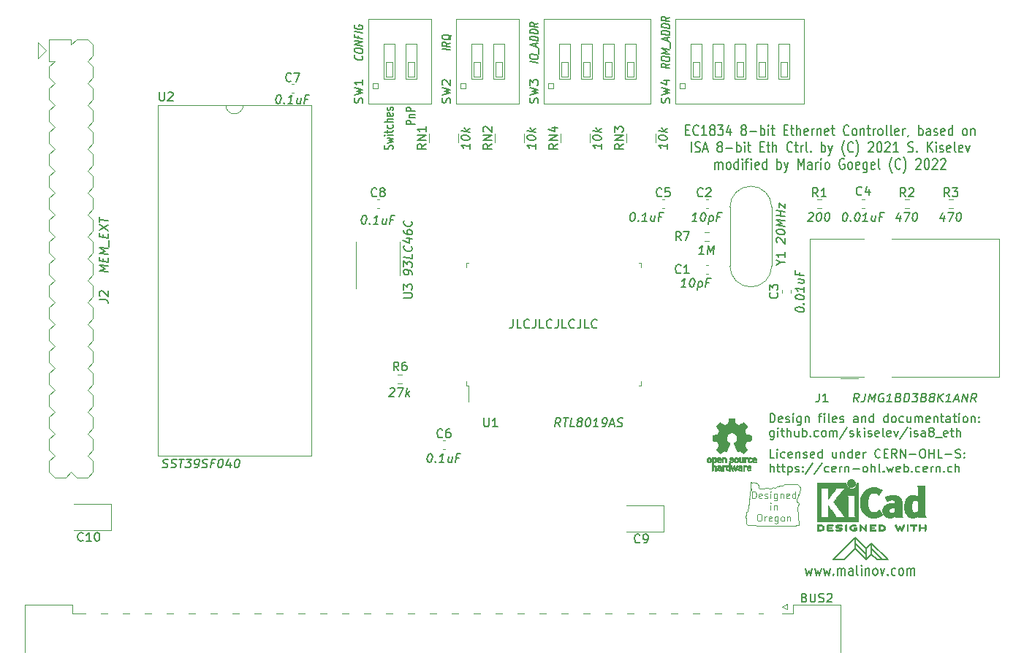
<source format=gto>
%TF.GenerationSoftware,KiCad,Pcbnew,(5.1.12)-1*%
%TF.CreationDate,2022-04-27T23:33:07+02:00*%
%TF.ProjectId,1834_Ethernet,31383334-5f45-4746-9865-726e65742e6b,1.0*%
%TF.SameCoordinates,Original*%
%TF.FileFunction,Legend,Top*%
%TF.FilePolarity,Positive*%
%FSLAX46Y46*%
G04 Gerber Fmt 4.6, Leading zero omitted, Abs format (unit mm)*
G04 Created by KiCad (PCBNEW (5.1.12)-1) date 2022-04-27 23:33:07*
%MOMM*%
%LPD*%
G01*
G04 APERTURE LIST*
%ADD10C,0.150000*%
%ADD11C,0.120000*%
%ADD12C,0.203200*%
%ADD13C,0.010000*%
G04 APERTURE END LIST*
D10*
X180516785Y-112022380D02*
X180040595Y-112022380D01*
X180040595Y-111022380D01*
X180850119Y-112022380D02*
X180850119Y-111355714D01*
X180850119Y-111022380D02*
X180802500Y-111070000D01*
X180850119Y-111117619D01*
X180897738Y-111070000D01*
X180850119Y-111022380D01*
X180850119Y-111117619D01*
X181754880Y-111974761D02*
X181659642Y-112022380D01*
X181469166Y-112022380D01*
X181373928Y-111974761D01*
X181326309Y-111927142D01*
X181278690Y-111831904D01*
X181278690Y-111546190D01*
X181326309Y-111450952D01*
X181373928Y-111403333D01*
X181469166Y-111355714D01*
X181659642Y-111355714D01*
X181754880Y-111403333D01*
X182564404Y-111974761D02*
X182469166Y-112022380D01*
X182278690Y-112022380D01*
X182183452Y-111974761D01*
X182135833Y-111879523D01*
X182135833Y-111498571D01*
X182183452Y-111403333D01*
X182278690Y-111355714D01*
X182469166Y-111355714D01*
X182564404Y-111403333D01*
X182612023Y-111498571D01*
X182612023Y-111593809D01*
X182135833Y-111689047D01*
X183040595Y-111355714D02*
X183040595Y-112022380D01*
X183040595Y-111450952D02*
X183088214Y-111403333D01*
X183183452Y-111355714D01*
X183326309Y-111355714D01*
X183421547Y-111403333D01*
X183469166Y-111498571D01*
X183469166Y-112022380D01*
X183897738Y-111974761D02*
X183992976Y-112022380D01*
X184183452Y-112022380D01*
X184278690Y-111974761D01*
X184326309Y-111879523D01*
X184326309Y-111831904D01*
X184278690Y-111736666D01*
X184183452Y-111689047D01*
X184040595Y-111689047D01*
X183945357Y-111641428D01*
X183897738Y-111546190D01*
X183897738Y-111498571D01*
X183945357Y-111403333D01*
X184040595Y-111355714D01*
X184183452Y-111355714D01*
X184278690Y-111403333D01*
X185135833Y-111974761D02*
X185040595Y-112022380D01*
X184850119Y-112022380D01*
X184754880Y-111974761D01*
X184707261Y-111879523D01*
X184707261Y-111498571D01*
X184754880Y-111403333D01*
X184850119Y-111355714D01*
X185040595Y-111355714D01*
X185135833Y-111403333D01*
X185183452Y-111498571D01*
X185183452Y-111593809D01*
X184707261Y-111689047D01*
X186040595Y-112022380D02*
X186040595Y-111022380D01*
X186040595Y-111974761D02*
X185945357Y-112022380D01*
X185754880Y-112022380D01*
X185659642Y-111974761D01*
X185612023Y-111927142D01*
X185564404Y-111831904D01*
X185564404Y-111546190D01*
X185612023Y-111450952D01*
X185659642Y-111403333D01*
X185754880Y-111355714D01*
X185945357Y-111355714D01*
X186040595Y-111403333D01*
X187707261Y-111355714D02*
X187707261Y-112022380D01*
X187278690Y-111355714D02*
X187278690Y-111879523D01*
X187326309Y-111974761D01*
X187421547Y-112022380D01*
X187564404Y-112022380D01*
X187659642Y-111974761D01*
X187707261Y-111927142D01*
X188183452Y-111355714D02*
X188183452Y-112022380D01*
X188183452Y-111450952D02*
X188231071Y-111403333D01*
X188326309Y-111355714D01*
X188469166Y-111355714D01*
X188564404Y-111403333D01*
X188612023Y-111498571D01*
X188612023Y-112022380D01*
X189516785Y-112022380D02*
X189516785Y-111022380D01*
X189516785Y-111974761D02*
X189421547Y-112022380D01*
X189231071Y-112022380D01*
X189135833Y-111974761D01*
X189088214Y-111927142D01*
X189040595Y-111831904D01*
X189040595Y-111546190D01*
X189088214Y-111450952D01*
X189135833Y-111403333D01*
X189231071Y-111355714D01*
X189421547Y-111355714D01*
X189516785Y-111403333D01*
X190373928Y-111974761D02*
X190278690Y-112022380D01*
X190088214Y-112022380D01*
X189992976Y-111974761D01*
X189945357Y-111879523D01*
X189945357Y-111498571D01*
X189992976Y-111403333D01*
X190088214Y-111355714D01*
X190278690Y-111355714D01*
X190373928Y-111403333D01*
X190421547Y-111498571D01*
X190421547Y-111593809D01*
X189945357Y-111689047D01*
X190850119Y-112022380D02*
X190850119Y-111355714D01*
X190850119Y-111546190D02*
X190897738Y-111450952D01*
X190945357Y-111403333D01*
X191040595Y-111355714D01*
X191135833Y-111355714D01*
X192802500Y-111927142D02*
X192754880Y-111974761D01*
X192612023Y-112022380D01*
X192516785Y-112022380D01*
X192373928Y-111974761D01*
X192278690Y-111879523D01*
X192231071Y-111784285D01*
X192183452Y-111593809D01*
X192183452Y-111450952D01*
X192231071Y-111260476D01*
X192278690Y-111165238D01*
X192373928Y-111070000D01*
X192516785Y-111022380D01*
X192612023Y-111022380D01*
X192754880Y-111070000D01*
X192802500Y-111117619D01*
X193231071Y-111498571D02*
X193564404Y-111498571D01*
X193707261Y-112022380D02*
X193231071Y-112022380D01*
X193231071Y-111022380D01*
X193707261Y-111022380D01*
X194707261Y-112022380D02*
X194373928Y-111546190D01*
X194135833Y-112022380D02*
X194135833Y-111022380D01*
X194516785Y-111022380D01*
X194612023Y-111070000D01*
X194659642Y-111117619D01*
X194707261Y-111212857D01*
X194707261Y-111355714D01*
X194659642Y-111450952D01*
X194612023Y-111498571D01*
X194516785Y-111546190D01*
X194135833Y-111546190D01*
X195135833Y-112022380D02*
X195135833Y-111022380D01*
X195707261Y-112022380D01*
X195707261Y-111022380D01*
X196183452Y-111641428D02*
X196945357Y-111641428D01*
X197612023Y-111022380D02*
X197802500Y-111022380D01*
X197897738Y-111070000D01*
X197992976Y-111165238D01*
X198040595Y-111355714D01*
X198040595Y-111689047D01*
X197992976Y-111879523D01*
X197897738Y-111974761D01*
X197802500Y-112022380D01*
X197612023Y-112022380D01*
X197516785Y-111974761D01*
X197421547Y-111879523D01*
X197373928Y-111689047D01*
X197373928Y-111355714D01*
X197421547Y-111165238D01*
X197516785Y-111070000D01*
X197612023Y-111022380D01*
X198469166Y-112022380D02*
X198469166Y-111022380D01*
X198469166Y-111498571D02*
X199040595Y-111498571D01*
X199040595Y-112022380D02*
X199040595Y-111022380D01*
X199992976Y-112022380D02*
X199516785Y-112022380D01*
X199516785Y-111022380D01*
X200326309Y-111641428D02*
X201088214Y-111641428D01*
X201516785Y-111974761D02*
X201659642Y-112022380D01*
X201897738Y-112022380D01*
X201992976Y-111974761D01*
X202040595Y-111927142D01*
X202088214Y-111831904D01*
X202088214Y-111736666D01*
X202040595Y-111641428D01*
X201992976Y-111593809D01*
X201897738Y-111546190D01*
X201707261Y-111498571D01*
X201612023Y-111450952D01*
X201564404Y-111403333D01*
X201516785Y-111308095D01*
X201516785Y-111212857D01*
X201564404Y-111117619D01*
X201612023Y-111070000D01*
X201707261Y-111022380D01*
X201945357Y-111022380D01*
X202088214Y-111070000D01*
X202516785Y-111927142D02*
X202564404Y-111974761D01*
X202516785Y-112022380D01*
X202469166Y-111974761D01*
X202516785Y-111927142D01*
X202516785Y-112022380D01*
X202516785Y-111403333D02*
X202564404Y-111450952D01*
X202516785Y-111498571D01*
X202469166Y-111450952D01*
X202516785Y-111403333D01*
X202516785Y-111498571D01*
X180040595Y-113672380D02*
X180040595Y-112672380D01*
X180469166Y-113672380D02*
X180469166Y-113148571D01*
X180421547Y-113053333D01*
X180326309Y-113005714D01*
X180183452Y-113005714D01*
X180088214Y-113053333D01*
X180040595Y-113100952D01*
X180802500Y-113005714D02*
X181183452Y-113005714D01*
X180945357Y-112672380D02*
X180945357Y-113529523D01*
X180992976Y-113624761D01*
X181088214Y-113672380D01*
X181183452Y-113672380D01*
X181373928Y-113005714D02*
X181754880Y-113005714D01*
X181516785Y-112672380D02*
X181516785Y-113529523D01*
X181564404Y-113624761D01*
X181659642Y-113672380D01*
X181754880Y-113672380D01*
X182088214Y-113005714D02*
X182088214Y-114005714D01*
X182088214Y-113053333D02*
X182183452Y-113005714D01*
X182373928Y-113005714D01*
X182469166Y-113053333D01*
X182516785Y-113100952D01*
X182564404Y-113196190D01*
X182564404Y-113481904D01*
X182516785Y-113577142D01*
X182469166Y-113624761D01*
X182373928Y-113672380D01*
X182183452Y-113672380D01*
X182088214Y-113624761D01*
X182945357Y-113624761D02*
X183040595Y-113672380D01*
X183231071Y-113672380D01*
X183326309Y-113624761D01*
X183373928Y-113529523D01*
X183373928Y-113481904D01*
X183326309Y-113386666D01*
X183231071Y-113339047D01*
X183088214Y-113339047D01*
X182992976Y-113291428D01*
X182945357Y-113196190D01*
X182945357Y-113148571D01*
X182992976Y-113053333D01*
X183088214Y-113005714D01*
X183231071Y-113005714D01*
X183326309Y-113053333D01*
X183802500Y-113577142D02*
X183850119Y-113624761D01*
X183802500Y-113672380D01*
X183754880Y-113624761D01*
X183802500Y-113577142D01*
X183802500Y-113672380D01*
X183802500Y-113053333D02*
X183850119Y-113100952D01*
X183802500Y-113148571D01*
X183754880Y-113100952D01*
X183802500Y-113053333D01*
X183802500Y-113148571D01*
X184992976Y-112624761D02*
X184135833Y-113910476D01*
X186040595Y-112624761D02*
X185183452Y-113910476D01*
X186802500Y-113624761D02*
X186707261Y-113672380D01*
X186516785Y-113672380D01*
X186421547Y-113624761D01*
X186373928Y-113577142D01*
X186326309Y-113481904D01*
X186326309Y-113196190D01*
X186373928Y-113100952D01*
X186421547Y-113053333D01*
X186516785Y-113005714D01*
X186707261Y-113005714D01*
X186802500Y-113053333D01*
X187612023Y-113624761D02*
X187516785Y-113672380D01*
X187326309Y-113672380D01*
X187231071Y-113624761D01*
X187183452Y-113529523D01*
X187183452Y-113148571D01*
X187231071Y-113053333D01*
X187326309Y-113005714D01*
X187516785Y-113005714D01*
X187612023Y-113053333D01*
X187659642Y-113148571D01*
X187659642Y-113243809D01*
X187183452Y-113339047D01*
X188088214Y-113672380D02*
X188088214Y-113005714D01*
X188088214Y-113196190D02*
X188135833Y-113100952D01*
X188183452Y-113053333D01*
X188278690Y-113005714D01*
X188373928Y-113005714D01*
X188707261Y-113005714D02*
X188707261Y-113672380D01*
X188707261Y-113100952D02*
X188754880Y-113053333D01*
X188850119Y-113005714D01*
X188992976Y-113005714D01*
X189088214Y-113053333D01*
X189135833Y-113148571D01*
X189135833Y-113672380D01*
X189612023Y-113291428D02*
X190373928Y-113291428D01*
X190992976Y-113672380D02*
X190897738Y-113624761D01*
X190850119Y-113577142D01*
X190802500Y-113481904D01*
X190802500Y-113196190D01*
X190850119Y-113100952D01*
X190897738Y-113053333D01*
X190992976Y-113005714D01*
X191135833Y-113005714D01*
X191231071Y-113053333D01*
X191278690Y-113100952D01*
X191326309Y-113196190D01*
X191326309Y-113481904D01*
X191278690Y-113577142D01*
X191231071Y-113624761D01*
X191135833Y-113672380D01*
X190992976Y-113672380D01*
X191754880Y-113672380D02*
X191754880Y-112672380D01*
X192183452Y-113672380D02*
X192183452Y-113148571D01*
X192135833Y-113053333D01*
X192040595Y-113005714D01*
X191897738Y-113005714D01*
X191802500Y-113053333D01*
X191754880Y-113100952D01*
X192802500Y-113672380D02*
X192707261Y-113624761D01*
X192659642Y-113529523D01*
X192659642Y-112672380D01*
X193183452Y-113577142D02*
X193231071Y-113624761D01*
X193183452Y-113672380D01*
X193135833Y-113624761D01*
X193183452Y-113577142D01*
X193183452Y-113672380D01*
X193564404Y-113005714D02*
X193754880Y-113672380D01*
X193945357Y-113196190D01*
X194135833Y-113672380D01*
X194326309Y-113005714D01*
X195088214Y-113624761D02*
X194992976Y-113672380D01*
X194802500Y-113672380D01*
X194707261Y-113624761D01*
X194659642Y-113529523D01*
X194659642Y-113148571D01*
X194707261Y-113053333D01*
X194802500Y-113005714D01*
X194992976Y-113005714D01*
X195088214Y-113053333D01*
X195135833Y-113148571D01*
X195135833Y-113243809D01*
X194659642Y-113339047D01*
X195564404Y-113672380D02*
X195564404Y-112672380D01*
X195564404Y-113053333D02*
X195659642Y-113005714D01*
X195850119Y-113005714D01*
X195945357Y-113053333D01*
X195992976Y-113100952D01*
X196040595Y-113196190D01*
X196040595Y-113481904D01*
X195992976Y-113577142D01*
X195945357Y-113624761D01*
X195850119Y-113672380D01*
X195659642Y-113672380D01*
X195564404Y-113624761D01*
X196469166Y-113577142D02*
X196516785Y-113624761D01*
X196469166Y-113672380D01*
X196421547Y-113624761D01*
X196469166Y-113577142D01*
X196469166Y-113672380D01*
X197373928Y-113624761D02*
X197278690Y-113672380D01*
X197088214Y-113672380D01*
X196992976Y-113624761D01*
X196945357Y-113577142D01*
X196897738Y-113481904D01*
X196897738Y-113196190D01*
X196945357Y-113100952D01*
X196992976Y-113053333D01*
X197088214Y-113005714D01*
X197278690Y-113005714D01*
X197373928Y-113053333D01*
X198183452Y-113624761D02*
X198088214Y-113672380D01*
X197897738Y-113672380D01*
X197802500Y-113624761D01*
X197754880Y-113529523D01*
X197754880Y-113148571D01*
X197802500Y-113053333D01*
X197897738Y-113005714D01*
X198088214Y-113005714D01*
X198183452Y-113053333D01*
X198231071Y-113148571D01*
X198231071Y-113243809D01*
X197754880Y-113339047D01*
X198659642Y-113672380D02*
X198659642Y-113005714D01*
X198659642Y-113196190D02*
X198707261Y-113100952D01*
X198754880Y-113053333D01*
X198850119Y-113005714D01*
X198945357Y-113005714D01*
X199278690Y-113005714D02*
X199278690Y-113672380D01*
X199278690Y-113100952D02*
X199326309Y-113053333D01*
X199421547Y-113005714D01*
X199564404Y-113005714D01*
X199659642Y-113053333D01*
X199707261Y-113148571D01*
X199707261Y-113672380D01*
X200183452Y-113577142D02*
X200231071Y-113624761D01*
X200183452Y-113672380D01*
X200135833Y-113624761D01*
X200183452Y-113577142D01*
X200183452Y-113672380D01*
X201088214Y-113624761D02*
X200992976Y-113672380D01*
X200802500Y-113672380D01*
X200707261Y-113624761D01*
X200659642Y-113577142D01*
X200612023Y-113481904D01*
X200612023Y-113196190D01*
X200659642Y-113100952D01*
X200707261Y-113053333D01*
X200802500Y-113005714D01*
X200992976Y-113005714D01*
X201088214Y-113053333D01*
X201516785Y-113672380D02*
X201516785Y-112672380D01*
X201945357Y-113672380D02*
X201945357Y-113148571D01*
X201897738Y-113053333D01*
X201802500Y-113005714D01*
X201659642Y-113005714D01*
X201564404Y-113053333D01*
X201516785Y-113100952D01*
D11*
X95186500Y-65722500D02*
X95186500Y-63817500D01*
X96139000Y-64770000D02*
X95186500Y-65722500D01*
X95186500Y-63817500D02*
X96139000Y-64770000D01*
D10*
X180040595Y-107894880D02*
X180040595Y-106894880D01*
X180278690Y-106894880D01*
X180421547Y-106942500D01*
X180516785Y-107037738D01*
X180564404Y-107132976D01*
X180612023Y-107323452D01*
X180612023Y-107466309D01*
X180564404Y-107656785D01*
X180516785Y-107752023D01*
X180421547Y-107847261D01*
X180278690Y-107894880D01*
X180040595Y-107894880D01*
X181421547Y-107847261D02*
X181326309Y-107894880D01*
X181135833Y-107894880D01*
X181040595Y-107847261D01*
X180992976Y-107752023D01*
X180992976Y-107371071D01*
X181040595Y-107275833D01*
X181135833Y-107228214D01*
X181326309Y-107228214D01*
X181421547Y-107275833D01*
X181469166Y-107371071D01*
X181469166Y-107466309D01*
X180992976Y-107561547D01*
X181850119Y-107847261D02*
X181945357Y-107894880D01*
X182135833Y-107894880D01*
X182231071Y-107847261D01*
X182278690Y-107752023D01*
X182278690Y-107704404D01*
X182231071Y-107609166D01*
X182135833Y-107561547D01*
X181992976Y-107561547D01*
X181897738Y-107513928D01*
X181850119Y-107418690D01*
X181850119Y-107371071D01*
X181897738Y-107275833D01*
X181992976Y-107228214D01*
X182135833Y-107228214D01*
X182231071Y-107275833D01*
X182707261Y-107894880D02*
X182707261Y-107228214D01*
X182707261Y-106894880D02*
X182659642Y-106942500D01*
X182707261Y-106990119D01*
X182754880Y-106942500D01*
X182707261Y-106894880D01*
X182707261Y-106990119D01*
X183612023Y-107228214D02*
X183612023Y-108037738D01*
X183564404Y-108132976D01*
X183516785Y-108180595D01*
X183421547Y-108228214D01*
X183278690Y-108228214D01*
X183183452Y-108180595D01*
X183612023Y-107847261D02*
X183516785Y-107894880D01*
X183326309Y-107894880D01*
X183231071Y-107847261D01*
X183183452Y-107799642D01*
X183135833Y-107704404D01*
X183135833Y-107418690D01*
X183183452Y-107323452D01*
X183231071Y-107275833D01*
X183326309Y-107228214D01*
X183516785Y-107228214D01*
X183612023Y-107275833D01*
X184088214Y-107228214D02*
X184088214Y-107894880D01*
X184088214Y-107323452D02*
X184135833Y-107275833D01*
X184231071Y-107228214D01*
X184373928Y-107228214D01*
X184469166Y-107275833D01*
X184516785Y-107371071D01*
X184516785Y-107894880D01*
X185612023Y-107228214D02*
X185992976Y-107228214D01*
X185754880Y-107894880D02*
X185754880Y-107037738D01*
X185802500Y-106942500D01*
X185897738Y-106894880D01*
X185992976Y-106894880D01*
X186326309Y-107894880D02*
X186326309Y-107228214D01*
X186326309Y-106894880D02*
X186278690Y-106942500D01*
X186326309Y-106990119D01*
X186373928Y-106942500D01*
X186326309Y-106894880D01*
X186326309Y-106990119D01*
X186945357Y-107894880D02*
X186850119Y-107847261D01*
X186802500Y-107752023D01*
X186802500Y-106894880D01*
X187707261Y-107847261D02*
X187612023Y-107894880D01*
X187421547Y-107894880D01*
X187326309Y-107847261D01*
X187278690Y-107752023D01*
X187278690Y-107371071D01*
X187326309Y-107275833D01*
X187421547Y-107228214D01*
X187612023Y-107228214D01*
X187707261Y-107275833D01*
X187754880Y-107371071D01*
X187754880Y-107466309D01*
X187278690Y-107561547D01*
X188135833Y-107847261D02*
X188231071Y-107894880D01*
X188421547Y-107894880D01*
X188516785Y-107847261D01*
X188564404Y-107752023D01*
X188564404Y-107704404D01*
X188516785Y-107609166D01*
X188421547Y-107561547D01*
X188278690Y-107561547D01*
X188183452Y-107513928D01*
X188135833Y-107418690D01*
X188135833Y-107371071D01*
X188183452Y-107275833D01*
X188278690Y-107228214D01*
X188421547Y-107228214D01*
X188516785Y-107275833D01*
X190183452Y-107894880D02*
X190183452Y-107371071D01*
X190135833Y-107275833D01*
X190040595Y-107228214D01*
X189850119Y-107228214D01*
X189754880Y-107275833D01*
X190183452Y-107847261D02*
X190088214Y-107894880D01*
X189850119Y-107894880D01*
X189754880Y-107847261D01*
X189707261Y-107752023D01*
X189707261Y-107656785D01*
X189754880Y-107561547D01*
X189850119Y-107513928D01*
X190088214Y-107513928D01*
X190183452Y-107466309D01*
X190659642Y-107228214D02*
X190659642Y-107894880D01*
X190659642Y-107323452D02*
X190707261Y-107275833D01*
X190802500Y-107228214D01*
X190945357Y-107228214D01*
X191040595Y-107275833D01*
X191088214Y-107371071D01*
X191088214Y-107894880D01*
X191992976Y-107894880D02*
X191992976Y-106894880D01*
X191992976Y-107847261D02*
X191897738Y-107894880D01*
X191707261Y-107894880D01*
X191612023Y-107847261D01*
X191564404Y-107799642D01*
X191516785Y-107704404D01*
X191516785Y-107418690D01*
X191564404Y-107323452D01*
X191612023Y-107275833D01*
X191707261Y-107228214D01*
X191897738Y-107228214D01*
X191992976Y-107275833D01*
X193659642Y-107894880D02*
X193659642Y-106894880D01*
X193659642Y-107847261D02*
X193564404Y-107894880D01*
X193373928Y-107894880D01*
X193278690Y-107847261D01*
X193231071Y-107799642D01*
X193183452Y-107704404D01*
X193183452Y-107418690D01*
X193231071Y-107323452D01*
X193278690Y-107275833D01*
X193373928Y-107228214D01*
X193564404Y-107228214D01*
X193659642Y-107275833D01*
X194278690Y-107894880D02*
X194183452Y-107847261D01*
X194135833Y-107799642D01*
X194088214Y-107704404D01*
X194088214Y-107418690D01*
X194135833Y-107323452D01*
X194183452Y-107275833D01*
X194278690Y-107228214D01*
X194421547Y-107228214D01*
X194516785Y-107275833D01*
X194564404Y-107323452D01*
X194612023Y-107418690D01*
X194612023Y-107704404D01*
X194564404Y-107799642D01*
X194516785Y-107847261D01*
X194421547Y-107894880D01*
X194278690Y-107894880D01*
X195469166Y-107847261D02*
X195373928Y-107894880D01*
X195183452Y-107894880D01*
X195088214Y-107847261D01*
X195040595Y-107799642D01*
X194992976Y-107704404D01*
X194992976Y-107418690D01*
X195040595Y-107323452D01*
X195088214Y-107275833D01*
X195183452Y-107228214D01*
X195373928Y-107228214D01*
X195469166Y-107275833D01*
X196326309Y-107228214D02*
X196326309Y-107894880D01*
X195897738Y-107228214D02*
X195897738Y-107752023D01*
X195945357Y-107847261D01*
X196040595Y-107894880D01*
X196183452Y-107894880D01*
X196278690Y-107847261D01*
X196326309Y-107799642D01*
X196802500Y-107894880D02*
X196802500Y-107228214D01*
X196802500Y-107323452D02*
X196850119Y-107275833D01*
X196945357Y-107228214D01*
X197088214Y-107228214D01*
X197183452Y-107275833D01*
X197231071Y-107371071D01*
X197231071Y-107894880D01*
X197231071Y-107371071D02*
X197278690Y-107275833D01*
X197373928Y-107228214D01*
X197516785Y-107228214D01*
X197612023Y-107275833D01*
X197659642Y-107371071D01*
X197659642Y-107894880D01*
X198516785Y-107847261D02*
X198421547Y-107894880D01*
X198231071Y-107894880D01*
X198135833Y-107847261D01*
X198088214Y-107752023D01*
X198088214Y-107371071D01*
X198135833Y-107275833D01*
X198231071Y-107228214D01*
X198421547Y-107228214D01*
X198516785Y-107275833D01*
X198564404Y-107371071D01*
X198564404Y-107466309D01*
X198088214Y-107561547D01*
X198992976Y-107228214D02*
X198992976Y-107894880D01*
X198992976Y-107323452D02*
X199040595Y-107275833D01*
X199135833Y-107228214D01*
X199278690Y-107228214D01*
X199373928Y-107275833D01*
X199421547Y-107371071D01*
X199421547Y-107894880D01*
X199754880Y-107228214D02*
X200135833Y-107228214D01*
X199897738Y-106894880D02*
X199897738Y-107752023D01*
X199945357Y-107847261D01*
X200040595Y-107894880D01*
X200135833Y-107894880D01*
X200897738Y-107894880D02*
X200897738Y-107371071D01*
X200850119Y-107275833D01*
X200754880Y-107228214D01*
X200564404Y-107228214D01*
X200469166Y-107275833D01*
X200897738Y-107847261D02*
X200802500Y-107894880D01*
X200564404Y-107894880D01*
X200469166Y-107847261D01*
X200421547Y-107752023D01*
X200421547Y-107656785D01*
X200469166Y-107561547D01*
X200564404Y-107513928D01*
X200802500Y-107513928D01*
X200897738Y-107466309D01*
X201231071Y-107228214D02*
X201612023Y-107228214D01*
X201373928Y-106894880D02*
X201373928Y-107752023D01*
X201421547Y-107847261D01*
X201516785Y-107894880D01*
X201612023Y-107894880D01*
X201945357Y-107894880D02*
X201945357Y-107228214D01*
X201945357Y-106894880D02*
X201897738Y-106942500D01*
X201945357Y-106990119D01*
X201992976Y-106942500D01*
X201945357Y-106894880D01*
X201945357Y-106990119D01*
X202564404Y-107894880D02*
X202469166Y-107847261D01*
X202421547Y-107799642D01*
X202373928Y-107704404D01*
X202373928Y-107418690D01*
X202421547Y-107323452D01*
X202469166Y-107275833D01*
X202564404Y-107228214D01*
X202707261Y-107228214D01*
X202802500Y-107275833D01*
X202850119Y-107323452D01*
X202897738Y-107418690D01*
X202897738Y-107704404D01*
X202850119Y-107799642D01*
X202802500Y-107847261D01*
X202707261Y-107894880D01*
X202564404Y-107894880D01*
X203326309Y-107228214D02*
X203326309Y-107894880D01*
X203326309Y-107323452D02*
X203373928Y-107275833D01*
X203469166Y-107228214D01*
X203612023Y-107228214D01*
X203707261Y-107275833D01*
X203754880Y-107371071D01*
X203754880Y-107894880D01*
X204231071Y-107799642D02*
X204278690Y-107847261D01*
X204231071Y-107894880D01*
X204183452Y-107847261D01*
X204231071Y-107799642D01*
X204231071Y-107894880D01*
X204231071Y-107275833D02*
X204278690Y-107323452D01*
X204231071Y-107371071D01*
X204183452Y-107323452D01*
X204231071Y-107275833D01*
X204231071Y-107371071D01*
X180469166Y-108878214D02*
X180469166Y-109687738D01*
X180421547Y-109782976D01*
X180373928Y-109830595D01*
X180278690Y-109878214D01*
X180135833Y-109878214D01*
X180040595Y-109830595D01*
X180469166Y-109497261D02*
X180373928Y-109544880D01*
X180183452Y-109544880D01*
X180088214Y-109497261D01*
X180040595Y-109449642D01*
X179992976Y-109354404D01*
X179992976Y-109068690D01*
X180040595Y-108973452D01*
X180088214Y-108925833D01*
X180183452Y-108878214D01*
X180373928Y-108878214D01*
X180469166Y-108925833D01*
X180945357Y-109544880D02*
X180945357Y-108878214D01*
X180945357Y-108544880D02*
X180897738Y-108592500D01*
X180945357Y-108640119D01*
X180992976Y-108592500D01*
X180945357Y-108544880D01*
X180945357Y-108640119D01*
X181278690Y-108878214D02*
X181659642Y-108878214D01*
X181421547Y-108544880D02*
X181421547Y-109402023D01*
X181469166Y-109497261D01*
X181564404Y-109544880D01*
X181659642Y-109544880D01*
X181992976Y-109544880D02*
X181992976Y-108544880D01*
X182421547Y-109544880D02*
X182421547Y-109021071D01*
X182373928Y-108925833D01*
X182278690Y-108878214D01*
X182135833Y-108878214D01*
X182040595Y-108925833D01*
X181992976Y-108973452D01*
X183326309Y-108878214D02*
X183326309Y-109544880D01*
X182897738Y-108878214D02*
X182897738Y-109402023D01*
X182945357Y-109497261D01*
X183040595Y-109544880D01*
X183183452Y-109544880D01*
X183278690Y-109497261D01*
X183326309Y-109449642D01*
X183802500Y-109544880D02*
X183802500Y-108544880D01*
X183802500Y-108925833D02*
X183897738Y-108878214D01*
X184088214Y-108878214D01*
X184183452Y-108925833D01*
X184231071Y-108973452D01*
X184278690Y-109068690D01*
X184278690Y-109354404D01*
X184231071Y-109449642D01*
X184183452Y-109497261D01*
X184088214Y-109544880D01*
X183897738Y-109544880D01*
X183802500Y-109497261D01*
X184707261Y-109449642D02*
X184754880Y-109497261D01*
X184707261Y-109544880D01*
X184659642Y-109497261D01*
X184707261Y-109449642D01*
X184707261Y-109544880D01*
X185612023Y-109497261D02*
X185516785Y-109544880D01*
X185326309Y-109544880D01*
X185231071Y-109497261D01*
X185183452Y-109449642D01*
X185135833Y-109354404D01*
X185135833Y-109068690D01*
X185183452Y-108973452D01*
X185231071Y-108925833D01*
X185326309Y-108878214D01*
X185516785Y-108878214D01*
X185612023Y-108925833D01*
X186183452Y-109544880D02*
X186088214Y-109497261D01*
X186040595Y-109449642D01*
X185992976Y-109354404D01*
X185992976Y-109068690D01*
X186040595Y-108973452D01*
X186088214Y-108925833D01*
X186183452Y-108878214D01*
X186326309Y-108878214D01*
X186421547Y-108925833D01*
X186469166Y-108973452D01*
X186516785Y-109068690D01*
X186516785Y-109354404D01*
X186469166Y-109449642D01*
X186421547Y-109497261D01*
X186326309Y-109544880D01*
X186183452Y-109544880D01*
X186945357Y-109544880D02*
X186945357Y-108878214D01*
X186945357Y-108973452D02*
X186992976Y-108925833D01*
X187088214Y-108878214D01*
X187231071Y-108878214D01*
X187326309Y-108925833D01*
X187373928Y-109021071D01*
X187373928Y-109544880D01*
X187373928Y-109021071D02*
X187421547Y-108925833D01*
X187516785Y-108878214D01*
X187659642Y-108878214D01*
X187754880Y-108925833D01*
X187802500Y-109021071D01*
X187802500Y-109544880D01*
X188992976Y-108497261D02*
X188135833Y-109782976D01*
X189278690Y-109497261D02*
X189373928Y-109544880D01*
X189564404Y-109544880D01*
X189659642Y-109497261D01*
X189707261Y-109402023D01*
X189707261Y-109354404D01*
X189659642Y-109259166D01*
X189564404Y-109211547D01*
X189421547Y-109211547D01*
X189326309Y-109163928D01*
X189278690Y-109068690D01*
X189278690Y-109021071D01*
X189326309Y-108925833D01*
X189421547Y-108878214D01*
X189564404Y-108878214D01*
X189659642Y-108925833D01*
X190135833Y-109544880D02*
X190135833Y-108544880D01*
X190231071Y-109163928D02*
X190516785Y-109544880D01*
X190516785Y-108878214D02*
X190135833Y-109259166D01*
X190945357Y-109544880D02*
X190945357Y-108878214D01*
X190945357Y-108544880D02*
X190897738Y-108592500D01*
X190945357Y-108640119D01*
X190992976Y-108592500D01*
X190945357Y-108544880D01*
X190945357Y-108640119D01*
X191373928Y-109497261D02*
X191469166Y-109544880D01*
X191659642Y-109544880D01*
X191754880Y-109497261D01*
X191802500Y-109402023D01*
X191802500Y-109354404D01*
X191754880Y-109259166D01*
X191659642Y-109211547D01*
X191516785Y-109211547D01*
X191421547Y-109163928D01*
X191373928Y-109068690D01*
X191373928Y-109021071D01*
X191421547Y-108925833D01*
X191516785Y-108878214D01*
X191659642Y-108878214D01*
X191754880Y-108925833D01*
X192612023Y-109497261D02*
X192516785Y-109544880D01*
X192326309Y-109544880D01*
X192231071Y-109497261D01*
X192183452Y-109402023D01*
X192183452Y-109021071D01*
X192231071Y-108925833D01*
X192326309Y-108878214D01*
X192516785Y-108878214D01*
X192612023Y-108925833D01*
X192659642Y-109021071D01*
X192659642Y-109116309D01*
X192183452Y-109211547D01*
X193231071Y-109544880D02*
X193135833Y-109497261D01*
X193088214Y-109402023D01*
X193088214Y-108544880D01*
X193992976Y-109497261D02*
X193897738Y-109544880D01*
X193707261Y-109544880D01*
X193612023Y-109497261D01*
X193564404Y-109402023D01*
X193564404Y-109021071D01*
X193612023Y-108925833D01*
X193707261Y-108878214D01*
X193897738Y-108878214D01*
X193992976Y-108925833D01*
X194040595Y-109021071D01*
X194040595Y-109116309D01*
X193564404Y-109211547D01*
X194373928Y-108878214D02*
X194612023Y-109544880D01*
X194850119Y-108878214D01*
X195945357Y-108497261D02*
X195088214Y-109782976D01*
X196278690Y-109544880D02*
X196278690Y-108878214D01*
X196278690Y-108544880D02*
X196231071Y-108592500D01*
X196278690Y-108640119D01*
X196326309Y-108592500D01*
X196278690Y-108544880D01*
X196278690Y-108640119D01*
X196707261Y-109497261D02*
X196802500Y-109544880D01*
X196992976Y-109544880D01*
X197088214Y-109497261D01*
X197135833Y-109402023D01*
X197135833Y-109354404D01*
X197088214Y-109259166D01*
X196992976Y-109211547D01*
X196850119Y-109211547D01*
X196754880Y-109163928D01*
X196707261Y-109068690D01*
X196707261Y-109021071D01*
X196754880Y-108925833D01*
X196850119Y-108878214D01*
X196992976Y-108878214D01*
X197088214Y-108925833D01*
X197992976Y-109544880D02*
X197992976Y-109021071D01*
X197945357Y-108925833D01*
X197850119Y-108878214D01*
X197659642Y-108878214D01*
X197564404Y-108925833D01*
X197992976Y-109497261D02*
X197897738Y-109544880D01*
X197659642Y-109544880D01*
X197564404Y-109497261D01*
X197516785Y-109402023D01*
X197516785Y-109306785D01*
X197564404Y-109211547D01*
X197659642Y-109163928D01*
X197897738Y-109163928D01*
X197992976Y-109116309D01*
X198612023Y-108973452D02*
X198516785Y-108925833D01*
X198469166Y-108878214D01*
X198421547Y-108782976D01*
X198421547Y-108735357D01*
X198469166Y-108640119D01*
X198516785Y-108592500D01*
X198612023Y-108544880D01*
X198802500Y-108544880D01*
X198897738Y-108592500D01*
X198945357Y-108640119D01*
X198992976Y-108735357D01*
X198992976Y-108782976D01*
X198945357Y-108878214D01*
X198897738Y-108925833D01*
X198802500Y-108973452D01*
X198612023Y-108973452D01*
X198516785Y-109021071D01*
X198469166Y-109068690D01*
X198421547Y-109163928D01*
X198421547Y-109354404D01*
X198469166Y-109449642D01*
X198516785Y-109497261D01*
X198612023Y-109544880D01*
X198802500Y-109544880D01*
X198897738Y-109497261D01*
X198945357Y-109449642D01*
X198992976Y-109354404D01*
X198992976Y-109163928D01*
X198945357Y-109068690D01*
X198897738Y-109021071D01*
X198802500Y-108973452D01*
X199183452Y-109640119D02*
X199945357Y-109640119D01*
X200564404Y-109497261D02*
X200469166Y-109544880D01*
X200278690Y-109544880D01*
X200183452Y-109497261D01*
X200135833Y-109402023D01*
X200135833Y-109021071D01*
X200183452Y-108925833D01*
X200278690Y-108878214D01*
X200469166Y-108878214D01*
X200564404Y-108925833D01*
X200612023Y-109021071D01*
X200612023Y-109116309D01*
X200135833Y-109211547D01*
X200897738Y-108878214D02*
X201278690Y-108878214D01*
X201040595Y-108544880D02*
X201040595Y-109402023D01*
X201088214Y-109497261D01*
X201183452Y-109544880D01*
X201278690Y-109544880D01*
X201612023Y-109544880D02*
X201612023Y-108544880D01*
X202040595Y-109544880D02*
X202040595Y-109021071D01*
X201992976Y-108925833D01*
X201897738Y-108878214D01*
X201754880Y-108878214D01*
X201659642Y-108925833D01*
X201612023Y-108973452D01*
D11*
X177971761Y-116707404D02*
X177971761Y-115907404D01*
X178162238Y-115907404D01*
X178276523Y-115945500D01*
X178352714Y-116021690D01*
X178390809Y-116097880D01*
X178428904Y-116250261D01*
X178428904Y-116364547D01*
X178390809Y-116516928D01*
X178352714Y-116593119D01*
X178276523Y-116669309D01*
X178162238Y-116707404D01*
X177971761Y-116707404D01*
X179076523Y-116669309D02*
X179000333Y-116707404D01*
X178847952Y-116707404D01*
X178771761Y-116669309D01*
X178733666Y-116593119D01*
X178733666Y-116288357D01*
X178771761Y-116212166D01*
X178847952Y-116174071D01*
X179000333Y-116174071D01*
X179076523Y-116212166D01*
X179114619Y-116288357D01*
X179114619Y-116364547D01*
X178733666Y-116440738D01*
X179419380Y-116669309D02*
X179495571Y-116707404D01*
X179647952Y-116707404D01*
X179724142Y-116669309D01*
X179762238Y-116593119D01*
X179762238Y-116555023D01*
X179724142Y-116478833D01*
X179647952Y-116440738D01*
X179533666Y-116440738D01*
X179457476Y-116402642D01*
X179419380Y-116326452D01*
X179419380Y-116288357D01*
X179457476Y-116212166D01*
X179533666Y-116174071D01*
X179647952Y-116174071D01*
X179724142Y-116212166D01*
X180105095Y-116707404D02*
X180105095Y-116174071D01*
X180105095Y-115907404D02*
X180067000Y-115945500D01*
X180105095Y-115983595D01*
X180143190Y-115945500D01*
X180105095Y-115907404D01*
X180105095Y-115983595D01*
X180828904Y-116174071D02*
X180828904Y-116821690D01*
X180790809Y-116897880D01*
X180752714Y-116935976D01*
X180676523Y-116974071D01*
X180562238Y-116974071D01*
X180486047Y-116935976D01*
X180828904Y-116669309D02*
X180752714Y-116707404D01*
X180600333Y-116707404D01*
X180524142Y-116669309D01*
X180486047Y-116631214D01*
X180447952Y-116555023D01*
X180447952Y-116326452D01*
X180486047Y-116250261D01*
X180524142Y-116212166D01*
X180600333Y-116174071D01*
X180752714Y-116174071D01*
X180828904Y-116212166D01*
X181209857Y-116174071D02*
X181209857Y-116707404D01*
X181209857Y-116250261D02*
X181247952Y-116212166D01*
X181324142Y-116174071D01*
X181438428Y-116174071D01*
X181514619Y-116212166D01*
X181552714Y-116288357D01*
X181552714Y-116707404D01*
X182238428Y-116669309D02*
X182162238Y-116707404D01*
X182009857Y-116707404D01*
X181933666Y-116669309D01*
X181895571Y-116593119D01*
X181895571Y-116288357D01*
X181933666Y-116212166D01*
X182009857Y-116174071D01*
X182162238Y-116174071D01*
X182238428Y-116212166D01*
X182276523Y-116288357D01*
X182276523Y-116364547D01*
X181895571Y-116440738D01*
X182962238Y-116707404D02*
X182962238Y-115907404D01*
X182962238Y-116669309D02*
X182886047Y-116707404D01*
X182733666Y-116707404D01*
X182657476Y-116669309D01*
X182619380Y-116631214D01*
X182581285Y-116555023D01*
X182581285Y-116326452D01*
X182619380Y-116250261D01*
X182657476Y-116212166D01*
X182733666Y-116174071D01*
X182886047Y-116174071D01*
X182962238Y-116212166D01*
X180105095Y-118027404D02*
X180105095Y-117494071D01*
X180105095Y-117227404D02*
X180067000Y-117265500D01*
X180105095Y-117303595D01*
X180143190Y-117265500D01*
X180105095Y-117227404D01*
X180105095Y-117303595D01*
X180486047Y-117494071D02*
X180486047Y-118027404D01*
X180486047Y-117570261D02*
X180524142Y-117532166D01*
X180600333Y-117494071D01*
X180714619Y-117494071D01*
X180790809Y-117532166D01*
X180828904Y-117608357D01*
X180828904Y-118027404D01*
X178714619Y-118547404D02*
X178867000Y-118547404D01*
X178943190Y-118585500D01*
X179019380Y-118661690D01*
X179057476Y-118814071D01*
X179057476Y-119080738D01*
X179019380Y-119233119D01*
X178943190Y-119309309D01*
X178867000Y-119347404D01*
X178714619Y-119347404D01*
X178638428Y-119309309D01*
X178562238Y-119233119D01*
X178524142Y-119080738D01*
X178524142Y-118814071D01*
X178562238Y-118661690D01*
X178638428Y-118585500D01*
X178714619Y-118547404D01*
X179400333Y-119347404D02*
X179400333Y-118814071D01*
X179400333Y-118966452D02*
X179438428Y-118890261D01*
X179476523Y-118852166D01*
X179552714Y-118814071D01*
X179628904Y-118814071D01*
X180200333Y-119309309D02*
X180124142Y-119347404D01*
X179971761Y-119347404D01*
X179895571Y-119309309D01*
X179857476Y-119233119D01*
X179857476Y-118928357D01*
X179895571Y-118852166D01*
X179971761Y-118814071D01*
X180124142Y-118814071D01*
X180200333Y-118852166D01*
X180238428Y-118928357D01*
X180238428Y-119004547D01*
X179857476Y-119080738D01*
X180924142Y-118814071D02*
X180924142Y-119461690D01*
X180886047Y-119537880D01*
X180847952Y-119575976D01*
X180771761Y-119614071D01*
X180657476Y-119614071D01*
X180581285Y-119575976D01*
X180924142Y-119309309D02*
X180847952Y-119347404D01*
X180695571Y-119347404D01*
X180619380Y-119309309D01*
X180581285Y-119271214D01*
X180543190Y-119195023D01*
X180543190Y-118966452D01*
X180581285Y-118890261D01*
X180619380Y-118852166D01*
X180695571Y-118814071D01*
X180847952Y-118814071D01*
X180924142Y-118852166D01*
X181419380Y-119347404D02*
X181343190Y-119309309D01*
X181305095Y-119271214D01*
X181267000Y-119195023D01*
X181267000Y-118966452D01*
X181305095Y-118890261D01*
X181343190Y-118852166D01*
X181419380Y-118814071D01*
X181533666Y-118814071D01*
X181609857Y-118852166D01*
X181647952Y-118890261D01*
X181686047Y-118966452D01*
X181686047Y-119195023D01*
X181647952Y-119271214D01*
X181609857Y-119309309D01*
X181533666Y-119347404D01*
X181419380Y-119347404D01*
X182028904Y-118814071D02*
X182028904Y-119347404D01*
X182028904Y-118890261D02*
X182067000Y-118852166D01*
X182143190Y-118814071D01*
X182257476Y-118814071D01*
X182333666Y-118852166D01*
X182371761Y-118928357D01*
X182371761Y-119347404D01*
X177737135Y-115677230D02*
X177718600Y-116049286D01*
X177737135Y-115118975D02*
X177755670Y-115360820D01*
X177755670Y-115360820D02*
X177755670Y-115435310D01*
X177607530Y-116979615D02*
X177588995Y-117184240D01*
X177681600Y-116774895D02*
X177644530Y-116793575D01*
X177644530Y-116700551D02*
X177681600Y-116774895D01*
X177663065Y-116626075D02*
X177644530Y-116700551D01*
X177663065Y-116421360D02*
X177644530Y-116514441D01*
X177644530Y-116514441D02*
X177663065Y-116626075D01*
X177700065Y-116198050D02*
X177663065Y-116421360D01*
X177755670Y-115435310D02*
X177811205Y-115528320D01*
X177718600Y-116049286D02*
X177700065Y-116198050D01*
X177829740Y-115733040D02*
X177737135Y-115677230D01*
X177792670Y-115528320D02*
X177829740Y-115658480D01*
X177811205Y-115528320D02*
X177792670Y-115528320D01*
X177774135Y-114858520D02*
X177792670Y-115063165D01*
X177792670Y-115063165D02*
X177737135Y-115118975D01*
X177829740Y-115658480D02*
X177829740Y-115733040D01*
X177588995Y-117184240D02*
X177570464Y-117407550D01*
X177644530Y-116793575D02*
X177607530Y-116979615D01*
X183569845Y-115453900D02*
X183421695Y-115323690D01*
X183569845Y-115584130D02*
X183569845Y-115453900D01*
X183569845Y-115584130D02*
X183569845Y-115584130D01*
X183322045Y-116265240D02*
X183329045Y-116253931D01*
X183303595Y-116356255D02*
X183294195Y-116348810D01*
X183537345Y-115646905D02*
X183560545Y-115598945D01*
X183477195Y-115863250D02*
X183483145Y-115830455D01*
X183451445Y-115989685D02*
X183471445Y-115894945D01*
X183343695Y-116230366D02*
X183386045Y-116158840D01*
X183292895Y-116331245D02*
X183303245Y-116300640D01*
X183342995Y-116349075D02*
X183331695Y-116353360D01*
X183273545Y-117184240D02*
X183162495Y-117165635D01*
X183088395Y-117016745D02*
X183106895Y-116886585D01*
X180514575Y-115491050D02*
X180403500Y-115379500D01*
X180662705Y-115472510D02*
X180514575Y-115491050D01*
X183483145Y-115830455D02*
X183507244Y-115733230D01*
X183347595Y-116347010D02*
X183342995Y-116349075D01*
X180755310Y-115379500D02*
X180662705Y-115472510D01*
X183560545Y-115598945D02*
X183569845Y-115584130D01*
X183386045Y-116158840D02*
X183423945Y-116079466D01*
X180755310Y-115379500D02*
X180755310Y-115379500D01*
X182995795Y-115063165D02*
X182995795Y-115081705D01*
X181033050Y-115323690D02*
X181033050Y-115323690D01*
X181347800Y-115212055D02*
X181199740Y-115249205D01*
X183331695Y-116353360D02*
X183317295Y-116356801D01*
X180770884Y-115373645D02*
X180755310Y-115379500D01*
X180810855Y-115360890D02*
X180770884Y-115373645D01*
X181644080Y-115100365D02*
X181514470Y-115230665D01*
X183507244Y-115733230D02*
X183537345Y-115646905D01*
X183329045Y-117370280D02*
X183347595Y-117258730D01*
X180864670Y-115348070D02*
X180810855Y-115360890D01*
X181005215Y-115332985D02*
X180970505Y-115339320D01*
X183106895Y-116886585D02*
X183217995Y-116626075D01*
X180907655Y-115342285D02*
X180864670Y-115348070D01*
X180921995Y-115342285D02*
X180907655Y-115342285D01*
X181033050Y-115323690D02*
X181026100Y-115326585D01*
X180934115Y-115342285D02*
X180921995Y-115342285D01*
X181199740Y-115249205D02*
X181033050Y-115323690D01*
X182088495Y-115100365D02*
X181644080Y-115100365D01*
X183471445Y-115894945D02*
X183477195Y-115863250D01*
X183329045Y-116253931D02*
X183343695Y-116230366D01*
X183217995Y-116626075D02*
X183347595Y-116347010D01*
X183294195Y-116348810D02*
X183292895Y-116331245D01*
X183317295Y-116356801D02*
X183303595Y-116356255D01*
X183347595Y-116347010D02*
X183347595Y-116347010D01*
X183423945Y-116079466D02*
X183451445Y-115989685D01*
X181026100Y-115326585D02*
X181005215Y-115332985D01*
X180970505Y-115339320D02*
X180934115Y-115342285D01*
X181514470Y-115230665D02*
X181347800Y-115212055D01*
X182995795Y-115081705D02*
X182088495Y-115100365D01*
X183236545Y-115044555D02*
X182995795Y-115063165D01*
X183254995Y-115118975D02*
X183236545Y-115044555D01*
X183366145Y-115249205D02*
X183254995Y-115118975D01*
X183347595Y-117258730D02*
X183273545Y-117184240D01*
X183162495Y-117165635D02*
X183088395Y-117016745D01*
X183421695Y-115323690D02*
X183366145Y-115249205D01*
X183303245Y-116300640D02*
X183322045Y-116265240D01*
X177496392Y-117593590D02*
X177514926Y-117705205D01*
X177163114Y-118895975D02*
X177255718Y-119026266D01*
X177237183Y-119398335D02*
X177237183Y-119491355D01*
X183329045Y-119826287D02*
X183236545Y-117705205D01*
X177440857Y-119807685D02*
X177459392Y-119826287D01*
X177292719Y-119658856D02*
X177348253Y-119770477D01*
X177255718Y-119026266D02*
X177292719Y-119137820D01*
X177570464Y-117407550D02*
X177533461Y-117481900D01*
X177311252Y-118505300D02*
X177255718Y-118616920D01*
X177329787Y-118263385D02*
X177311252Y-118281990D01*
X177292719Y-119137820D02*
X177255718Y-119286715D01*
X177311252Y-118281990D02*
X177311252Y-118505300D01*
X183292095Y-117500580D02*
X183329045Y-117370280D01*
X177848205Y-119844822D02*
X178200020Y-119844822D01*
X177422322Y-118021470D02*
X177440857Y-118114550D01*
X183310595Y-117612125D02*
X183292095Y-117500580D01*
X183236545Y-117705205D02*
X183310595Y-117612125D01*
X182662495Y-119863494D02*
X183329045Y-119826287D01*
X181847755Y-119882098D02*
X182662495Y-119863494D01*
X177459392Y-119826287D02*
X177848205Y-119844822D01*
X177237183Y-119491355D02*
X177292719Y-119658856D01*
X177440857Y-118114550D02*
X177477927Y-118207580D01*
X177514926Y-117835435D02*
X177459392Y-117928515D01*
X177533461Y-117481900D02*
X177496392Y-117593590D01*
X178662970Y-119863494D02*
X179292535Y-119882098D01*
X178200020Y-119844822D02*
X178662970Y-119863494D01*
X177255718Y-119286715D02*
X177237183Y-119398335D01*
X177181648Y-118784285D02*
X177163114Y-118895975D01*
X177459392Y-117928515D02*
X177422322Y-118021470D01*
X177255718Y-118616920D02*
X177181648Y-118784285D01*
X180199825Y-119900633D02*
X181847755Y-119882098D01*
X179292535Y-119882098D02*
X180199825Y-119900633D01*
X177514926Y-117705205D02*
X177514926Y-117835435D01*
X177477927Y-118207580D02*
X177329787Y-118263385D01*
X177348253Y-119770477D02*
X177440857Y-119807685D01*
X178681435Y-115267880D02*
X178625900Y-115081705D01*
X178940709Y-115621350D02*
X178774040Y-115584130D01*
X179385065Y-115546860D02*
X179311000Y-115602670D01*
X179681345Y-115491050D02*
X179459135Y-115472510D01*
X178107485Y-114858520D02*
X178014880Y-114914370D01*
X179829480Y-115509710D02*
X179681345Y-115491050D01*
X178311155Y-114914370D02*
X178181485Y-114877120D01*
X178699970Y-115509710D02*
X178681435Y-115379500D01*
X178551830Y-114988770D02*
X178385230Y-114895670D01*
X178181485Y-114877120D02*
X178107485Y-114858520D01*
X179311000Y-115602670D02*
X179144385Y-115621350D01*
X179922085Y-115621350D02*
X179829480Y-115509710D01*
X180144300Y-115546860D02*
X179959090Y-115546860D01*
X178385230Y-114895670D02*
X178311155Y-114914370D01*
X178625900Y-115081705D02*
X178551830Y-114988770D01*
X178774040Y-115584130D02*
X178699970Y-115509710D01*
X179144385Y-115621350D02*
X178940709Y-115621350D01*
X179959090Y-115546860D02*
X179922085Y-115621350D01*
X177940810Y-114895670D02*
X177774135Y-114858520D01*
X178014880Y-114914370D02*
X177940810Y-114895670D01*
X178681435Y-115379500D02*
X178681435Y-115267880D01*
X179459135Y-115472510D02*
X179385065Y-115546860D01*
X180403500Y-115379500D02*
X180144300Y-115546860D01*
D12*
X150247047Y-95963619D02*
X150247047Y-96689333D01*
X150198666Y-96834476D01*
X150101904Y-96931238D01*
X149956761Y-96979619D01*
X149860000Y-96979619D01*
X151214666Y-96979619D02*
X150730857Y-96979619D01*
X150730857Y-95963619D01*
X152133904Y-96882857D02*
X152085523Y-96931238D01*
X151940380Y-96979619D01*
X151843619Y-96979619D01*
X151698476Y-96931238D01*
X151601714Y-96834476D01*
X151553333Y-96737714D01*
X151504952Y-96544190D01*
X151504952Y-96399047D01*
X151553333Y-96205523D01*
X151601714Y-96108761D01*
X151698476Y-96012000D01*
X151843619Y-95963619D01*
X151940380Y-95963619D01*
X152085523Y-96012000D01*
X152133904Y-96060380D01*
X152859619Y-95963619D02*
X152859619Y-96689333D01*
X152811238Y-96834476D01*
X152714476Y-96931238D01*
X152569333Y-96979619D01*
X152472571Y-96979619D01*
X153827238Y-96979619D02*
X153343428Y-96979619D01*
X153343428Y-95963619D01*
X154746476Y-96882857D02*
X154698095Y-96931238D01*
X154552952Y-96979619D01*
X154456190Y-96979619D01*
X154311047Y-96931238D01*
X154214285Y-96834476D01*
X154165904Y-96737714D01*
X154117523Y-96544190D01*
X154117523Y-96399047D01*
X154165904Y-96205523D01*
X154214285Y-96108761D01*
X154311047Y-96012000D01*
X154456190Y-95963619D01*
X154552952Y-95963619D01*
X154698095Y-96012000D01*
X154746476Y-96060380D01*
X155472190Y-95963619D02*
X155472190Y-96689333D01*
X155423809Y-96834476D01*
X155327047Y-96931238D01*
X155181904Y-96979619D01*
X155085142Y-96979619D01*
X156439809Y-96979619D02*
X155956000Y-96979619D01*
X155956000Y-95963619D01*
X157359047Y-96882857D02*
X157310666Y-96931238D01*
X157165523Y-96979619D01*
X157068761Y-96979619D01*
X156923619Y-96931238D01*
X156826857Y-96834476D01*
X156778476Y-96737714D01*
X156730095Y-96544190D01*
X156730095Y-96399047D01*
X156778476Y-96205523D01*
X156826857Y-96108761D01*
X156923619Y-96012000D01*
X157068761Y-95963619D01*
X157165523Y-95963619D01*
X157310666Y-96012000D01*
X157359047Y-96060380D01*
X158084761Y-95963619D02*
X158084761Y-96689333D01*
X158036380Y-96834476D01*
X157939619Y-96931238D01*
X157794476Y-96979619D01*
X157697714Y-96979619D01*
X159052380Y-96979619D02*
X158568571Y-96979619D01*
X158568571Y-95963619D01*
X159971619Y-96882857D02*
X159923238Y-96931238D01*
X159778095Y-96979619D01*
X159681333Y-96979619D01*
X159536190Y-96931238D01*
X159439428Y-96834476D01*
X159391047Y-96737714D01*
X159342666Y-96544190D01*
X159342666Y-96399047D01*
X159391047Y-96205523D01*
X159439428Y-96108761D01*
X159536190Y-96012000D01*
X159681333Y-95963619D01*
X159778095Y-95963619D01*
X159923238Y-96012000D01*
X159971619Y-96060380D01*
D10*
X138882380Y-73350833D02*
X137882380Y-73350833D01*
X137882380Y-73046071D01*
X137930000Y-72969880D01*
X137977619Y-72931785D01*
X138072857Y-72893690D01*
X138215714Y-72893690D01*
X138310952Y-72931785D01*
X138358571Y-72969880D01*
X138406190Y-73046071D01*
X138406190Y-73350833D01*
X138215714Y-72550833D02*
X138882380Y-72550833D01*
X138310952Y-72550833D02*
X138263333Y-72512738D01*
X138215714Y-72436547D01*
X138215714Y-72322261D01*
X138263333Y-72246071D01*
X138358571Y-72207976D01*
X138882380Y-72207976D01*
X138882380Y-71827023D02*
X137882380Y-71827023D01*
X137882380Y-71522261D01*
X137930000Y-71446071D01*
X137977619Y-71407976D01*
X138072857Y-71369880D01*
X138215714Y-71369880D01*
X138310952Y-71407976D01*
X138358571Y-71446071D01*
X138406190Y-71522261D01*
X138406190Y-71827023D01*
X136294761Y-76246071D02*
X136342380Y-76131785D01*
X136342380Y-75941309D01*
X136294761Y-75865119D01*
X136247142Y-75827023D01*
X136151904Y-75788928D01*
X136056666Y-75788928D01*
X135961428Y-75827023D01*
X135913809Y-75865119D01*
X135866190Y-75941309D01*
X135818571Y-76093690D01*
X135770952Y-76169880D01*
X135723333Y-76207976D01*
X135628095Y-76246071D01*
X135532857Y-76246071D01*
X135437619Y-76207976D01*
X135390000Y-76169880D01*
X135342380Y-76093690D01*
X135342380Y-75903214D01*
X135390000Y-75788928D01*
X135675714Y-75522261D02*
X136342380Y-75369880D01*
X135866190Y-75217500D01*
X136342380Y-75065119D01*
X135675714Y-74912738D01*
X136342380Y-74607976D02*
X135675714Y-74607976D01*
X135342380Y-74607976D02*
X135390000Y-74646071D01*
X135437619Y-74607976D01*
X135390000Y-74569880D01*
X135342380Y-74607976D01*
X135437619Y-74607976D01*
X135675714Y-74341309D02*
X135675714Y-74036547D01*
X135342380Y-74227023D02*
X136199523Y-74227023D01*
X136294761Y-74188928D01*
X136342380Y-74112738D01*
X136342380Y-74036547D01*
X136294761Y-73427023D02*
X136342380Y-73503214D01*
X136342380Y-73655595D01*
X136294761Y-73731785D01*
X136247142Y-73769880D01*
X136151904Y-73807976D01*
X135866190Y-73807976D01*
X135770952Y-73769880D01*
X135723333Y-73731785D01*
X135675714Y-73655595D01*
X135675714Y-73503214D01*
X135723333Y-73427023D01*
X136342380Y-73084166D02*
X135342380Y-73084166D01*
X136342380Y-72741309D02*
X135818571Y-72741309D01*
X135723333Y-72779404D01*
X135675714Y-72855595D01*
X135675714Y-72969880D01*
X135723333Y-73046071D01*
X135770952Y-73084166D01*
X136294761Y-72055595D02*
X136342380Y-72131785D01*
X136342380Y-72284166D01*
X136294761Y-72360357D01*
X136199523Y-72398452D01*
X135818571Y-72398452D01*
X135723333Y-72360357D01*
X135675714Y-72284166D01*
X135675714Y-72131785D01*
X135723333Y-72055595D01*
X135818571Y-72017500D01*
X135913809Y-72017500D01*
X136009047Y-72398452D01*
X136294761Y-71712738D02*
X136342380Y-71636547D01*
X136342380Y-71484166D01*
X136294761Y-71407976D01*
X136199523Y-71369880D01*
X136151904Y-71369880D01*
X136056666Y-71407976D01*
X136009047Y-71484166D01*
X136009047Y-71598452D01*
X135961428Y-71674642D01*
X135866190Y-71712738D01*
X135818571Y-71712738D01*
X135723333Y-71674642D01*
X135675714Y-71598452D01*
X135675714Y-71484166D01*
X135723333Y-71407976D01*
X170256704Y-74011885D02*
X170590038Y-74011885D01*
X170732895Y-74640457D02*
X170256704Y-74640457D01*
X170256704Y-73440457D01*
X170732895Y-73440457D01*
X171732895Y-74526171D02*
X171685276Y-74583314D01*
X171542419Y-74640457D01*
X171447180Y-74640457D01*
X171304323Y-74583314D01*
X171209085Y-74469028D01*
X171161466Y-74354742D01*
X171113847Y-74126171D01*
X171113847Y-73954742D01*
X171161466Y-73726171D01*
X171209085Y-73611885D01*
X171304323Y-73497600D01*
X171447180Y-73440457D01*
X171542419Y-73440457D01*
X171685276Y-73497600D01*
X171732895Y-73554742D01*
X172685276Y-74640457D02*
X172113847Y-74640457D01*
X172399561Y-74640457D02*
X172399561Y-73440457D01*
X172304323Y-73611885D01*
X172209085Y-73726171D01*
X172113847Y-73783314D01*
X173256704Y-73954742D02*
X173161466Y-73897600D01*
X173113847Y-73840457D01*
X173066228Y-73726171D01*
X173066228Y-73669028D01*
X173113847Y-73554742D01*
X173161466Y-73497600D01*
X173256704Y-73440457D01*
X173447180Y-73440457D01*
X173542419Y-73497600D01*
X173590038Y-73554742D01*
X173637657Y-73669028D01*
X173637657Y-73726171D01*
X173590038Y-73840457D01*
X173542419Y-73897600D01*
X173447180Y-73954742D01*
X173256704Y-73954742D01*
X173161466Y-74011885D01*
X173113847Y-74069028D01*
X173066228Y-74183314D01*
X173066228Y-74411885D01*
X173113847Y-74526171D01*
X173161466Y-74583314D01*
X173256704Y-74640457D01*
X173447180Y-74640457D01*
X173542419Y-74583314D01*
X173590038Y-74526171D01*
X173637657Y-74411885D01*
X173637657Y-74183314D01*
X173590038Y-74069028D01*
X173542419Y-74011885D01*
X173447180Y-73954742D01*
X173970990Y-73440457D02*
X174590038Y-73440457D01*
X174256704Y-73897600D01*
X174399561Y-73897600D01*
X174494800Y-73954742D01*
X174542419Y-74011885D01*
X174590038Y-74126171D01*
X174590038Y-74411885D01*
X174542419Y-74526171D01*
X174494800Y-74583314D01*
X174399561Y-74640457D01*
X174113847Y-74640457D01*
X174018609Y-74583314D01*
X173970990Y-74526171D01*
X175447180Y-73840457D02*
X175447180Y-74640457D01*
X175209085Y-73383314D02*
X174970990Y-74240457D01*
X175590038Y-74240457D01*
X176875752Y-73954742D02*
X176780514Y-73897600D01*
X176732895Y-73840457D01*
X176685276Y-73726171D01*
X176685276Y-73669028D01*
X176732895Y-73554742D01*
X176780514Y-73497600D01*
X176875752Y-73440457D01*
X177066228Y-73440457D01*
X177161466Y-73497600D01*
X177209085Y-73554742D01*
X177256704Y-73669028D01*
X177256704Y-73726171D01*
X177209085Y-73840457D01*
X177161466Y-73897600D01*
X177066228Y-73954742D01*
X176875752Y-73954742D01*
X176780514Y-74011885D01*
X176732895Y-74069028D01*
X176685276Y-74183314D01*
X176685276Y-74411885D01*
X176732895Y-74526171D01*
X176780514Y-74583314D01*
X176875752Y-74640457D01*
X177066228Y-74640457D01*
X177161466Y-74583314D01*
X177209085Y-74526171D01*
X177256704Y-74411885D01*
X177256704Y-74183314D01*
X177209085Y-74069028D01*
X177161466Y-74011885D01*
X177066228Y-73954742D01*
X177685276Y-74183314D02*
X178447180Y-74183314D01*
X178923371Y-74640457D02*
X178923371Y-73440457D01*
X178923371Y-73897600D02*
X179018609Y-73840457D01*
X179209085Y-73840457D01*
X179304323Y-73897600D01*
X179351942Y-73954742D01*
X179399561Y-74069028D01*
X179399561Y-74411885D01*
X179351942Y-74526171D01*
X179304323Y-74583314D01*
X179209085Y-74640457D01*
X179018609Y-74640457D01*
X178923371Y-74583314D01*
X179828133Y-74640457D02*
X179828133Y-73840457D01*
X179828133Y-73440457D02*
X179780514Y-73497600D01*
X179828133Y-73554742D01*
X179875752Y-73497600D01*
X179828133Y-73440457D01*
X179828133Y-73554742D01*
X180161466Y-73840457D02*
X180542419Y-73840457D01*
X180304323Y-73440457D02*
X180304323Y-74469028D01*
X180351942Y-74583314D01*
X180447180Y-74640457D01*
X180542419Y-74640457D01*
X181637657Y-74011885D02*
X181970990Y-74011885D01*
X182113847Y-74640457D02*
X181637657Y-74640457D01*
X181637657Y-73440457D01*
X182113847Y-73440457D01*
X182399561Y-73840457D02*
X182780514Y-73840457D01*
X182542419Y-73440457D02*
X182542419Y-74469028D01*
X182590038Y-74583314D01*
X182685276Y-74640457D01*
X182780514Y-74640457D01*
X183113847Y-74640457D02*
X183113847Y-73440457D01*
X183542419Y-74640457D02*
X183542419Y-74011885D01*
X183494800Y-73897600D01*
X183399561Y-73840457D01*
X183256704Y-73840457D01*
X183161466Y-73897600D01*
X183113847Y-73954742D01*
X184399561Y-74583314D02*
X184304323Y-74640457D01*
X184113847Y-74640457D01*
X184018609Y-74583314D01*
X183970990Y-74469028D01*
X183970990Y-74011885D01*
X184018609Y-73897600D01*
X184113847Y-73840457D01*
X184304323Y-73840457D01*
X184399561Y-73897600D01*
X184447180Y-74011885D01*
X184447180Y-74126171D01*
X183970990Y-74240457D01*
X184875752Y-74640457D02*
X184875752Y-73840457D01*
X184875752Y-74069028D02*
X184923371Y-73954742D01*
X184970990Y-73897600D01*
X185066228Y-73840457D01*
X185161466Y-73840457D01*
X185494800Y-73840457D02*
X185494800Y-74640457D01*
X185494800Y-73954742D02*
X185542419Y-73897600D01*
X185637657Y-73840457D01*
X185780514Y-73840457D01*
X185875752Y-73897600D01*
X185923371Y-74011885D01*
X185923371Y-74640457D01*
X186780514Y-74583314D02*
X186685276Y-74640457D01*
X186494800Y-74640457D01*
X186399561Y-74583314D01*
X186351942Y-74469028D01*
X186351942Y-74011885D01*
X186399561Y-73897600D01*
X186494800Y-73840457D01*
X186685276Y-73840457D01*
X186780514Y-73897600D01*
X186828133Y-74011885D01*
X186828133Y-74126171D01*
X186351942Y-74240457D01*
X187113847Y-73840457D02*
X187494800Y-73840457D01*
X187256704Y-73440457D02*
X187256704Y-74469028D01*
X187304323Y-74583314D01*
X187399561Y-74640457D01*
X187494800Y-74640457D01*
X189161466Y-74526171D02*
X189113847Y-74583314D01*
X188970990Y-74640457D01*
X188875752Y-74640457D01*
X188732895Y-74583314D01*
X188637657Y-74469028D01*
X188590038Y-74354742D01*
X188542419Y-74126171D01*
X188542419Y-73954742D01*
X188590038Y-73726171D01*
X188637657Y-73611885D01*
X188732895Y-73497600D01*
X188875752Y-73440457D01*
X188970990Y-73440457D01*
X189113847Y-73497600D01*
X189161466Y-73554742D01*
X189732895Y-74640457D02*
X189637657Y-74583314D01*
X189590038Y-74526171D01*
X189542419Y-74411885D01*
X189542419Y-74069028D01*
X189590038Y-73954742D01*
X189637657Y-73897600D01*
X189732895Y-73840457D01*
X189875752Y-73840457D01*
X189970990Y-73897600D01*
X190018609Y-73954742D01*
X190066228Y-74069028D01*
X190066228Y-74411885D01*
X190018609Y-74526171D01*
X189970990Y-74583314D01*
X189875752Y-74640457D01*
X189732895Y-74640457D01*
X190494800Y-73840457D02*
X190494800Y-74640457D01*
X190494800Y-73954742D02*
X190542419Y-73897600D01*
X190637657Y-73840457D01*
X190780514Y-73840457D01*
X190875752Y-73897600D01*
X190923371Y-74011885D01*
X190923371Y-74640457D01*
X191256704Y-73840457D02*
X191637657Y-73840457D01*
X191399561Y-73440457D02*
X191399561Y-74469028D01*
X191447180Y-74583314D01*
X191542419Y-74640457D01*
X191637657Y-74640457D01*
X191970990Y-74640457D02*
X191970990Y-73840457D01*
X191970990Y-74069028D02*
X192018609Y-73954742D01*
X192066228Y-73897600D01*
X192161466Y-73840457D01*
X192256704Y-73840457D01*
X192732895Y-74640457D02*
X192637657Y-74583314D01*
X192590038Y-74526171D01*
X192542419Y-74411885D01*
X192542419Y-74069028D01*
X192590038Y-73954742D01*
X192637657Y-73897600D01*
X192732895Y-73840457D01*
X192875752Y-73840457D01*
X192970990Y-73897600D01*
X193018609Y-73954742D01*
X193066228Y-74069028D01*
X193066228Y-74411885D01*
X193018609Y-74526171D01*
X192970990Y-74583314D01*
X192875752Y-74640457D01*
X192732895Y-74640457D01*
X193637657Y-74640457D02*
X193542419Y-74583314D01*
X193494800Y-74469028D01*
X193494800Y-73440457D01*
X194161466Y-74640457D02*
X194066228Y-74583314D01*
X194018609Y-74469028D01*
X194018609Y-73440457D01*
X194923371Y-74583314D02*
X194828133Y-74640457D01*
X194637657Y-74640457D01*
X194542419Y-74583314D01*
X194494800Y-74469028D01*
X194494800Y-74011885D01*
X194542419Y-73897600D01*
X194637657Y-73840457D01*
X194828133Y-73840457D01*
X194923371Y-73897600D01*
X194970990Y-74011885D01*
X194970990Y-74126171D01*
X194494800Y-74240457D01*
X195399561Y-74640457D02*
X195399561Y-73840457D01*
X195399561Y-74069028D02*
X195447180Y-73954742D01*
X195494800Y-73897600D01*
X195590038Y-73840457D01*
X195685276Y-73840457D01*
X196066228Y-74583314D02*
X196066228Y-74640457D01*
X196018609Y-74754742D01*
X195970990Y-74811885D01*
X197256704Y-74640457D02*
X197256704Y-73440457D01*
X197256704Y-73897600D02*
X197351942Y-73840457D01*
X197542419Y-73840457D01*
X197637657Y-73897600D01*
X197685276Y-73954742D01*
X197732895Y-74069028D01*
X197732895Y-74411885D01*
X197685276Y-74526171D01*
X197637657Y-74583314D01*
X197542419Y-74640457D01*
X197351942Y-74640457D01*
X197256704Y-74583314D01*
X198590038Y-74640457D02*
X198590038Y-74011885D01*
X198542419Y-73897600D01*
X198447180Y-73840457D01*
X198256704Y-73840457D01*
X198161466Y-73897600D01*
X198590038Y-74583314D02*
X198494800Y-74640457D01*
X198256704Y-74640457D01*
X198161466Y-74583314D01*
X198113847Y-74469028D01*
X198113847Y-74354742D01*
X198161466Y-74240457D01*
X198256704Y-74183314D01*
X198494800Y-74183314D01*
X198590038Y-74126171D01*
X199018609Y-74583314D02*
X199113847Y-74640457D01*
X199304323Y-74640457D01*
X199399561Y-74583314D01*
X199447180Y-74469028D01*
X199447180Y-74411885D01*
X199399561Y-74297600D01*
X199304323Y-74240457D01*
X199161466Y-74240457D01*
X199066228Y-74183314D01*
X199018609Y-74069028D01*
X199018609Y-74011885D01*
X199066228Y-73897600D01*
X199161466Y-73840457D01*
X199304323Y-73840457D01*
X199399561Y-73897600D01*
X200256704Y-74583314D02*
X200161466Y-74640457D01*
X199970990Y-74640457D01*
X199875752Y-74583314D01*
X199828133Y-74469028D01*
X199828133Y-74011885D01*
X199875752Y-73897600D01*
X199970990Y-73840457D01*
X200161466Y-73840457D01*
X200256704Y-73897600D01*
X200304323Y-74011885D01*
X200304323Y-74126171D01*
X199828133Y-74240457D01*
X201161466Y-74640457D02*
X201161466Y-73440457D01*
X201161466Y-74583314D02*
X201066228Y-74640457D01*
X200875752Y-74640457D01*
X200780514Y-74583314D01*
X200732895Y-74526171D01*
X200685276Y-74411885D01*
X200685276Y-74069028D01*
X200732895Y-73954742D01*
X200780514Y-73897600D01*
X200875752Y-73840457D01*
X201066228Y-73840457D01*
X201161466Y-73897600D01*
X202542419Y-74640457D02*
X202447180Y-74583314D01*
X202399561Y-74526171D01*
X202351942Y-74411885D01*
X202351942Y-74069028D01*
X202399561Y-73954742D01*
X202447180Y-73897600D01*
X202542419Y-73840457D01*
X202685276Y-73840457D01*
X202780514Y-73897600D01*
X202828133Y-73954742D01*
X202875752Y-74069028D01*
X202875752Y-74411885D01*
X202828133Y-74526171D01*
X202780514Y-74583314D01*
X202685276Y-74640457D01*
X202542419Y-74640457D01*
X203304323Y-73840457D02*
X203304323Y-74640457D01*
X203304323Y-73954742D02*
X203351942Y-73897600D01*
X203447180Y-73840457D01*
X203590038Y-73840457D01*
X203685276Y-73897600D01*
X203732895Y-74011885D01*
X203732895Y-74640457D01*
X170923371Y-76590457D02*
X170923371Y-75390457D01*
X171351942Y-76533314D02*
X171494800Y-76590457D01*
X171732895Y-76590457D01*
X171828133Y-76533314D01*
X171875752Y-76476171D01*
X171923371Y-76361885D01*
X171923371Y-76247600D01*
X171875752Y-76133314D01*
X171828133Y-76076171D01*
X171732895Y-76019028D01*
X171542419Y-75961885D01*
X171447180Y-75904742D01*
X171399561Y-75847600D01*
X171351942Y-75733314D01*
X171351942Y-75619028D01*
X171399561Y-75504742D01*
X171447180Y-75447600D01*
X171542419Y-75390457D01*
X171780514Y-75390457D01*
X171923371Y-75447600D01*
X172304323Y-76247600D02*
X172780514Y-76247600D01*
X172209085Y-76590457D02*
X172542419Y-75390457D01*
X172875752Y-76590457D01*
X174113847Y-75904742D02*
X174018609Y-75847600D01*
X173970990Y-75790457D01*
X173923371Y-75676171D01*
X173923371Y-75619028D01*
X173970990Y-75504742D01*
X174018609Y-75447600D01*
X174113847Y-75390457D01*
X174304323Y-75390457D01*
X174399561Y-75447600D01*
X174447180Y-75504742D01*
X174494800Y-75619028D01*
X174494800Y-75676171D01*
X174447180Y-75790457D01*
X174399561Y-75847600D01*
X174304323Y-75904742D01*
X174113847Y-75904742D01*
X174018609Y-75961885D01*
X173970990Y-76019028D01*
X173923371Y-76133314D01*
X173923371Y-76361885D01*
X173970990Y-76476171D01*
X174018609Y-76533314D01*
X174113847Y-76590457D01*
X174304323Y-76590457D01*
X174399561Y-76533314D01*
X174447180Y-76476171D01*
X174494800Y-76361885D01*
X174494800Y-76133314D01*
X174447180Y-76019028D01*
X174399561Y-75961885D01*
X174304323Y-75904742D01*
X174923371Y-76133314D02*
X175685276Y-76133314D01*
X176161466Y-76590457D02*
X176161466Y-75390457D01*
X176161466Y-75847600D02*
X176256704Y-75790457D01*
X176447180Y-75790457D01*
X176542419Y-75847600D01*
X176590038Y-75904742D01*
X176637657Y-76019028D01*
X176637657Y-76361885D01*
X176590038Y-76476171D01*
X176542419Y-76533314D01*
X176447180Y-76590457D01*
X176256704Y-76590457D01*
X176161466Y-76533314D01*
X177066228Y-76590457D02*
X177066228Y-75790457D01*
X177066228Y-75390457D02*
X177018609Y-75447600D01*
X177066228Y-75504742D01*
X177113847Y-75447600D01*
X177066228Y-75390457D01*
X177066228Y-75504742D01*
X177399561Y-75790457D02*
X177780514Y-75790457D01*
X177542419Y-75390457D02*
X177542419Y-76419028D01*
X177590038Y-76533314D01*
X177685276Y-76590457D01*
X177780514Y-76590457D01*
X178875752Y-75961885D02*
X179209085Y-75961885D01*
X179351942Y-76590457D02*
X178875752Y-76590457D01*
X178875752Y-75390457D01*
X179351942Y-75390457D01*
X179637657Y-75790457D02*
X180018609Y-75790457D01*
X179780514Y-75390457D02*
X179780514Y-76419028D01*
X179828133Y-76533314D01*
X179923371Y-76590457D01*
X180018609Y-76590457D01*
X180351942Y-76590457D02*
X180351942Y-75390457D01*
X180780514Y-76590457D02*
X180780514Y-75961885D01*
X180732895Y-75847600D01*
X180637657Y-75790457D01*
X180494800Y-75790457D01*
X180399561Y-75847600D01*
X180351942Y-75904742D01*
X182590038Y-76476171D02*
X182542419Y-76533314D01*
X182399561Y-76590457D01*
X182304323Y-76590457D01*
X182161466Y-76533314D01*
X182066228Y-76419028D01*
X182018609Y-76304742D01*
X181970990Y-76076171D01*
X181970990Y-75904742D01*
X182018609Y-75676171D01*
X182066228Y-75561885D01*
X182161466Y-75447600D01*
X182304323Y-75390457D01*
X182399561Y-75390457D01*
X182542419Y-75447600D01*
X182590038Y-75504742D01*
X182875752Y-75790457D02*
X183256704Y-75790457D01*
X183018609Y-75390457D02*
X183018609Y-76419028D01*
X183066228Y-76533314D01*
X183161466Y-76590457D01*
X183256704Y-76590457D01*
X183590038Y-76590457D02*
X183590038Y-75790457D01*
X183590038Y-76019028D02*
X183637657Y-75904742D01*
X183685276Y-75847600D01*
X183780514Y-75790457D01*
X183875752Y-75790457D01*
X184351942Y-76590457D02*
X184256704Y-76533314D01*
X184209085Y-76419028D01*
X184209085Y-75390457D01*
X184732895Y-76476171D02*
X184780514Y-76533314D01*
X184732895Y-76590457D01*
X184685276Y-76533314D01*
X184732895Y-76476171D01*
X184732895Y-76590457D01*
X185970990Y-76590457D02*
X185970990Y-75390457D01*
X185970990Y-75847600D02*
X186066228Y-75790457D01*
X186256704Y-75790457D01*
X186351942Y-75847600D01*
X186399561Y-75904742D01*
X186447180Y-76019028D01*
X186447180Y-76361885D01*
X186399561Y-76476171D01*
X186351942Y-76533314D01*
X186256704Y-76590457D01*
X186066228Y-76590457D01*
X185970990Y-76533314D01*
X186780514Y-75790457D02*
X187018609Y-76590457D01*
X187256704Y-75790457D02*
X187018609Y-76590457D01*
X186923371Y-76876171D01*
X186875752Y-76933314D01*
X186780514Y-76990457D01*
X188685276Y-77047600D02*
X188637657Y-76990457D01*
X188542419Y-76819028D01*
X188494800Y-76704742D01*
X188447180Y-76533314D01*
X188399561Y-76247600D01*
X188399561Y-76019028D01*
X188447180Y-75733314D01*
X188494800Y-75561885D01*
X188542419Y-75447600D01*
X188637657Y-75276171D01*
X188685276Y-75219028D01*
X189637657Y-76476171D02*
X189590038Y-76533314D01*
X189447180Y-76590457D01*
X189351942Y-76590457D01*
X189209085Y-76533314D01*
X189113847Y-76419028D01*
X189066228Y-76304742D01*
X189018609Y-76076171D01*
X189018609Y-75904742D01*
X189066228Y-75676171D01*
X189113847Y-75561885D01*
X189209085Y-75447600D01*
X189351942Y-75390457D01*
X189447180Y-75390457D01*
X189590038Y-75447600D01*
X189637657Y-75504742D01*
X189970990Y-77047600D02*
X190018609Y-76990457D01*
X190113847Y-76819028D01*
X190161466Y-76704742D01*
X190209085Y-76533314D01*
X190256704Y-76247600D01*
X190256704Y-76019028D01*
X190209085Y-75733314D01*
X190161466Y-75561885D01*
X190113847Y-75447600D01*
X190018609Y-75276171D01*
X189970990Y-75219028D01*
X191447180Y-75504742D02*
X191494800Y-75447600D01*
X191590038Y-75390457D01*
X191828133Y-75390457D01*
X191923371Y-75447600D01*
X191970990Y-75504742D01*
X192018609Y-75619028D01*
X192018609Y-75733314D01*
X191970990Y-75904742D01*
X191399561Y-76590457D01*
X192018609Y-76590457D01*
X192637657Y-75390457D02*
X192732895Y-75390457D01*
X192828133Y-75447600D01*
X192875752Y-75504742D01*
X192923371Y-75619028D01*
X192970990Y-75847600D01*
X192970990Y-76133314D01*
X192923371Y-76361885D01*
X192875752Y-76476171D01*
X192828133Y-76533314D01*
X192732895Y-76590457D01*
X192637657Y-76590457D01*
X192542419Y-76533314D01*
X192494800Y-76476171D01*
X192447180Y-76361885D01*
X192399561Y-76133314D01*
X192399561Y-75847600D01*
X192447180Y-75619028D01*
X192494800Y-75504742D01*
X192542419Y-75447600D01*
X192637657Y-75390457D01*
X193351942Y-75504742D02*
X193399561Y-75447600D01*
X193494800Y-75390457D01*
X193732895Y-75390457D01*
X193828133Y-75447600D01*
X193875752Y-75504742D01*
X193923371Y-75619028D01*
X193923371Y-75733314D01*
X193875752Y-75904742D01*
X193304323Y-76590457D01*
X193923371Y-76590457D01*
X194875752Y-76590457D02*
X194304323Y-76590457D01*
X194590038Y-76590457D02*
X194590038Y-75390457D01*
X194494800Y-75561885D01*
X194399561Y-75676171D01*
X194304323Y-75733314D01*
X196018609Y-76533314D02*
X196161466Y-76590457D01*
X196399561Y-76590457D01*
X196494800Y-76533314D01*
X196542419Y-76476171D01*
X196590038Y-76361885D01*
X196590038Y-76247600D01*
X196542419Y-76133314D01*
X196494800Y-76076171D01*
X196399561Y-76019028D01*
X196209085Y-75961885D01*
X196113847Y-75904742D01*
X196066228Y-75847600D01*
X196018609Y-75733314D01*
X196018609Y-75619028D01*
X196066228Y-75504742D01*
X196113847Y-75447600D01*
X196209085Y-75390457D01*
X196447180Y-75390457D01*
X196590038Y-75447600D01*
X197018609Y-76476171D02*
X197066228Y-76533314D01*
X197018609Y-76590457D01*
X196970990Y-76533314D01*
X197018609Y-76476171D01*
X197018609Y-76590457D01*
X198256704Y-76590457D02*
X198256704Y-75390457D01*
X198828133Y-76590457D02*
X198399561Y-75904742D01*
X198828133Y-75390457D02*
X198256704Y-76076171D01*
X199256704Y-76590457D02*
X199256704Y-75790457D01*
X199256704Y-75390457D02*
X199209085Y-75447600D01*
X199256704Y-75504742D01*
X199304323Y-75447600D01*
X199256704Y-75390457D01*
X199256704Y-75504742D01*
X199685276Y-76533314D02*
X199780514Y-76590457D01*
X199970990Y-76590457D01*
X200066228Y-76533314D01*
X200113847Y-76419028D01*
X200113847Y-76361885D01*
X200066228Y-76247600D01*
X199970990Y-76190457D01*
X199828133Y-76190457D01*
X199732895Y-76133314D01*
X199685276Y-76019028D01*
X199685276Y-75961885D01*
X199732895Y-75847600D01*
X199828133Y-75790457D01*
X199970990Y-75790457D01*
X200066228Y-75847600D01*
X200923371Y-76533314D02*
X200828133Y-76590457D01*
X200637657Y-76590457D01*
X200542419Y-76533314D01*
X200494800Y-76419028D01*
X200494800Y-75961885D01*
X200542419Y-75847600D01*
X200637657Y-75790457D01*
X200828133Y-75790457D01*
X200923371Y-75847600D01*
X200970990Y-75961885D01*
X200970990Y-76076171D01*
X200494800Y-76190457D01*
X201542419Y-76590457D02*
X201447180Y-76533314D01*
X201399561Y-76419028D01*
X201399561Y-75390457D01*
X202304323Y-76533314D02*
X202209085Y-76590457D01*
X202018609Y-76590457D01*
X201923371Y-76533314D01*
X201875752Y-76419028D01*
X201875752Y-75961885D01*
X201923371Y-75847600D01*
X202018609Y-75790457D01*
X202209085Y-75790457D01*
X202304323Y-75847600D01*
X202351942Y-75961885D01*
X202351942Y-76076171D01*
X201875752Y-76190457D01*
X202685276Y-75790457D02*
X202923371Y-76590457D01*
X203161466Y-75790457D01*
X173661466Y-78540457D02*
X173661466Y-77740457D01*
X173661466Y-77854742D02*
X173709085Y-77797600D01*
X173804323Y-77740457D01*
X173947180Y-77740457D01*
X174042419Y-77797600D01*
X174090038Y-77911885D01*
X174090038Y-78540457D01*
X174090038Y-77911885D02*
X174137657Y-77797600D01*
X174232895Y-77740457D01*
X174375752Y-77740457D01*
X174470990Y-77797600D01*
X174518609Y-77911885D01*
X174518609Y-78540457D01*
X175137657Y-78540457D02*
X175042419Y-78483314D01*
X174994800Y-78426171D01*
X174947180Y-78311885D01*
X174947180Y-77969028D01*
X174994800Y-77854742D01*
X175042419Y-77797600D01*
X175137657Y-77740457D01*
X175280514Y-77740457D01*
X175375752Y-77797600D01*
X175423371Y-77854742D01*
X175470990Y-77969028D01*
X175470990Y-78311885D01*
X175423371Y-78426171D01*
X175375752Y-78483314D01*
X175280514Y-78540457D01*
X175137657Y-78540457D01*
X176328133Y-78540457D02*
X176328133Y-77340457D01*
X176328133Y-78483314D02*
X176232895Y-78540457D01*
X176042419Y-78540457D01*
X175947180Y-78483314D01*
X175899561Y-78426171D01*
X175851942Y-78311885D01*
X175851942Y-77969028D01*
X175899561Y-77854742D01*
X175947180Y-77797600D01*
X176042419Y-77740457D01*
X176232895Y-77740457D01*
X176328133Y-77797600D01*
X176804323Y-78540457D02*
X176804323Y-77740457D01*
X176804323Y-77340457D02*
X176756704Y-77397600D01*
X176804323Y-77454742D01*
X176851942Y-77397600D01*
X176804323Y-77340457D01*
X176804323Y-77454742D01*
X177137657Y-77740457D02*
X177518609Y-77740457D01*
X177280514Y-78540457D02*
X177280514Y-77511885D01*
X177328133Y-77397600D01*
X177423371Y-77340457D01*
X177518609Y-77340457D01*
X177851942Y-78540457D02*
X177851942Y-77740457D01*
X177851942Y-77340457D02*
X177804323Y-77397600D01*
X177851942Y-77454742D01*
X177899561Y-77397600D01*
X177851942Y-77340457D01*
X177851942Y-77454742D01*
X178709085Y-78483314D02*
X178613847Y-78540457D01*
X178423371Y-78540457D01*
X178328133Y-78483314D01*
X178280514Y-78369028D01*
X178280514Y-77911885D01*
X178328133Y-77797600D01*
X178423371Y-77740457D01*
X178613847Y-77740457D01*
X178709085Y-77797600D01*
X178756704Y-77911885D01*
X178756704Y-78026171D01*
X178280514Y-78140457D01*
X179613847Y-78540457D02*
X179613847Y-77340457D01*
X179613847Y-78483314D02*
X179518609Y-78540457D01*
X179328133Y-78540457D01*
X179232895Y-78483314D01*
X179185276Y-78426171D01*
X179137657Y-78311885D01*
X179137657Y-77969028D01*
X179185276Y-77854742D01*
X179232895Y-77797600D01*
X179328133Y-77740457D01*
X179518609Y-77740457D01*
X179613847Y-77797600D01*
X180851942Y-78540457D02*
X180851942Y-77340457D01*
X180851942Y-77797600D02*
X180947180Y-77740457D01*
X181137657Y-77740457D01*
X181232895Y-77797600D01*
X181280514Y-77854742D01*
X181328133Y-77969028D01*
X181328133Y-78311885D01*
X181280514Y-78426171D01*
X181232895Y-78483314D01*
X181137657Y-78540457D01*
X180947180Y-78540457D01*
X180851942Y-78483314D01*
X181661466Y-77740457D02*
X181899561Y-78540457D01*
X182137657Y-77740457D02*
X181899561Y-78540457D01*
X181804323Y-78826171D01*
X181756704Y-78883314D01*
X181661466Y-78940457D01*
X183280514Y-78540457D02*
X183280514Y-77340457D01*
X183613847Y-78197600D01*
X183947180Y-77340457D01*
X183947180Y-78540457D01*
X184851942Y-78540457D02*
X184851942Y-77911885D01*
X184804323Y-77797600D01*
X184709085Y-77740457D01*
X184518609Y-77740457D01*
X184423371Y-77797600D01*
X184851942Y-78483314D02*
X184756704Y-78540457D01*
X184518609Y-78540457D01*
X184423371Y-78483314D01*
X184375752Y-78369028D01*
X184375752Y-78254742D01*
X184423371Y-78140457D01*
X184518609Y-78083314D01*
X184756704Y-78083314D01*
X184851942Y-78026171D01*
X185328133Y-78540457D02*
X185328133Y-77740457D01*
X185328133Y-77969028D02*
X185375752Y-77854742D01*
X185423371Y-77797600D01*
X185518609Y-77740457D01*
X185613847Y-77740457D01*
X185947180Y-78540457D02*
X185947180Y-77740457D01*
X185947180Y-77340457D02*
X185899561Y-77397600D01*
X185947180Y-77454742D01*
X185994800Y-77397600D01*
X185947180Y-77340457D01*
X185947180Y-77454742D01*
X186566228Y-78540457D02*
X186470990Y-78483314D01*
X186423371Y-78426171D01*
X186375752Y-78311885D01*
X186375752Y-77969028D01*
X186423371Y-77854742D01*
X186470990Y-77797600D01*
X186566228Y-77740457D01*
X186709085Y-77740457D01*
X186804323Y-77797600D01*
X186851942Y-77854742D01*
X186899561Y-77969028D01*
X186899561Y-78311885D01*
X186851942Y-78426171D01*
X186804323Y-78483314D01*
X186709085Y-78540457D01*
X186566228Y-78540457D01*
X188613847Y-77397600D02*
X188518609Y-77340457D01*
X188375752Y-77340457D01*
X188232895Y-77397600D01*
X188137657Y-77511885D01*
X188090038Y-77626171D01*
X188042419Y-77854742D01*
X188042419Y-78026171D01*
X188090038Y-78254742D01*
X188137657Y-78369028D01*
X188232895Y-78483314D01*
X188375752Y-78540457D01*
X188470990Y-78540457D01*
X188613847Y-78483314D01*
X188661466Y-78426171D01*
X188661466Y-78026171D01*
X188470990Y-78026171D01*
X189232895Y-78540457D02*
X189137657Y-78483314D01*
X189090038Y-78426171D01*
X189042419Y-78311885D01*
X189042419Y-77969028D01*
X189090038Y-77854742D01*
X189137657Y-77797600D01*
X189232895Y-77740457D01*
X189375752Y-77740457D01*
X189470990Y-77797600D01*
X189518609Y-77854742D01*
X189566228Y-77969028D01*
X189566228Y-78311885D01*
X189518609Y-78426171D01*
X189470990Y-78483314D01*
X189375752Y-78540457D01*
X189232895Y-78540457D01*
X190375752Y-78483314D02*
X190280514Y-78540457D01*
X190090038Y-78540457D01*
X189994800Y-78483314D01*
X189947180Y-78369028D01*
X189947180Y-77911885D01*
X189994800Y-77797600D01*
X190090038Y-77740457D01*
X190280514Y-77740457D01*
X190375752Y-77797600D01*
X190423371Y-77911885D01*
X190423371Y-78026171D01*
X189947180Y-78140457D01*
X191280514Y-77740457D02*
X191280514Y-78711885D01*
X191232895Y-78826171D01*
X191185276Y-78883314D01*
X191090038Y-78940457D01*
X190947180Y-78940457D01*
X190851942Y-78883314D01*
X191280514Y-78483314D02*
X191185276Y-78540457D01*
X190994800Y-78540457D01*
X190899561Y-78483314D01*
X190851942Y-78426171D01*
X190804323Y-78311885D01*
X190804323Y-77969028D01*
X190851942Y-77854742D01*
X190899561Y-77797600D01*
X190994800Y-77740457D01*
X191185276Y-77740457D01*
X191280514Y-77797600D01*
X192137657Y-78483314D02*
X192042419Y-78540457D01*
X191851942Y-78540457D01*
X191756704Y-78483314D01*
X191709085Y-78369028D01*
X191709085Y-77911885D01*
X191756704Y-77797600D01*
X191851942Y-77740457D01*
X192042419Y-77740457D01*
X192137657Y-77797600D01*
X192185276Y-77911885D01*
X192185276Y-78026171D01*
X191709085Y-78140457D01*
X192756704Y-78540457D02*
X192661466Y-78483314D01*
X192613847Y-78369028D01*
X192613847Y-77340457D01*
X194185276Y-78997600D02*
X194137657Y-78940457D01*
X194042419Y-78769028D01*
X193994800Y-78654742D01*
X193947180Y-78483314D01*
X193899561Y-78197600D01*
X193899561Y-77969028D01*
X193947180Y-77683314D01*
X193994800Y-77511885D01*
X194042419Y-77397600D01*
X194137657Y-77226171D01*
X194185276Y-77169028D01*
X195137657Y-78426171D02*
X195090038Y-78483314D01*
X194947180Y-78540457D01*
X194851942Y-78540457D01*
X194709085Y-78483314D01*
X194613847Y-78369028D01*
X194566228Y-78254742D01*
X194518609Y-78026171D01*
X194518609Y-77854742D01*
X194566228Y-77626171D01*
X194613847Y-77511885D01*
X194709085Y-77397600D01*
X194851942Y-77340457D01*
X194947180Y-77340457D01*
X195090038Y-77397600D01*
X195137657Y-77454742D01*
X195470990Y-78997600D02*
X195518609Y-78940457D01*
X195613847Y-78769028D01*
X195661466Y-78654742D01*
X195709085Y-78483314D01*
X195756704Y-78197600D01*
X195756704Y-77969028D01*
X195709085Y-77683314D01*
X195661466Y-77511885D01*
X195613847Y-77397600D01*
X195518609Y-77226171D01*
X195470990Y-77169028D01*
X196947180Y-77454742D02*
X196994800Y-77397600D01*
X197090038Y-77340457D01*
X197328133Y-77340457D01*
X197423371Y-77397600D01*
X197470990Y-77454742D01*
X197518609Y-77569028D01*
X197518609Y-77683314D01*
X197470990Y-77854742D01*
X196899561Y-78540457D01*
X197518609Y-78540457D01*
X198137657Y-77340457D02*
X198232895Y-77340457D01*
X198328133Y-77397600D01*
X198375752Y-77454742D01*
X198423371Y-77569028D01*
X198470990Y-77797600D01*
X198470990Y-78083314D01*
X198423371Y-78311885D01*
X198375752Y-78426171D01*
X198328133Y-78483314D01*
X198232895Y-78540457D01*
X198137657Y-78540457D01*
X198042419Y-78483314D01*
X197994800Y-78426171D01*
X197947180Y-78311885D01*
X197899561Y-78083314D01*
X197899561Y-77797600D01*
X197947180Y-77569028D01*
X197994800Y-77454742D01*
X198042419Y-77397600D01*
X198137657Y-77340457D01*
X198851942Y-77454742D02*
X198899561Y-77397600D01*
X198994800Y-77340457D01*
X199232895Y-77340457D01*
X199328133Y-77397600D01*
X199375752Y-77454742D01*
X199423371Y-77569028D01*
X199423371Y-77683314D01*
X199375752Y-77854742D01*
X198804323Y-78540457D01*
X199423371Y-78540457D01*
X199804323Y-77454742D02*
X199851942Y-77397600D01*
X199947180Y-77340457D01*
X200185276Y-77340457D01*
X200280514Y-77397600D01*
X200328133Y-77454742D01*
X200375752Y-77569028D01*
X200375752Y-77683314D01*
X200328133Y-77854742D01*
X199756704Y-78540457D01*
X200375752Y-78540457D01*
X184142857Y-124837857D02*
X184333333Y-125637857D01*
X184523809Y-125066428D01*
X184714285Y-125637857D01*
X184904761Y-124837857D01*
X185190476Y-124837857D02*
X185380952Y-125637857D01*
X185571428Y-125066428D01*
X185761904Y-125637857D01*
X185952380Y-124837857D01*
X186238095Y-124837857D02*
X186428571Y-125637857D01*
X186619047Y-125066428D01*
X186809523Y-125637857D01*
X187000000Y-124837857D01*
X187380952Y-125523571D02*
X187428571Y-125580714D01*
X187380952Y-125637857D01*
X187333333Y-125580714D01*
X187380952Y-125523571D01*
X187380952Y-125637857D01*
X187857142Y-125637857D02*
X187857142Y-124837857D01*
X187857142Y-124952142D02*
X187904761Y-124895000D01*
X188000000Y-124837857D01*
X188142857Y-124837857D01*
X188238095Y-124895000D01*
X188285714Y-125009285D01*
X188285714Y-125637857D01*
X188285714Y-125009285D02*
X188333333Y-124895000D01*
X188428571Y-124837857D01*
X188571428Y-124837857D01*
X188666666Y-124895000D01*
X188714285Y-125009285D01*
X188714285Y-125637857D01*
X189619047Y-125637857D02*
X189619047Y-125009285D01*
X189571428Y-124895000D01*
X189476190Y-124837857D01*
X189285714Y-124837857D01*
X189190476Y-124895000D01*
X189619047Y-125580714D02*
X189523809Y-125637857D01*
X189285714Y-125637857D01*
X189190476Y-125580714D01*
X189142857Y-125466428D01*
X189142857Y-125352142D01*
X189190476Y-125237857D01*
X189285714Y-125180714D01*
X189523809Y-125180714D01*
X189619047Y-125123571D01*
X190238095Y-125637857D02*
X190142857Y-125580714D01*
X190095238Y-125466428D01*
X190095238Y-124437857D01*
X190619047Y-125637857D02*
X190619047Y-124837857D01*
X190619047Y-124437857D02*
X190571428Y-124495000D01*
X190619047Y-124552142D01*
X190666666Y-124495000D01*
X190619047Y-124437857D01*
X190619047Y-124552142D01*
X191095238Y-124837857D02*
X191095238Y-125637857D01*
X191095238Y-124952142D02*
X191142857Y-124895000D01*
X191238095Y-124837857D01*
X191380952Y-124837857D01*
X191476190Y-124895000D01*
X191523809Y-125009285D01*
X191523809Y-125637857D01*
X192142857Y-125637857D02*
X192047619Y-125580714D01*
X192000000Y-125523571D01*
X191952380Y-125409285D01*
X191952380Y-125066428D01*
X192000000Y-124952142D01*
X192047619Y-124895000D01*
X192142857Y-124837857D01*
X192285714Y-124837857D01*
X192380952Y-124895000D01*
X192428571Y-124952142D01*
X192476190Y-125066428D01*
X192476190Y-125409285D01*
X192428571Y-125523571D01*
X192380952Y-125580714D01*
X192285714Y-125637857D01*
X192142857Y-125637857D01*
X192809523Y-124837857D02*
X193047619Y-125637857D01*
X193285714Y-124837857D01*
X193666666Y-125523571D02*
X193714285Y-125580714D01*
X193666666Y-125637857D01*
X193619047Y-125580714D01*
X193666666Y-125523571D01*
X193666666Y-125637857D01*
X194571428Y-125580714D02*
X194476190Y-125637857D01*
X194285714Y-125637857D01*
X194190476Y-125580714D01*
X194142857Y-125523571D01*
X194095238Y-125409285D01*
X194095238Y-125066428D01*
X194142857Y-124952142D01*
X194190476Y-124895000D01*
X194285714Y-124837857D01*
X194476190Y-124837857D01*
X194571428Y-124895000D01*
X195142857Y-125637857D02*
X195047619Y-125580714D01*
X195000000Y-125523571D01*
X194952380Y-125409285D01*
X194952380Y-125066428D01*
X195000000Y-124952142D01*
X195047619Y-124895000D01*
X195142857Y-124837857D01*
X195285714Y-124837857D01*
X195380952Y-124895000D01*
X195428571Y-124952142D01*
X195476190Y-125066428D01*
X195476190Y-125409285D01*
X195428571Y-125523571D01*
X195380952Y-125580714D01*
X195285714Y-125637857D01*
X195142857Y-125637857D01*
X195904761Y-125637857D02*
X195904761Y-124837857D01*
X195904761Y-124952142D02*
X195952380Y-124895000D01*
X196047619Y-124837857D01*
X196190476Y-124837857D01*
X196285714Y-124895000D01*
X196333333Y-125009285D01*
X196333333Y-125637857D01*
X196333333Y-125009285D02*
X196380952Y-124895000D01*
X196476190Y-124837857D01*
X196619047Y-124837857D01*
X196714285Y-124895000D01*
X196761904Y-125009285D01*
X196761904Y-125637857D01*
X191770000Y-122555000D02*
X193040000Y-123825000D01*
X189865000Y-121920000D02*
X191135000Y-123190000D01*
X191770000Y-121920000D02*
X191770000Y-123190000D01*
X191135000Y-122555000D02*
X191135000Y-123825000D01*
X189865000Y-121285000D02*
X189865000Y-122555000D01*
X188595000Y-123825000D02*
X187325000Y-123825000D01*
X189865000Y-122555000D02*
X188595000Y-123825000D01*
X191135000Y-123825000D02*
X189865000Y-122555000D01*
X191770000Y-123190000D02*
X191135000Y-123825000D01*
X192405000Y-123825000D02*
X191770000Y-123190000D01*
X193675000Y-123825000D02*
X192405000Y-123825000D01*
X191770000Y-121920000D02*
X193675000Y-123825000D01*
X191135000Y-122555000D02*
X191770000Y-121920000D01*
X189865000Y-121285000D02*
X191135000Y-122555000D01*
X187325000Y-123825000D02*
X189865000Y-121285000D01*
D11*
%TO.C,BUS2*%
X188230000Y-134586000D02*
X188230000Y-129026000D01*
X188230000Y-129026000D02*
X182710000Y-129026000D01*
X182710000Y-129026000D02*
X182710000Y-130026000D01*
X93710000Y-134586000D02*
X93710000Y-129026000D01*
X93710000Y-129026000D02*
X99230000Y-129026000D01*
X99230000Y-129026000D02*
X99230000Y-130026000D01*
X182711000Y-130026000D02*
X181435000Y-130026000D01*
X179245000Y-130026000D02*
X178669000Y-130026000D01*
X176930000Y-130026000D02*
X176129000Y-130026000D01*
X174390000Y-130026000D02*
X173589000Y-130026000D01*
X171850000Y-130026000D02*
X171049000Y-130026000D01*
X169310000Y-130026000D02*
X168509000Y-130026000D01*
X166770000Y-130026000D02*
X165969000Y-130026000D01*
X164230000Y-130026000D02*
X163429000Y-130026000D01*
X161690000Y-130026000D02*
X160889000Y-130026000D01*
X159150000Y-130026000D02*
X158349000Y-130026000D01*
X156610000Y-130026000D02*
X155809000Y-130026000D01*
X154070000Y-130026000D02*
X153269000Y-130026000D01*
X151530000Y-130026000D02*
X150729000Y-130026000D01*
X148990000Y-130026000D02*
X148189000Y-130026000D01*
X146450000Y-130026000D02*
X145649000Y-130026000D01*
X143910000Y-130026000D02*
X143109000Y-130026000D01*
X141370000Y-130026000D02*
X140569000Y-130026000D01*
X138830000Y-130026000D02*
X138029000Y-130026000D01*
X136290000Y-130026000D02*
X135489000Y-130026000D01*
X133750000Y-130026000D02*
X132949000Y-130026000D01*
X131210000Y-130026000D02*
X130409000Y-130026000D01*
X128670000Y-130026000D02*
X127869000Y-130026000D01*
X126130000Y-130026000D02*
X125329000Y-130026000D01*
X123590000Y-130026000D02*
X122789000Y-130026000D01*
X121050000Y-130026000D02*
X120249000Y-130026000D01*
X118510000Y-130026000D02*
X117709000Y-130026000D01*
X115970000Y-130026000D02*
X115169000Y-130026000D01*
X113430000Y-130026000D02*
X112629000Y-130026000D01*
X110890000Y-130026000D02*
X110089000Y-130026000D01*
X108350000Y-130026000D02*
X107549000Y-130026000D01*
X105810000Y-130026000D02*
X105009000Y-130026000D01*
X103270000Y-130026000D02*
X102469000Y-130026000D01*
X100730000Y-130026000D02*
X99230000Y-130026000D01*
X181435000Y-129286000D02*
X182035000Y-129586000D01*
X182035000Y-129586000D02*
X182035000Y-128986000D01*
X182035000Y-128986000D02*
X181435000Y-129286000D01*
%TO.C,J2*%
X97155000Y-71120000D02*
X96520000Y-70485000D01*
X96520000Y-71755000D02*
X97155000Y-71120000D01*
X96520000Y-73025000D02*
X96520000Y-71755000D01*
X97155000Y-73660000D02*
X96520000Y-73025000D01*
X96520000Y-74295000D02*
X97155000Y-73660000D01*
X96520000Y-75565000D02*
X96520000Y-74295000D01*
X97155000Y-76200000D02*
X96520000Y-75565000D01*
X96520000Y-76835000D02*
X97155000Y-76200000D01*
X96520000Y-78105000D02*
X96520000Y-76835000D01*
X97155000Y-78740000D02*
X96520000Y-78105000D01*
X96520000Y-79375000D02*
X97155000Y-78740000D01*
X96520000Y-80645000D02*
X96520000Y-79375000D01*
X97155000Y-81280000D02*
X96520000Y-80645000D01*
X96520000Y-81915000D02*
X97155000Y-81280000D01*
X96520000Y-83185000D02*
X96520000Y-81915000D01*
X97155000Y-83820000D02*
X96520000Y-83185000D01*
X96520000Y-84455000D02*
X97155000Y-83820000D01*
X96520000Y-85725000D02*
X96520000Y-84455000D01*
X97155000Y-86360000D02*
X96520000Y-85725000D01*
X96520000Y-86995000D02*
X97155000Y-86360000D01*
X96520000Y-88265000D02*
X96520000Y-86995000D01*
X97155000Y-88900000D02*
X96520000Y-88265000D01*
X96520000Y-89535000D02*
X97155000Y-88900000D01*
X96520000Y-90805000D02*
X96520000Y-89535000D01*
X97155000Y-91440000D02*
X96520000Y-90805000D01*
X96520000Y-92075000D02*
X97155000Y-91440000D01*
X96520000Y-93345000D02*
X96520000Y-92075000D01*
X97155000Y-93980000D02*
X96520000Y-93345000D01*
X96520000Y-94615000D02*
X97155000Y-93980000D01*
X96520000Y-95885000D02*
X96520000Y-94615000D01*
X97155000Y-96520000D02*
X96520000Y-95885000D01*
X96520000Y-97155000D02*
X97155000Y-96520000D01*
X96520000Y-98425000D02*
X96520000Y-97155000D01*
X97155000Y-99060000D02*
X96520000Y-98425000D01*
X96520000Y-99695000D02*
X97155000Y-99060000D01*
X96520000Y-100965000D02*
X96520000Y-99695000D01*
X97155000Y-101600000D02*
X96520000Y-100965000D01*
X96520000Y-102235000D02*
X97155000Y-101600000D01*
X96520000Y-103505000D02*
X96520000Y-102235000D01*
X97155000Y-104140000D02*
X96520000Y-103505000D01*
X96520000Y-104775000D02*
X97155000Y-104140000D01*
X96520000Y-106045000D02*
X96520000Y-104775000D01*
X97155000Y-106680000D02*
X96520000Y-106045000D01*
X96520000Y-107315000D02*
X97155000Y-106680000D01*
X96520000Y-108585000D02*
X96520000Y-107315000D01*
X97155000Y-109220000D02*
X96520000Y-108585000D01*
X96520000Y-109855000D02*
X97155000Y-109220000D01*
X96520000Y-111125000D02*
X96520000Y-109855000D01*
X97155000Y-111760000D02*
X96520000Y-111125000D01*
X96520000Y-112395000D02*
X97155000Y-111760000D01*
X96520000Y-113665000D02*
X96520000Y-112395000D01*
X97155000Y-114300000D02*
X96520000Y-113665000D01*
X98425000Y-114300000D02*
X97155000Y-114300000D01*
X99060000Y-113665000D02*
X98425000Y-114300000D01*
X99695000Y-114300000D02*
X99060000Y-113665000D01*
X100965000Y-114300000D02*
X99695000Y-114300000D01*
X101600000Y-113665000D02*
X100965000Y-114300000D01*
X101600000Y-112395000D02*
X101600000Y-113665000D01*
X100965000Y-111760000D02*
X101600000Y-112395000D01*
X101600000Y-111125000D02*
X100965000Y-111760000D01*
X101600000Y-109855000D02*
X101600000Y-111125000D01*
X100965000Y-109220000D02*
X101600000Y-109855000D01*
X101600000Y-108585000D02*
X100965000Y-109220000D01*
X101600000Y-107315000D02*
X101600000Y-108585000D01*
X100965000Y-106680000D02*
X101600000Y-107315000D01*
X101600000Y-106045000D02*
X100965000Y-106680000D01*
X101600000Y-104775000D02*
X101600000Y-106045000D01*
X100965000Y-104140000D02*
X101600000Y-104775000D01*
X101600000Y-103505000D02*
X100965000Y-104140000D01*
X101600000Y-102235000D02*
X101600000Y-103505000D01*
X100965000Y-101600000D02*
X101600000Y-102235000D01*
X101600000Y-100965000D02*
X100965000Y-101600000D01*
X101600000Y-99695000D02*
X101600000Y-100965000D01*
X100965000Y-99060000D02*
X101600000Y-99695000D01*
X101600000Y-98425000D02*
X100965000Y-99060000D01*
X101600000Y-97155000D02*
X101600000Y-98425000D01*
X100965000Y-96520000D02*
X101600000Y-97155000D01*
X101600000Y-95885000D02*
X100965000Y-96520000D01*
X101600000Y-94615000D02*
X101600000Y-95885000D01*
X100965000Y-93980000D02*
X101600000Y-94615000D01*
X101600000Y-93345000D02*
X100965000Y-93980000D01*
X101600000Y-92075000D02*
X101600000Y-93345000D01*
X100965000Y-91440000D02*
X101600000Y-92075000D01*
X101600000Y-90805000D02*
X100965000Y-91440000D01*
X101600000Y-89535000D02*
X101600000Y-90805000D01*
X100965000Y-88900000D02*
X101600000Y-89535000D01*
X101600000Y-88265000D02*
X100965000Y-88900000D01*
X101600000Y-86995000D02*
X101600000Y-88265000D01*
X100965000Y-86360000D02*
X101600000Y-86995000D01*
X101600000Y-85725000D02*
X100965000Y-86360000D01*
X101600000Y-84455000D02*
X101600000Y-85725000D01*
X100965000Y-83820000D02*
X101600000Y-84455000D01*
X101600000Y-83185000D02*
X100965000Y-83820000D01*
X101600000Y-81915000D02*
X101600000Y-83185000D01*
X100965000Y-81280000D02*
X101600000Y-81915000D01*
X101600000Y-80645000D02*
X100965000Y-81280000D01*
X100965000Y-78740000D02*
X101600000Y-79375000D01*
X101600000Y-79375000D02*
X101600000Y-80645000D01*
X101600000Y-78105000D02*
X100965000Y-78740000D01*
X100965000Y-76200000D02*
X101600000Y-76835000D01*
X101600000Y-75565000D02*
X100965000Y-76200000D01*
X101600000Y-76835000D02*
X101600000Y-78105000D01*
X100965000Y-73660000D02*
X101600000Y-74295000D01*
X101600000Y-74295000D02*
X101600000Y-75565000D01*
X101600000Y-73025000D02*
X100965000Y-73660000D01*
X101600000Y-70485000D02*
X100965000Y-71120000D01*
X100965000Y-71120000D02*
X101600000Y-71755000D01*
X101600000Y-71755000D02*
X101600000Y-73025000D01*
X96520000Y-66040000D02*
X97155000Y-66040000D01*
X99060000Y-63500000D02*
X99060000Y-64135000D01*
X96520000Y-70485000D02*
X96520000Y-69215000D01*
X96520000Y-69215000D02*
X97155000Y-68580000D01*
X97155000Y-68580000D02*
X96520000Y-67945000D01*
X96520000Y-67945000D02*
X96520000Y-66675000D01*
X96520000Y-66675000D02*
X97155000Y-66040000D01*
X99060000Y-64135000D02*
X99695000Y-63500000D01*
X99695000Y-63500000D02*
X100965000Y-63500000D01*
X100965000Y-63500000D02*
X101600000Y-64135000D01*
X101600000Y-64135000D02*
X101600000Y-65405000D01*
X101600000Y-65405000D02*
X100965000Y-66040000D01*
X100965000Y-66040000D02*
X101600000Y-66675000D01*
X101600000Y-66675000D02*
X101600000Y-67945000D01*
X101600000Y-67945000D02*
X100965000Y-68580000D01*
X100965000Y-68580000D02*
X101600000Y-69215000D01*
X101600000Y-69215000D02*
X101600000Y-70485000D01*
X96520000Y-66040000D02*
X96520000Y-63500000D01*
X96520000Y-63500000D02*
X99060000Y-63500000D01*
%TO.C,SW4*%
X183970000Y-70940000D02*
X169090000Y-70940000D01*
X183970000Y-61140000D02*
X183970000Y-70940000D01*
X169090000Y-61140000D02*
X183970000Y-61140000D01*
X169090000Y-70940000D02*
X169090000Y-61140000D01*
X170815000Y-64008000D02*
X172085000Y-64008000D01*
X170815000Y-68072000D02*
X170815000Y-64008000D01*
X172085000Y-68072000D02*
X170815000Y-68072000D01*
X172085000Y-64008000D02*
X172085000Y-68072000D01*
X171831000Y-66167000D02*
X171069000Y-66167000D01*
X171831000Y-67818000D02*
X171831000Y-66167000D01*
X171069000Y-67818000D02*
X171831000Y-67818000D01*
X171069000Y-66167000D02*
X171069000Y-67818000D01*
X169545000Y-69215000D02*
X169545000Y-68580000D01*
X170180000Y-69215000D02*
X169545000Y-69215000D01*
X170180000Y-68580000D02*
X170180000Y-69215000D01*
X169545000Y-68580000D02*
X170180000Y-68580000D01*
X174625000Y-64008000D02*
X174625000Y-68072000D01*
X173355000Y-64008000D02*
X174625000Y-64008000D01*
X174371000Y-66167000D02*
X173609000Y-66167000D01*
X173609000Y-66167000D02*
X173609000Y-67818000D01*
X174371000Y-67818000D02*
X174371000Y-66167000D01*
X173609000Y-67818000D02*
X174371000Y-67818000D01*
X174625000Y-68072000D02*
X173355000Y-68072000D01*
X173355000Y-68072000D02*
X173355000Y-64008000D01*
X177165000Y-64008000D02*
X177165000Y-68072000D01*
X176911000Y-66167000D02*
X176149000Y-66167000D01*
X175895000Y-64008000D02*
X177165000Y-64008000D01*
X176149000Y-66167000D02*
X176149000Y-67818000D01*
X176911000Y-67818000D02*
X176911000Y-66167000D01*
X175895000Y-68072000D02*
X175895000Y-64008000D01*
X176149000Y-67818000D02*
X176911000Y-67818000D01*
X177165000Y-68072000D02*
X175895000Y-68072000D01*
X178435000Y-68072000D02*
X178435000Y-64008000D01*
X179705000Y-68072000D02*
X178435000Y-68072000D01*
X178689000Y-67818000D02*
X179451000Y-67818000D01*
X179451000Y-66167000D02*
X178689000Y-66167000D01*
X179451000Y-67818000D02*
X179451000Y-66167000D01*
X178435000Y-64008000D02*
X179705000Y-64008000D01*
X178689000Y-66167000D02*
X178689000Y-67818000D01*
X179705000Y-64008000D02*
X179705000Y-68072000D01*
X180975000Y-68072000D02*
X180975000Y-64008000D01*
X182245000Y-68072000D02*
X180975000Y-68072000D01*
X181229000Y-67818000D02*
X181991000Y-67818000D01*
X182245000Y-64008000D02*
X182245000Y-68072000D01*
X180975000Y-64008000D02*
X182245000Y-64008000D01*
X181991000Y-67818000D02*
X181991000Y-66167000D01*
X181229000Y-66167000D02*
X181229000Y-67818000D01*
X181991000Y-66167000D02*
X181229000Y-66167000D01*
%TO.C,SW3*%
X166190000Y-70940000D02*
X153850000Y-70940000D01*
X166190000Y-61140000D02*
X166190000Y-70940000D01*
X153850000Y-61140000D02*
X166190000Y-61140000D01*
X153850000Y-70940000D02*
X153850000Y-61140000D01*
X155575000Y-64008000D02*
X156845000Y-64008000D01*
X155575000Y-68072000D02*
X155575000Y-64008000D01*
X156845000Y-68072000D02*
X155575000Y-68072000D01*
X156845000Y-64008000D02*
X156845000Y-68072000D01*
X156591000Y-66167000D02*
X155829000Y-66167000D01*
X156591000Y-67818000D02*
X156591000Y-66167000D01*
X155829000Y-67818000D02*
X156591000Y-67818000D01*
X155829000Y-66167000D02*
X155829000Y-67818000D01*
X154305000Y-69215000D02*
X154305000Y-68580000D01*
X154940000Y-69215000D02*
X154305000Y-69215000D01*
X154940000Y-68580000D02*
X154940000Y-69215000D01*
X154305000Y-68580000D02*
X154940000Y-68580000D01*
X158115000Y-68072000D02*
X158115000Y-64008000D01*
X158115000Y-64008000D02*
X159385000Y-64008000D01*
X159131000Y-67818000D02*
X159131000Y-66167000D01*
X159131000Y-66167000D02*
X158369000Y-66167000D01*
X159385000Y-68072000D02*
X158115000Y-68072000D01*
X159385000Y-64008000D02*
X159385000Y-68072000D01*
X158369000Y-66167000D02*
X158369000Y-67818000D01*
X158369000Y-67818000D02*
X159131000Y-67818000D01*
X160655000Y-64008000D02*
X161925000Y-64008000D01*
X161925000Y-68072000D02*
X160655000Y-68072000D01*
X161925000Y-64008000D02*
X161925000Y-68072000D01*
X160909000Y-66167000D02*
X160909000Y-67818000D01*
X160909000Y-67818000D02*
X161671000Y-67818000D01*
X161671000Y-67818000D02*
X161671000Y-66167000D01*
X160655000Y-68072000D02*
X160655000Y-64008000D01*
X161671000Y-66167000D02*
X160909000Y-66167000D01*
X163449000Y-67818000D02*
X164211000Y-67818000D01*
X163195000Y-68072000D02*
X163195000Y-64008000D01*
X164211000Y-66167000D02*
X163449000Y-66167000D01*
X164465000Y-64008000D02*
X164465000Y-68072000D01*
X164465000Y-68072000D02*
X163195000Y-68072000D01*
X163449000Y-66167000D02*
X163449000Y-67818000D01*
X164211000Y-67818000D02*
X164211000Y-66167000D01*
X163195000Y-64008000D02*
X164465000Y-64008000D01*
%TO.C,SW2*%
X150950000Y-70940000D02*
X143690000Y-70940000D01*
X150950000Y-61140000D02*
X150950000Y-70940000D01*
X143690000Y-61140000D02*
X150950000Y-61140000D01*
X143690000Y-70940000D02*
X143690000Y-61140000D01*
X145415000Y-64008000D02*
X146685000Y-64008000D01*
X145415000Y-68072000D02*
X145415000Y-64008000D01*
X146685000Y-68072000D02*
X145415000Y-68072000D01*
X146685000Y-64008000D02*
X146685000Y-68072000D01*
X146431000Y-66167000D02*
X145669000Y-66167000D01*
X146431000Y-67818000D02*
X146431000Y-66167000D01*
X145669000Y-67818000D02*
X146431000Y-67818000D01*
X145669000Y-66167000D02*
X145669000Y-67818000D01*
X144145000Y-69215000D02*
X144145000Y-68580000D01*
X144780000Y-69215000D02*
X144145000Y-69215000D01*
X144780000Y-68580000D02*
X144780000Y-69215000D01*
X144145000Y-68580000D02*
X144780000Y-68580000D01*
X147955000Y-64008000D02*
X149225000Y-64008000D01*
X148209000Y-66167000D02*
X148209000Y-67818000D01*
X147955000Y-68072000D02*
X147955000Y-64008000D01*
X149225000Y-68072000D02*
X147955000Y-68072000D01*
X148209000Y-67818000D02*
X148971000Y-67818000D01*
X148971000Y-67818000D02*
X148971000Y-66167000D01*
X148971000Y-66167000D02*
X148209000Y-66167000D01*
X149225000Y-64008000D02*
X149225000Y-68072000D01*
%TO.C,SW1*%
X140790000Y-70940000D02*
X133530000Y-70940000D01*
X140790000Y-61140000D02*
X140790000Y-70940000D01*
X133530000Y-61140000D02*
X140790000Y-61140000D01*
X133530000Y-70940000D02*
X133530000Y-61140000D01*
X135255000Y-64008000D02*
X136525000Y-64008000D01*
X135255000Y-68072000D02*
X135255000Y-64008000D01*
X136525000Y-68072000D02*
X135255000Y-68072000D01*
X136525000Y-64008000D02*
X136525000Y-68072000D01*
X136271000Y-66167000D02*
X135509000Y-66167000D01*
X136271000Y-67818000D02*
X136271000Y-66167000D01*
X135509000Y-67818000D02*
X136271000Y-67818000D01*
X135509000Y-66167000D02*
X135509000Y-67818000D01*
X133985000Y-69215000D02*
X133985000Y-68580000D01*
X134620000Y-69215000D02*
X133985000Y-69215000D01*
X134620000Y-68580000D02*
X134620000Y-69215000D01*
X133985000Y-68580000D02*
X134620000Y-68580000D01*
X137795000Y-64008000D02*
X139065000Y-64008000D01*
X138049000Y-66167000D02*
X138049000Y-67818000D01*
X137795000Y-68072000D02*
X137795000Y-64008000D01*
X139065000Y-68072000D02*
X137795000Y-68072000D01*
X138049000Y-67818000D02*
X138811000Y-67818000D01*
X138811000Y-67818000D02*
X138811000Y-66167000D01*
X138811000Y-66167000D02*
X138049000Y-66167000D01*
X139065000Y-64008000D02*
X139065000Y-68072000D01*
%TO.C,Y1*%
X175387000Y-82931000D02*
X175387000Y-89789000D01*
X180213000Y-89789000D02*
X180213000Y-82931000D01*
X177800000Y-92202000D02*
G75*
G03*
X180213000Y-89789000I0J2413000D01*
G01*
X175387000Y-89789000D02*
G75*
G03*
X177800000Y-92202000I2413000J0D01*
G01*
X177800000Y-80518000D02*
G75*
G03*
X175387000Y-82931000I0J-2413000D01*
G01*
X180213000Y-82931000D02*
G75*
G03*
X177800000Y-80518000I-2413000J0D01*
G01*
%TO.C,U2*%
X109093000Y-71120000D02*
X126873000Y-71120000D01*
X126873000Y-71120000D02*
X126873000Y-111760000D01*
X126873000Y-111760000D02*
X109093000Y-111760000D01*
X109093000Y-111760000D02*
X109093000Y-71120000D01*
X116967000Y-71120000D02*
G75*
G03*
X117983000Y-72136000I1016000J0D01*
G01*
X117983000Y-72136000D02*
G75*
G03*
X118999000Y-71120000I0J1016000D01*
G01*
D13*
%TO.C,REF\u002A\u002A*%
G36*
X173668741Y-111959184D02*
G01*
X173695253Y-111972282D01*
X173727947Y-111995106D01*
X173751775Y-112019996D01*
X173768094Y-112051249D01*
X173778260Y-112093166D01*
X173783628Y-112150044D01*
X173785556Y-112226184D01*
X173785669Y-112258917D01*
X173785339Y-112330656D01*
X173783973Y-112381927D01*
X173781000Y-112417404D01*
X173775851Y-112441763D01*
X173767957Y-112459680D01*
X173759743Y-112471902D01*
X173707313Y-112523905D01*
X173645570Y-112555184D01*
X173578964Y-112564592D01*
X173511942Y-112550980D01*
X173490708Y-112541354D01*
X173439876Y-112514859D01*
X173439876Y-112930052D01*
X173476975Y-112910868D01*
X173525857Y-112896025D01*
X173585939Y-112892222D01*
X173645936Y-112899243D01*
X173691244Y-112915013D01*
X173728825Y-112945047D01*
X173760936Y-112988024D01*
X173763350Y-112992436D01*
X173773533Y-113013221D01*
X173780970Y-113034170D01*
X173786089Y-113059548D01*
X173789319Y-113093618D01*
X173791087Y-113140641D01*
X173791823Y-113204882D01*
X173791956Y-113277176D01*
X173791956Y-113507822D01*
X173653639Y-113507822D01*
X173653639Y-113082533D01*
X173614951Y-113049979D01*
X173574762Y-113023940D01*
X173536703Y-113019205D01*
X173498434Y-113031389D01*
X173478038Y-113043320D01*
X173462858Y-113060313D01*
X173452062Y-113085995D01*
X173444817Y-113123991D01*
X173440292Y-113177926D01*
X173437656Y-113251425D01*
X173436728Y-113300347D01*
X173433589Y-113501535D01*
X173367574Y-113505336D01*
X173301560Y-113509136D01*
X173301560Y-112260650D01*
X173439876Y-112260650D01*
X173443403Y-112330254D01*
X173455285Y-112378569D01*
X173477480Y-112408631D01*
X173511941Y-112423471D01*
X173546758Y-112426436D01*
X173586171Y-112423028D01*
X173612329Y-112409617D01*
X173628686Y-112391896D01*
X173641563Y-112372835D01*
X173649228Y-112351601D01*
X173652639Y-112321849D01*
X173652751Y-112277236D01*
X173651603Y-112239880D01*
X173648968Y-112183604D01*
X173645044Y-112146658D01*
X173638437Y-112123223D01*
X173627751Y-112107480D01*
X173617667Y-112098380D01*
X173575530Y-112078537D01*
X173525660Y-112075332D01*
X173497024Y-112082168D01*
X173468672Y-112106464D01*
X173449891Y-112153728D01*
X173440788Y-112223624D01*
X173439876Y-112260650D01*
X173301560Y-112260650D01*
X173301560Y-111948614D01*
X173370718Y-111948614D01*
X173412240Y-111950256D01*
X173433662Y-111956087D01*
X173439874Y-111967461D01*
X173439876Y-111967798D01*
X173442758Y-111978938D01*
X173455470Y-111977673D01*
X173480743Y-111965433D01*
X173539631Y-111946707D01*
X173605885Y-111944739D01*
X173668741Y-111959184D01*
G37*
X173668741Y-111959184D02*
X173695253Y-111972282D01*
X173727947Y-111995106D01*
X173751775Y-112019996D01*
X173768094Y-112051249D01*
X173778260Y-112093166D01*
X173783628Y-112150044D01*
X173785556Y-112226184D01*
X173785669Y-112258917D01*
X173785339Y-112330656D01*
X173783973Y-112381927D01*
X173781000Y-112417404D01*
X173775851Y-112441763D01*
X173767957Y-112459680D01*
X173759743Y-112471902D01*
X173707313Y-112523905D01*
X173645570Y-112555184D01*
X173578964Y-112564592D01*
X173511942Y-112550980D01*
X173490708Y-112541354D01*
X173439876Y-112514859D01*
X173439876Y-112930052D01*
X173476975Y-112910868D01*
X173525857Y-112896025D01*
X173585939Y-112892222D01*
X173645936Y-112899243D01*
X173691244Y-112915013D01*
X173728825Y-112945047D01*
X173760936Y-112988024D01*
X173763350Y-112992436D01*
X173773533Y-113013221D01*
X173780970Y-113034170D01*
X173786089Y-113059548D01*
X173789319Y-113093618D01*
X173791087Y-113140641D01*
X173791823Y-113204882D01*
X173791956Y-113277176D01*
X173791956Y-113507822D01*
X173653639Y-113507822D01*
X173653639Y-113082533D01*
X173614951Y-113049979D01*
X173574762Y-113023940D01*
X173536703Y-113019205D01*
X173498434Y-113031389D01*
X173478038Y-113043320D01*
X173462858Y-113060313D01*
X173452062Y-113085995D01*
X173444817Y-113123991D01*
X173440292Y-113177926D01*
X173437656Y-113251425D01*
X173436728Y-113300347D01*
X173433589Y-113501535D01*
X173367574Y-113505336D01*
X173301560Y-113509136D01*
X173301560Y-112260650D01*
X173439876Y-112260650D01*
X173443403Y-112330254D01*
X173455285Y-112378569D01*
X173477480Y-112408631D01*
X173511941Y-112423471D01*
X173546758Y-112426436D01*
X173586171Y-112423028D01*
X173612329Y-112409617D01*
X173628686Y-112391896D01*
X173641563Y-112372835D01*
X173649228Y-112351601D01*
X173652639Y-112321849D01*
X173652751Y-112277236D01*
X173651603Y-112239880D01*
X173648968Y-112183604D01*
X173645044Y-112146658D01*
X173638437Y-112123223D01*
X173627751Y-112107480D01*
X173617667Y-112098380D01*
X173575530Y-112078537D01*
X173525660Y-112075332D01*
X173497024Y-112082168D01*
X173468672Y-112106464D01*
X173449891Y-112153728D01*
X173440788Y-112223624D01*
X173439876Y-112260650D01*
X173301560Y-112260650D01*
X173301560Y-111948614D01*
X173370718Y-111948614D01*
X173412240Y-111950256D01*
X173433662Y-111956087D01*
X173439874Y-111967461D01*
X173439876Y-111967798D01*
X173442758Y-111978938D01*
X173455470Y-111977673D01*
X173480743Y-111965433D01*
X173539631Y-111946707D01*
X173605885Y-111944739D01*
X173668741Y-111959184D01*
G36*
X174193290Y-112896555D02*
G01*
X174252445Y-112912339D01*
X174297477Y-112940948D01*
X174329254Y-112978419D01*
X174339134Y-112994411D01*
X174346427Y-113011163D01*
X174351526Y-113032592D01*
X174354821Y-113062616D01*
X174356703Y-113105154D01*
X174357563Y-113164122D01*
X174357793Y-113243440D01*
X174357797Y-113264484D01*
X174357797Y-113507822D01*
X174297441Y-113507822D01*
X174258943Y-113505126D01*
X174230477Y-113498295D01*
X174223345Y-113494083D01*
X174203848Y-113486813D01*
X174183934Y-113494083D01*
X174151147Y-113503160D01*
X174103522Y-113506813D01*
X174050736Y-113505228D01*
X174002464Y-113498589D01*
X173974282Y-113490072D01*
X173919747Y-113455063D01*
X173885665Y-113406479D01*
X173870343Y-113341882D01*
X173870201Y-113340223D01*
X173871545Y-113311566D01*
X173993144Y-113311566D01*
X174003774Y-113344161D01*
X174021090Y-113362505D01*
X174055848Y-113376379D01*
X174101727Y-113381917D01*
X174148512Y-113379191D01*
X174185986Y-113368274D01*
X174196485Y-113361269D01*
X174214832Y-113328904D01*
X174219480Y-113292111D01*
X174219480Y-113243763D01*
X174149918Y-113243763D01*
X174083833Y-113248850D01*
X174033736Y-113263263D01*
X174002571Y-113285729D01*
X173993144Y-113311566D01*
X173871545Y-113311566D01*
X173873513Y-113269647D01*
X173896790Y-113213845D01*
X173940552Y-113171647D01*
X173946601Y-113167808D01*
X173972593Y-113155309D01*
X174004765Y-113147740D01*
X174049740Y-113144061D01*
X174103169Y-113143216D01*
X174219480Y-113143169D01*
X174219480Y-113094411D01*
X174214547Y-113056581D01*
X174201957Y-113031236D01*
X174200483Y-113029887D01*
X174172466Y-113018800D01*
X174130174Y-113014503D01*
X174083436Y-113016615D01*
X174042082Y-113024756D01*
X174017543Y-113036965D01*
X174004247Y-113046746D01*
X173990206Y-113048613D01*
X173970829Y-113040600D01*
X173941524Y-113020739D01*
X173897697Y-112987063D01*
X173893675Y-112983909D01*
X173895736Y-112972236D01*
X173912932Y-112952822D01*
X173939067Y-112931248D01*
X173967948Y-112913096D01*
X173977022Y-112908809D01*
X174010120Y-112900256D01*
X174058620Y-112894155D01*
X174112805Y-112891708D01*
X174115339Y-112891703D01*
X174193290Y-112896555D01*
G37*
X174193290Y-112896555D02*
X174252445Y-112912339D01*
X174297477Y-112940948D01*
X174329254Y-112978419D01*
X174339134Y-112994411D01*
X174346427Y-113011163D01*
X174351526Y-113032592D01*
X174354821Y-113062616D01*
X174356703Y-113105154D01*
X174357563Y-113164122D01*
X174357793Y-113243440D01*
X174357797Y-113264484D01*
X174357797Y-113507822D01*
X174297441Y-113507822D01*
X174258943Y-113505126D01*
X174230477Y-113498295D01*
X174223345Y-113494083D01*
X174203848Y-113486813D01*
X174183934Y-113494083D01*
X174151147Y-113503160D01*
X174103522Y-113506813D01*
X174050736Y-113505228D01*
X174002464Y-113498589D01*
X173974282Y-113490072D01*
X173919747Y-113455063D01*
X173885665Y-113406479D01*
X173870343Y-113341882D01*
X173870201Y-113340223D01*
X173871545Y-113311566D01*
X173993144Y-113311566D01*
X174003774Y-113344161D01*
X174021090Y-113362505D01*
X174055848Y-113376379D01*
X174101727Y-113381917D01*
X174148512Y-113379191D01*
X174185986Y-113368274D01*
X174196485Y-113361269D01*
X174214832Y-113328904D01*
X174219480Y-113292111D01*
X174219480Y-113243763D01*
X174149918Y-113243763D01*
X174083833Y-113248850D01*
X174033736Y-113263263D01*
X174002571Y-113285729D01*
X173993144Y-113311566D01*
X173871545Y-113311566D01*
X173873513Y-113269647D01*
X173896790Y-113213845D01*
X173940552Y-113171647D01*
X173946601Y-113167808D01*
X173972593Y-113155309D01*
X174004765Y-113147740D01*
X174049740Y-113144061D01*
X174103169Y-113143216D01*
X174219480Y-113143169D01*
X174219480Y-113094411D01*
X174214547Y-113056581D01*
X174201957Y-113031236D01*
X174200483Y-113029887D01*
X174172466Y-113018800D01*
X174130174Y-113014503D01*
X174083436Y-113016615D01*
X174042082Y-113024756D01*
X174017543Y-113036965D01*
X174004247Y-113046746D01*
X173990206Y-113048613D01*
X173970829Y-113040600D01*
X173941524Y-113020739D01*
X173897697Y-112987063D01*
X173893675Y-112983909D01*
X173895736Y-112972236D01*
X173912932Y-112952822D01*
X173939067Y-112931248D01*
X173967948Y-112913096D01*
X173977022Y-112908809D01*
X174010120Y-112900256D01*
X174058620Y-112894155D01*
X174112805Y-112891708D01*
X174115339Y-112891703D01*
X174193290Y-112896555D01*
G36*
X174584144Y-112893020D02*
G01*
X174602961Y-112898660D01*
X174609027Y-112911053D01*
X174609282Y-112916647D01*
X174610371Y-112932230D01*
X174617868Y-112934676D01*
X174638119Y-112923993D01*
X174650149Y-112916694D01*
X174688100Y-112901063D01*
X174733428Y-112893334D01*
X174780956Y-112892740D01*
X174825505Y-112898513D01*
X174861898Y-112909884D01*
X174884957Y-112926088D01*
X174889504Y-112946355D01*
X174887209Y-112951843D01*
X174870480Y-112974626D01*
X174844537Y-113002647D01*
X174839845Y-113007177D01*
X174815117Y-113028005D01*
X174793782Y-113034735D01*
X174763945Y-113030038D01*
X174751992Y-113026917D01*
X174714795Y-113019421D01*
X174688641Y-113022792D01*
X174666554Y-113034681D01*
X174646322Y-113050635D01*
X174631421Y-113070700D01*
X174621066Y-113098702D01*
X174614471Y-113138467D01*
X174610851Y-113193823D01*
X174609422Y-113268594D01*
X174609282Y-113313740D01*
X174609282Y-113507822D01*
X174483540Y-113507822D01*
X174483540Y-112891683D01*
X174546411Y-112891683D01*
X174584144Y-112893020D01*
G37*
X174584144Y-112893020D02*
X174602961Y-112898660D01*
X174609027Y-112911053D01*
X174609282Y-112916647D01*
X174610371Y-112932230D01*
X174617868Y-112934676D01*
X174638119Y-112923993D01*
X174650149Y-112916694D01*
X174688100Y-112901063D01*
X174733428Y-112893334D01*
X174780956Y-112892740D01*
X174825505Y-112898513D01*
X174861898Y-112909884D01*
X174884957Y-112926088D01*
X174889504Y-112946355D01*
X174887209Y-112951843D01*
X174870480Y-112974626D01*
X174844537Y-113002647D01*
X174839845Y-113007177D01*
X174815117Y-113028005D01*
X174793782Y-113034735D01*
X174763945Y-113030038D01*
X174751992Y-113026917D01*
X174714795Y-113019421D01*
X174688641Y-113022792D01*
X174666554Y-113034681D01*
X174646322Y-113050635D01*
X174631421Y-113070700D01*
X174621066Y-113098702D01*
X174614471Y-113138467D01*
X174610851Y-113193823D01*
X174609422Y-113268594D01*
X174609282Y-113313740D01*
X174609282Y-113507822D01*
X174483540Y-113507822D01*
X174483540Y-112891683D01*
X174546411Y-112891683D01*
X174584144Y-112893020D01*
G36*
X175376312Y-113507822D02*
G01*
X175307154Y-113507822D01*
X175267012Y-113506645D01*
X175246106Y-113501772D01*
X175238578Y-113491186D01*
X175237995Y-113484029D01*
X175236726Y-113469676D01*
X175228721Y-113466923D01*
X175207685Y-113475771D01*
X175191327Y-113484029D01*
X175128523Y-113503597D01*
X175060252Y-113504729D01*
X175004748Y-113490135D01*
X174953062Y-113454877D01*
X174913662Y-113402835D01*
X174892087Y-113341450D01*
X174891538Y-113338018D01*
X174888333Y-113300571D01*
X174886739Y-113246813D01*
X174886867Y-113206155D01*
X175024221Y-113206155D01*
X175027403Y-113260194D01*
X175034641Y-113304735D01*
X175044440Y-113329888D01*
X175081511Y-113364260D01*
X175125526Y-113376582D01*
X175170916Y-113366618D01*
X175209703Y-113336895D01*
X175224392Y-113316905D01*
X175232981Y-113293050D01*
X175237004Y-113258230D01*
X175237995Y-113205930D01*
X175236222Y-113154139D01*
X175231537Y-113108634D01*
X175224897Y-113078181D01*
X175223790Y-113075452D01*
X175197009Y-113043000D01*
X175157921Y-113025183D01*
X175114185Y-113022306D01*
X175073462Y-113034674D01*
X175043413Y-113062593D01*
X175040296Y-113068148D01*
X175030539Y-113102022D01*
X175025223Y-113150728D01*
X175024221Y-113206155D01*
X174886867Y-113206155D01*
X174886932Y-113185540D01*
X174887836Y-113152563D01*
X174893986Y-113070981D01*
X174906767Y-113009730D01*
X174928029Y-112964449D01*
X174959622Y-112930779D01*
X174990293Y-112911014D01*
X175033146Y-112897120D01*
X175086444Y-112892354D01*
X175141020Y-112896236D01*
X175187708Y-112908282D01*
X175212376Y-112922693D01*
X175237995Y-112945878D01*
X175237995Y-112652773D01*
X175376312Y-112652773D01*
X175376312Y-113507822D01*
G37*
X175376312Y-113507822D02*
X175307154Y-113507822D01*
X175267012Y-113506645D01*
X175246106Y-113501772D01*
X175238578Y-113491186D01*
X175237995Y-113484029D01*
X175236726Y-113469676D01*
X175228721Y-113466923D01*
X175207685Y-113475771D01*
X175191327Y-113484029D01*
X175128523Y-113503597D01*
X175060252Y-113504729D01*
X175004748Y-113490135D01*
X174953062Y-113454877D01*
X174913662Y-113402835D01*
X174892087Y-113341450D01*
X174891538Y-113338018D01*
X174888333Y-113300571D01*
X174886739Y-113246813D01*
X174886867Y-113206155D01*
X175024221Y-113206155D01*
X175027403Y-113260194D01*
X175034641Y-113304735D01*
X175044440Y-113329888D01*
X175081511Y-113364260D01*
X175125526Y-113376582D01*
X175170916Y-113366618D01*
X175209703Y-113336895D01*
X175224392Y-113316905D01*
X175232981Y-113293050D01*
X175237004Y-113258230D01*
X175237995Y-113205930D01*
X175236222Y-113154139D01*
X175231537Y-113108634D01*
X175224897Y-113078181D01*
X175223790Y-113075452D01*
X175197009Y-113043000D01*
X175157921Y-113025183D01*
X175114185Y-113022306D01*
X175073462Y-113034674D01*
X175043413Y-113062593D01*
X175040296Y-113068148D01*
X175030539Y-113102022D01*
X175025223Y-113150728D01*
X175024221Y-113206155D01*
X174886867Y-113206155D01*
X174886932Y-113185540D01*
X174887836Y-113152563D01*
X174893986Y-113070981D01*
X174906767Y-113009730D01*
X174928029Y-112964449D01*
X174959622Y-112930779D01*
X174990293Y-112911014D01*
X175033146Y-112897120D01*
X175086444Y-112892354D01*
X175141020Y-112896236D01*
X175187708Y-112908282D01*
X175212376Y-112922693D01*
X175237995Y-112945878D01*
X175237995Y-112652773D01*
X175376312Y-112652773D01*
X175376312Y-113507822D01*
G36*
X175859024Y-112894237D02*
G01*
X175908755Y-112897971D01*
X176038791Y-113287773D01*
X176059178Y-113218614D01*
X176071446Y-113175874D01*
X176087585Y-113118115D01*
X176105012Y-113054625D01*
X176114226Y-113020570D01*
X176148888Y-112891683D01*
X176291891Y-112891683D01*
X176249146Y-113026857D01*
X176228096Y-113093342D01*
X176202667Y-113173539D01*
X176176110Y-113257193D01*
X176152402Y-113331782D01*
X176098402Y-113501535D01*
X176040098Y-113505328D01*
X175981795Y-113509122D01*
X175950179Y-113404734D01*
X175930682Y-113339889D01*
X175909404Y-113268400D01*
X175890808Y-113205263D01*
X175890074Y-113202750D01*
X175876184Y-113159969D01*
X175863929Y-113130779D01*
X175855346Y-113119741D01*
X175853582Y-113121018D01*
X175847391Y-113138130D01*
X175835628Y-113174787D01*
X175819725Y-113226378D01*
X175801114Y-113288294D01*
X175791043Y-113322352D01*
X175736507Y-113507822D01*
X175620764Y-113507822D01*
X175528237Y-113215471D01*
X175502244Y-113133462D01*
X175478566Y-113058987D01*
X175458320Y-112995544D01*
X175442626Y-112946632D01*
X175432602Y-112915749D01*
X175429555Y-112906726D01*
X175431967Y-112897487D01*
X175450908Y-112893441D01*
X175490323Y-112893846D01*
X175496493Y-112894152D01*
X175569586Y-112897971D01*
X175617457Y-113074010D01*
X175635053Y-113138211D01*
X175650777Y-113194649D01*
X175663246Y-113238422D01*
X175671074Y-113264630D01*
X175672520Y-113268903D01*
X175678514Y-113263990D01*
X175690601Y-113238532D01*
X175707393Y-113195997D01*
X175727503Y-113139850D01*
X175744503Y-113089130D01*
X175809294Y-112890504D01*
X175859024Y-112894237D01*
G37*
X175859024Y-112894237D02*
X175908755Y-112897971D01*
X176038791Y-113287773D01*
X176059178Y-113218614D01*
X176071446Y-113175874D01*
X176087585Y-113118115D01*
X176105012Y-113054625D01*
X176114226Y-113020570D01*
X176148888Y-112891683D01*
X176291891Y-112891683D01*
X176249146Y-113026857D01*
X176228096Y-113093342D01*
X176202667Y-113173539D01*
X176176110Y-113257193D01*
X176152402Y-113331782D01*
X176098402Y-113501535D01*
X176040098Y-113505328D01*
X175981795Y-113509122D01*
X175950179Y-113404734D01*
X175930682Y-113339889D01*
X175909404Y-113268400D01*
X175890808Y-113205263D01*
X175890074Y-113202750D01*
X175876184Y-113159969D01*
X175863929Y-113130779D01*
X175855346Y-113119741D01*
X175853582Y-113121018D01*
X175847391Y-113138130D01*
X175835628Y-113174787D01*
X175819725Y-113226378D01*
X175801114Y-113288294D01*
X175791043Y-113322352D01*
X175736507Y-113507822D01*
X175620764Y-113507822D01*
X175528237Y-113215471D01*
X175502244Y-113133462D01*
X175478566Y-113058987D01*
X175458320Y-112995544D01*
X175442626Y-112946632D01*
X175432602Y-112915749D01*
X175429555Y-112906726D01*
X175431967Y-112897487D01*
X175450908Y-112893441D01*
X175490323Y-112893846D01*
X175496493Y-112894152D01*
X175569586Y-112897971D01*
X175617457Y-113074010D01*
X175635053Y-113138211D01*
X175650777Y-113194649D01*
X175663246Y-113238422D01*
X175671074Y-113264630D01*
X175672520Y-113268903D01*
X175678514Y-113263990D01*
X175690601Y-113238532D01*
X175707393Y-113195997D01*
X175727503Y-113139850D01*
X175744503Y-113089130D01*
X175809294Y-112890504D01*
X175859024Y-112894237D01*
G36*
X176615911Y-112895417D02*
G01*
X176668911Y-112908290D01*
X176684231Y-112915110D01*
X176713928Y-112932974D01*
X176736720Y-112953093D01*
X176753583Y-112978962D01*
X176765498Y-113014073D01*
X176773442Y-113061920D01*
X176778394Y-113125996D01*
X176781331Y-113209794D01*
X176782447Y-113265768D01*
X176786552Y-113507822D01*
X176716432Y-113507822D01*
X176673893Y-113506038D01*
X176651976Y-113499942D01*
X176646312Y-113489706D01*
X176643321Y-113478637D01*
X176629951Y-113480754D01*
X176611733Y-113489629D01*
X176566124Y-113503233D01*
X176507507Y-113506899D01*
X176445854Y-113500903D01*
X176391138Y-113485521D01*
X176386230Y-113483386D01*
X176336223Y-113448255D01*
X176303256Y-113399419D01*
X176288087Y-113342333D01*
X176289246Y-113321824D01*
X176413008Y-113321824D01*
X176423913Y-113349425D01*
X176456245Y-113369204D01*
X176508410Y-113379819D01*
X176536287Y-113381228D01*
X176582747Y-113377620D01*
X176613629Y-113363597D01*
X176621164Y-113356931D01*
X176641576Y-113320666D01*
X176646312Y-113287773D01*
X176646312Y-113243763D01*
X176585013Y-113243763D01*
X176513756Y-113247395D01*
X176463776Y-113258818D01*
X176432196Y-113278824D01*
X176425126Y-113287743D01*
X176413008Y-113321824D01*
X176289246Y-113321824D01*
X176291471Y-113282456D01*
X176314163Y-113225244D01*
X176345124Y-113186580D01*
X176363876Y-113169864D01*
X176382233Y-113158878D01*
X176406119Y-113152180D01*
X176441457Y-113148326D01*
X176494169Y-113145873D01*
X176515077Y-113145168D01*
X176646312Y-113140879D01*
X176646120Y-113101158D01*
X176641037Y-113059405D01*
X176622662Y-113034158D01*
X176585539Y-113018030D01*
X176584543Y-113017742D01*
X176531910Y-113011400D01*
X176480406Y-113019684D01*
X176442130Y-113039827D01*
X176426772Y-113049773D01*
X176410230Y-113048397D01*
X176384775Y-113033987D01*
X176369828Y-113023817D01*
X176340591Y-113002088D01*
X176322480Y-112985800D01*
X176319574Y-112981137D01*
X176331540Y-112957005D01*
X176366896Y-112928185D01*
X176382253Y-112918461D01*
X176426401Y-112901714D01*
X176485898Y-112892227D01*
X176551987Y-112890095D01*
X176615911Y-112895417D01*
G37*
X176615911Y-112895417D02*
X176668911Y-112908290D01*
X176684231Y-112915110D01*
X176713928Y-112932974D01*
X176736720Y-112953093D01*
X176753583Y-112978962D01*
X176765498Y-113014073D01*
X176773442Y-113061920D01*
X176778394Y-113125996D01*
X176781331Y-113209794D01*
X176782447Y-113265768D01*
X176786552Y-113507822D01*
X176716432Y-113507822D01*
X176673893Y-113506038D01*
X176651976Y-113499942D01*
X176646312Y-113489706D01*
X176643321Y-113478637D01*
X176629951Y-113480754D01*
X176611733Y-113489629D01*
X176566124Y-113503233D01*
X176507507Y-113506899D01*
X176445854Y-113500903D01*
X176391138Y-113485521D01*
X176386230Y-113483386D01*
X176336223Y-113448255D01*
X176303256Y-113399419D01*
X176288087Y-113342333D01*
X176289246Y-113321824D01*
X176413008Y-113321824D01*
X176423913Y-113349425D01*
X176456245Y-113369204D01*
X176508410Y-113379819D01*
X176536287Y-113381228D01*
X176582747Y-113377620D01*
X176613629Y-113363597D01*
X176621164Y-113356931D01*
X176641576Y-113320666D01*
X176646312Y-113287773D01*
X176646312Y-113243763D01*
X176585013Y-113243763D01*
X176513756Y-113247395D01*
X176463776Y-113258818D01*
X176432196Y-113278824D01*
X176425126Y-113287743D01*
X176413008Y-113321824D01*
X176289246Y-113321824D01*
X176291471Y-113282456D01*
X176314163Y-113225244D01*
X176345124Y-113186580D01*
X176363876Y-113169864D01*
X176382233Y-113158878D01*
X176406119Y-113152180D01*
X176441457Y-113148326D01*
X176494169Y-113145873D01*
X176515077Y-113145168D01*
X176646312Y-113140879D01*
X176646120Y-113101158D01*
X176641037Y-113059405D01*
X176622662Y-113034158D01*
X176585539Y-113018030D01*
X176584543Y-113017742D01*
X176531910Y-113011400D01*
X176480406Y-113019684D01*
X176442130Y-113039827D01*
X176426772Y-113049773D01*
X176410230Y-113048397D01*
X176384775Y-113033987D01*
X176369828Y-113023817D01*
X176340591Y-113002088D01*
X176322480Y-112985800D01*
X176319574Y-112981137D01*
X176331540Y-112957005D01*
X176366896Y-112928185D01*
X176382253Y-112918461D01*
X176426401Y-112901714D01*
X176485898Y-112892227D01*
X176551987Y-112890095D01*
X176615911Y-112895417D01*
G36*
X177212755Y-112891486D02*
G01*
X177261095Y-112901015D01*
X177288614Y-112915125D01*
X177317564Y-112938568D01*
X177276376Y-112990571D01*
X177250982Y-113022064D01*
X177233738Y-113037428D01*
X177216602Y-113039776D01*
X177191527Y-113032217D01*
X177179757Y-113027941D01*
X177131770Y-113021631D01*
X177087824Y-113035156D01*
X177055560Y-113065710D01*
X177050319Y-113075452D01*
X177044612Y-113101258D01*
X177040206Y-113148817D01*
X177037311Y-113214758D01*
X177036131Y-113295710D01*
X177036114Y-113307226D01*
X177036114Y-113507822D01*
X176897797Y-113507822D01*
X176897797Y-112891683D01*
X176966956Y-112891683D01*
X177006833Y-112892725D01*
X177027607Y-112897358D01*
X177035289Y-112907849D01*
X177036114Y-112917745D01*
X177036114Y-112943806D01*
X177069245Y-112917745D01*
X177107235Y-112899965D01*
X177158270Y-112891174D01*
X177212755Y-112891486D01*
G37*
X177212755Y-112891486D02*
X177261095Y-112901015D01*
X177288614Y-112915125D01*
X177317564Y-112938568D01*
X177276376Y-112990571D01*
X177250982Y-113022064D01*
X177233738Y-113037428D01*
X177216602Y-113039776D01*
X177191527Y-113032217D01*
X177179757Y-113027941D01*
X177131770Y-113021631D01*
X177087824Y-113035156D01*
X177055560Y-113065710D01*
X177050319Y-113075452D01*
X177044612Y-113101258D01*
X177040206Y-113148817D01*
X177037311Y-113214758D01*
X177036131Y-113295710D01*
X177036114Y-113307226D01*
X177036114Y-113507822D01*
X176897797Y-113507822D01*
X176897797Y-112891683D01*
X176966956Y-112891683D01*
X177006833Y-112892725D01*
X177027607Y-112897358D01*
X177035289Y-112907849D01*
X177036114Y-112917745D01*
X177036114Y-112943806D01*
X177069245Y-112917745D01*
X177107235Y-112899965D01*
X177158270Y-112891174D01*
X177212755Y-112891486D01*
G36*
X177610081Y-112894970D02*
G01*
X177670185Y-112910597D01*
X177720521Y-112942848D01*
X177744893Y-112966940D01*
X177784845Y-113023895D01*
X177807742Y-113089965D01*
X177815608Y-113171182D01*
X177815648Y-113177748D01*
X177815718Y-113243763D01*
X177435764Y-113243763D01*
X177443863Y-113278342D01*
X177458487Y-113309659D01*
X177484081Y-113342291D01*
X177489435Y-113347500D01*
X177535443Y-113375694D01*
X177587910Y-113380475D01*
X177648303Y-113361926D01*
X177658540Y-113356931D01*
X177689939Y-113341745D01*
X177710970Y-113333094D01*
X177714639Y-113332293D01*
X177727448Y-113340063D01*
X177751878Y-113359072D01*
X177764279Y-113369460D01*
X177789976Y-113393321D01*
X177798415Y-113409077D01*
X177792558Y-113423571D01*
X177789428Y-113427534D01*
X177768225Y-113444879D01*
X177733238Y-113465959D01*
X177708837Y-113478265D01*
X177639572Y-113499946D01*
X177562888Y-113506971D01*
X177490265Y-113498647D01*
X177469926Y-113492686D01*
X177406976Y-113458952D01*
X177360315Y-113407045D01*
X177329673Y-113336459D01*
X177314782Y-113246692D01*
X177313147Y-113199753D01*
X177317921Y-113131413D01*
X177438490Y-113131413D01*
X177450152Y-113136465D01*
X177481498Y-113140429D01*
X177527071Y-113142768D01*
X177557946Y-113143169D01*
X177613481Y-113142783D01*
X177648533Y-113140975D01*
X177667762Y-113136773D01*
X177675830Y-113129203D01*
X177677401Y-113118218D01*
X177666621Y-113084381D01*
X177639480Y-113050940D01*
X177603777Y-113025272D01*
X177568060Y-113014772D01*
X177519548Y-113024086D01*
X177477553Y-113051013D01*
X177448436Y-113089827D01*
X177438490Y-113131413D01*
X177317921Y-113131413D01*
X177320099Y-113100236D01*
X177341555Y-113020949D01*
X177377970Y-112961263D01*
X177429797Y-112920549D01*
X177497490Y-112898179D01*
X177534162Y-112893871D01*
X177610081Y-112894970D01*
G37*
X177610081Y-112894970D02*
X177670185Y-112910597D01*
X177720521Y-112942848D01*
X177744893Y-112966940D01*
X177784845Y-113023895D01*
X177807742Y-113089965D01*
X177815608Y-113171182D01*
X177815648Y-113177748D01*
X177815718Y-113243763D01*
X177435764Y-113243763D01*
X177443863Y-113278342D01*
X177458487Y-113309659D01*
X177484081Y-113342291D01*
X177489435Y-113347500D01*
X177535443Y-113375694D01*
X177587910Y-113380475D01*
X177648303Y-113361926D01*
X177658540Y-113356931D01*
X177689939Y-113341745D01*
X177710970Y-113333094D01*
X177714639Y-113332293D01*
X177727448Y-113340063D01*
X177751878Y-113359072D01*
X177764279Y-113369460D01*
X177789976Y-113393321D01*
X177798415Y-113409077D01*
X177792558Y-113423571D01*
X177789428Y-113427534D01*
X177768225Y-113444879D01*
X177733238Y-113465959D01*
X177708837Y-113478265D01*
X177639572Y-113499946D01*
X177562888Y-113506971D01*
X177490265Y-113498647D01*
X177469926Y-113492686D01*
X177406976Y-113458952D01*
X177360315Y-113407045D01*
X177329673Y-113336459D01*
X177314782Y-113246692D01*
X177313147Y-113199753D01*
X177317921Y-113131413D01*
X177438490Y-113131413D01*
X177450152Y-113136465D01*
X177481498Y-113140429D01*
X177527071Y-113142768D01*
X177557946Y-113143169D01*
X177613481Y-113142783D01*
X177648533Y-113140975D01*
X177667762Y-113136773D01*
X177675830Y-113129203D01*
X177677401Y-113118218D01*
X177666621Y-113084381D01*
X177639480Y-113050940D01*
X177603777Y-113025272D01*
X177568060Y-113014772D01*
X177519548Y-113024086D01*
X177477553Y-113051013D01*
X177448436Y-113089827D01*
X177438490Y-113131413D01*
X177317921Y-113131413D01*
X177320099Y-113100236D01*
X177341555Y-113020949D01*
X177377970Y-112961263D01*
X177429797Y-112920549D01*
X177497490Y-112898179D01*
X177534162Y-112893871D01*
X177610081Y-112894970D01*
G36*
X173039239Y-111955148D02*
G01*
X173105021Y-111984231D01*
X173154960Y-112032793D01*
X173189126Y-112100908D01*
X173207593Y-112188651D01*
X173208917Y-112202351D01*
X173209954Y-112298939D01*
X173196507Y-112383602D01*
X173169392Y-112452221D01*
X173154873Y-112474294D01*
X173104299Y-112521011D01*
X173039891Y-112551268D01*
X172967834Y-112563824D01*
X172894315Y-112557439D01*
X172838428Y-112537772D01*
X172790368Y-112504629D01*
X172751088Y-112461175D01*
X172750408Y-112460158D01*
X172734456Y-112433338D01*
X172724090Y-112406368D01*
X172717812Y-112372332D01*
X172714127Y-112324310D01*
X172712503Y-112284931D01*
X172711828Y-112249219D01*
X172837545Y-112249219D01*
X172838774Y-112284770D01*
X172843234Y-112332094D01*
X172851103Y-112362465D01*
X172865293Y-112384072D01*
X172878583Y-112396694D01*
X172925698Y-112423122D01*
X172974995Y-112426653D01*
X173020907Y-112407639D01*
X173043862Y-112386331D01*
X173060404Y-112364859D01*
X173070079Y-112344313D01*
X173074326Y-112317574D01*
X173074580Y-112277523D01*
X173073272Y-112240638D01*
X173070457Y-112187947D01*
X173065995Y-112153772D01*
X173057952Y-112131480D01*
X173044397Y-112114442D01*
X173033655Y-112104703D01*
X172988723Y-112079123D01*
X172940251Y-112077847D01*
X172899606Y-112092999D01*
X172864933Y-112124642D01*
X172844276Y-112176620D01*
X172837545Y-112249219D01*
X172711828Y-112249219D01*
X172711021Y-112206621D01*
X172713552Y-112148056D01*
X172721138Y-112104007D01*
X172734819Y-112069248D01*
X172755635Y-112038551D01*
X172763353Y-112029436D01*
X172811611Y-111984021D01*
X172863372Y-111957493D01*
X172926672Y-111946379D01*
X172957539Y-111945471D01*
X173039239Y-111955148D01*
G37*
X173039239Y-111955148D02*
X173105021Y-111984231D01*
X173154960Y-112032793D01*
X173189126Y-112100908D01*
X173207593Y-112188651D01*
X173208917Y-112202351D01*
X173209954Y-112298939D01*
X173196507Y-112383602D01*
X173169392Y-112452221D01*
X173154873Y-112474294D01*
X173104299Y-112521011D01*
X173039891Y-112551268D01*
X172967834Y-112563824D01*
X172894315Y-112557439D01*
X172838428Y-112537772D01*
X172790368Y-112504629D01*
X172751088Y-112461175D01*
X172750408Y-112460158D01*
X172734456Y-112433338D01*
X172724090Y-112406368D01*
X172717812Y-112372332D01*
X172714127Y-112324310D01*
X172712503Y-112284931D01*
X172711828Y-112249219D01*
X172837545Y-112249219D01*
X172838774Y-112284770D01*
X172843234Y-112332094D01*
X172851103Y-112362465D01*
X172865293Y-112384072D01*
X172878583Y-112396694D01*
X172925698Y-112423122D01*
X172974995Y-112426653D01*
X173020907Y-112407639D01*
X173043862Y-112386331D01*
X173060404Y-112364859D01*
X173070079Y-112344313D01*
X173074326Y-112317574D01*
X173074580Y-112277523D01*
X173073272Y-112240638D01*
X173070457Y-112187947D01*
X173065995Y-112153772D01*
X173057952Y-112131480D01*
X173044397Y-112114442D01*
X173033655Y-112104703D01*
X172988723Y-112079123D01*
X172940251Y-112077847D01*
X172899606Y-112092999D01*
X172864933Y-112124642D01*
X172844276Y-112176620D01*
X172837545Y-112249219D01*
X172711828Y-112249219D01*
X172711021Y-112206621D01*
X172713552Y-112148056D01*
X172721138Y-112104007D01*
X172734819Y-112069248D01*
X172755635Y-112038551D01*
X172763353Y-112029436D01*
X172811611Y-111984021D01*
X172863372Y-111957493D01*
X172926672Y-111946379D01*
X172957539Y-111945471D01*
X173039239Y-111955148D01*
G36*
X174220801Y-111962614D02*
G01*
X174233332Y-111968514D01*
X174276701Y-112000283D01*
X174317710Y-112046646D01*
X174348332Y-112097696D01*
X174357041Y-112121166D01*
X174364988Y-112163091D01*
X174369726Y-112213757D01*
X174370301Y-112234679D01*
X174370371Y-112300693D01*
X173990417Y-112300693D01*
X173998517Y-112335273D01*
X174018396Y-112376170D01*
X174053153Y-112411514D01*
X174094502Y-112434282D01*
X174120851Y-112439010D01*
X174156584Y-112433273D01*
X174199218Y-112418882D01*
X174213701Y-112412262D01*
X174267260Y-112385513D01*
X174312967Y-112420376D01*
X174339342Y-112443955D01*
X174353376Y-112463417D01*
X174354086Y-112469129D01*
X174341549Y-112482973D01*
X174314072Y-112504012D01*
X174289134Y-112520425D01*
X174221836Y-112549930D01*
X174146390Y-112563284D01*
X174071612Y-112559812D01*
X174012005Y-112541663D01*
X173950559Y-112502784D01*
X173906892Y-112451595D01*
X173879574Y-112385367D01*
X173867178Y-112301371D01*
X173866079Y-112262936D01*
X173870478Y-112174861D01*
X173871018Y-112172299D01*
X173996918Y-112172299D01*
X174000385Y-112180558D01*
X174014637Y-112185113D01*
X174044030Y-112187065D01*
X174092925Y-112187517D01*
X174111752Y-112187525D01*
X174169033Y-112186843D01*
X174205359Y-112184364D01*
X174224896Y-112179443D01*
X174231810Y-112171434D01*
X174232055Y-112168862D01*
X174224164Y-112148423D01*
X174204415Y-112119789D01*
X174195925Y-112109763D01*
X174164406Y-112081408D01*
X174131551Y-112070259D01*
X174113849Y-112069327D01*
X174065961Y-112080981D01*
X174025801Y-112112285D01*
X174000327Y-112157752D01*
X173999875Y-112159233D01*
X173996918Y-112172299D01*
X173871018Y-112172299D01*
X173885108Y-112105510D01*
X173911462Y-112050025D01*
X173943693Y-112010639D01*
X174003283Y-111967931D01*
X174073332Y-111945109D01*
X174147839Y-111943046D01*
X174220801Y-111962614D01*
G37*
X174220801Y-111962614D02*
X174233332Y-111968514D01*
X174276701Y-112000283D01*
X174317710Y-112046646D01*
X174348332Y-112097696D01*
X174357041Y-112121166D01*
X174364988Y-112163091D01*
X174369726Y-112213757D01*
X174370301Y-112234679D01*
X174370371Y-112300693D01*
X173990417Y-112300693D01*
X173998517Y-112335273D01*
X174018396Y-112376170D01*
X174053153Y-112411514D01*
X174094502Y-112434282D01*
X174120851Y-112439010D01*
X174156584Y-112433273D01*
X174199218Y-112418882D01*
X174213701Y-112412262D01*
X174267260Y-112385513D01*
X174312967Y-112420376D01*
X174339342Y-112443955D01*
X174353376Y-112463417D01*
X174354086Y-112469129D01*
X174341549Y-112482973D01*
X174314072Y-112504012D01*
X174289134Y-112520425D01*
X174221836Y-112549930D01*
X174146390Y-112563284D01*
X174071612Y-112559812D01*
X174012005Y-112541663D01*
X173950559Y-112502784D01*
X173906892Y-112451595D01*
X173879574Y-112385367D01*
X173867178Y-112301371D01*
X173866079Y-112262936D01*
X173870478Y-112174861D01*
X173871018Y-112172299D01*
X173996918Y-112172299D01*
X174000385Y-112180558D01*
X174014637Y-112185113D01*
X174044030Y-112187065D01*
X174092925Y-112187517D01*
X174111752Y-112187525D01*
X174169033Y-112186843D01*
X174205359Y-112184364D01*
X174224896Y-112179443D01*
X174231810Y-112171434D01*
X174232055Y-112168862D01*
X174224164Y-112148423D01*
X174204415Y-112119789D01*
X174195925Y-112109763D01*
X174164406Y-112081408D01*
X174131551Y-112070259D01*
X174113849Y-112069327D01*
X174065961Y-112080981D01*
X174025801Y-112112285D01*
X174000327Y-112157752D01*
X173999875Y-112159233D01*
X173996918Y-112172299D01*
X173871018Y-112172299D01*
X173885108Y-112105510D01*
X173911462Y-112050025D01*
X173943693Y-112010639D01*
X174003283Y-111967931D01*
X174073332Y-111945109D01*
X174147839Y-111943046D01*
X174220801Y-111962614D01*
G36*
X175591517Y-111946452D02*
G01*
X175639134Y-111955482D01*
X175688534Y-111974370D01*
X175693812Y-111976777D01*
X175731274Y-111996476D01*
X175757217Y-112014781D01*
X175765603Y-112026508D01*
X175757617Y-112045632D01*
X175738220Y-112073850D01*
X175729610Y-112084384D01*
X175694128Y-112125847D01*
X175648385Y-112098858D01*
X175604850Y-112080878D01*
X175554550Y-112071267D01*
X175506312Y-112070660D01*
X175468967Y-112079691D01*
X175460005Y-112085327D01*
X175442937Y-112111171D01*
X175440863Y-112140941D01*
X175453634Y-112164197D01*
X175461188Y-112168708D01*
X175483825Y-112174309D01*
X175523615Y-112180892D01*
X175572666Y-112187183D01*
X175581715Y-112188170D01*
X175660496Y-112201798D01*
X175717636Y-112224946D01*
X175755530Y-112259752D01*
X175776579Y-112308354D01*
X175783135Y-112367718D01*
X175774077Y-112435198D01*
X175744664Y-112488188D01*
X175694778Y-112526783D01*
X175624300Y-112551081D01*
X175546065Y-112560667D01*
X175482266Y-112560552D01*
X175430516Y-112551845D01*
X175395173Y-112539825D01*
X175350517Y-112518880D01*
X175309247Y-112494574D01*
X175294579Y-112483876D01*
X175256857Y-112453084D01*
X175302352Y-112407049D01*
X175347847Y-112361013D01*
X175399572Y-112395243D01*
X175451452Y-112420952D01*
X175506851Y-112434399D01*
X175560105Y-112435818D01*
X175605549Y-112425443D01*
X175637516Y-112403507D01*
X175647838Y-112384998D01*
X175646289Y-112355314D01*
X175620640Y-112332615D01*
X175570960Y-112316940D01*
X175516531Y-112309695D01*
X175432764Y-112295873D01*
X175370533Y-112269796D01*
X175329007Y-112230699D01*
X175307353Y-112177820D01*
X175304353Y-112115126D01*
X175319171Y-112049642D01*
X175352954Y-112000144D01*
X175406005Y-111966408D01*
X175478626Y-111948207D01*
X175532428Y-111944639D01*
X175591517Y-111946452D01*
G37*
X175591517Y-111946452D02*
X175639134Y-111955482D01*
X175688534Y-111974370D01*
X175693812Y-111976777D01*
X175731274Y-111996476D01*
X175757217Y-112014781D01*
X175765603Y-112026508D01*
X175757617Y-112045632D01*
X175738220Y-112073850D01*
X175729610Y-112084384D01*
X175694128Y-112125847D01*
X175648385Y-112098858D01*
X175604850Y-112080878D01*
X175554550Y-112071267D01*
X175506312Y-112070660D01*
X175468967Y-112079691D01*
X175460005Y-112085327D01*
X175442937Y-112111171D01*
X175440863Y-112140941D01*
X175453634Y-112164197D01*
X175461188Y-112168708D01*
X175483825Y-112174309D01*
X175523615Y-112180892D01*
X175572666Y-112187183D01*
X175581715Y-112188170D01*
X175660496Y-112201798D01*
X175717636Y-112224946D01*
X175755530Y-112259752D01*
X175776579Y-112308354D01*
X175783135Y-112367718D01*
X175774077Y-112435198D01*
X175744664Y-112488188D01*
X175694778Y-112526783D01*
X175624300Y-112551081D01*
X175546065Y-112560667D01*
X175482266Y-112560552D01*
X175430516Y-112551845D01*
X175395173Y-112539825D01*
X175350517Y-112518880D01*
X175309247Y-112494574D01*
X175294579Y-112483876D01*
X175256857Y-112453084D01*
X175302352Y-112407049D01*
X175347847Y-112361013D01*
X175399572Y-112395243D01*
X175451452Y-112420952D01*
X175506851Y-112434399D01*
X175560105Y-112435818D01*
X175605549Y-112425443D01*
X175637516Y-112403507D01*
X175647838Y-112384998D01*
X175646289Y-112355314D01*
X175620640Y-112332615D01*
X175570960Y-112316940D01*
X175516531Y-112309695D01*
X175432764Y-112295873D01*
X175370533Y-112269796D01*
X175329007Y-112230699D01*
X175307353Y-112177820D01*
X175304353Y-112115126D01*
X175319171Y-112049642D01*
X175352954Y-112000144D01*
X175406005Y-111966408D01*
X175478626Y-111948207D01*
X175532428Y-111944639D01*
X175591517Y-111946452D01*
G36*
X176188262Y-111956055D02*
G01*
X176251863Y-111990692D01*
X176301623Y-112045372D01*
X176325068Y-112089842D01*
X176335134Y-112129121D01*
X176341656Y-112185116D01*
X176344451Y-112249621D01*
X176343336Y-112314429D01*
X176338126Y-112371334D01*
X176332041Y-112401727D01*
X176311514Y-112443306D01*
X176275963Y-112487468D01*
X176233119Y-112526087D01*
X176190711Y-112551034D01*
X176189677Y-112551430D01*
X176137053Y-112562331D01*
X176074688Y-112562601D01*
X176015424Y-112552676D01*
X175992540Y-112544722D01*
X175933602Y-112511300D01*
X175891390Y-112467511D01*
X175863656Y-112409538D01*
X175848151Y-112333565D01*
X175844643Y-112293771D01*
X175845090Y-112243766D01*
X175979876Y-112243766D01*
X175984417Y-112316732D01*
X175997486Y-112372334D01*
X176018256Y-112407861D01*
X176033052Y-112418020D01*
X176070964Y-112425104D01*
X176116027Y-112423007D01*
X176154987Y-112412812D01*
X176165204Y-112407204D01*
X176192159Y-112374538D01*
X176209951Y-112324545D01*
X176217524Y-112263705D01*
X176213825Y-112198497D01*
X176205557Y-112159253D01*
X176181820Y-112113805D01*
X176144349Y-112085396D01*
X176099220Y-112075573D01*
X176052511Y-112085887D01*
X176016632Y-112111112D01*
X175997777Y-112131925D01*
X175986772Y-112152439D01*
X175981526Y-112180203D01*
X175979949Y-112222762D01*
X175979876Y-112243766D01*
X175845090Y-112243766D01*
X175845594Y-112187580D01*
X175862888Y-112100501D01*
X175896529Y-112032530D01*
X175946518Y-111983664D01*
X176012856Y-111953899D01*
X176027101Y-111950448D01*
X176112710Y-111942345D01*
X176188262Y-111956055D01*
G37*
X176188262Y-111956055D02*
X176251863Y-111990692D01*
X176301623Y-112045372D01*
X176325068Y-112089842D01*
X176335134Y-112129121D01*
X176341656Y-112185116D01*
X176344451Y-112249621D01*
X176343336Y-112314429D01*
X176338126Y-112371334D01*
X176332041Y-112401727D01*
X176311514Y-112443306D01*
X176275963Y-112487468D01*
X176233119Y-112526087D01*
X176190711Y-112551034D01*
X176189677Y-112551430D01*
X176137053Y-112562331D01*
X176074688Y-112562601D01*
X176015424Y-112552676D01*
X175992540Y-112544722D01*
X175933602Y-112511300D01*
X175891390Y-112467511D01*
X175863656Y-112409538D01*
X175848151Y-112333565D01*
X175844643Y-112293771D01*
X175845090Y-112243766D01*
X175979876Y-112243766D01*
X175984417Y-112316732D01*
X175997486Y-112372334D01*
X176018256Y-112407861D01*
X176033052Y-112418020D01*
X176070964Y-112425104D01*
X176116027Y-112423007D01*
X176154987Y-112412812D01*
X176165204Y-112407204D01*
X176192159Y-112374538D01*
X176209951Y-112324545D01*
X176217524Y-112263705D01*
X176213825Y-112198497D01*
X176205557Y-112159253D01*
X176181820Y-112113805D01*
X176144349Y-112085396D01*
X176099220Y-112075573D01*
X176052511Y-112085887D01*
X176016632Y-112111112D01*
X175997777Y-112131925D01*
X175986772Y-112152439D01*
X175981526Y-112180203D01*
X175979949Y-112222762D01*
X175979876Y-112243766D01*
X175845090Y-112243766D01*
X175845594Y-112187580D01*
X175862888Y-112100501D01*
X175896529Y-112032530D01*
X175946518Y-111983664D01*
X176012856Y-111953899D01*
X176027101Y-111950448D01*
X176112710Y-111942345D01*
X176188262Y-111956055D01*
G36*
X176570867Y-112144342D02*
G01*
X176572055Y-112236563D01*
X176576397Y-112306610D01*
X176585058Y-112357381D01*
X176599204Y-112391772D01*
X176620000Y-112412679D01*
X176648610Y-112423000D01*
X176684035Y-112425636D01*
X176721136Y-112422682D01*
X176749318Y-112411889D01*
X176769743Y-112390360D01*
X176783579Y-112355199D01*
X176791991Y-112303510D01*
X176796143Y-112232394D01*
X176797203Y-112144342D01*
X176797203Y-111948614D01*
X176935520Y-111948614D01*
X176935520Y-112552179D01*
X176866362Y-112552179D01*
X176824670Y-112550489D01*
X176803201Y-112544556D01*
X176797203Y-112533293D01*
X176793591Y-112523261D01*
X176779214Y-112525383D01*
X176750236Y-112539580D01*
X176683819Y-112561480D01*
X176613375Y-112559928D01*
X176545877Y-112536147D01*
X176513733Y-112517362D01*
X176489215Y-112497022D01*
X176471304Y-112471573D01*
X176458979Y-112437458D01*
X176451223Y-112391121D01*
X176447016Y-112329007D01*
X176445340Y-112247561D01*
X176445124Y-112184578D01*
X176445124Y-111948614D01*
X176570867Y-111948614D01*
X176570867Y-112144342D01*
G37*
X176570867Y-112144342D02*
X176572055Y-112236563D01*
X176576397Y-112306610D01*
X176585058Y-112357381D01*
X176599204Y-112391772D01*
X176620000Y-112412679D01*
X176648610Y-112423000D01*
X176684035Y-112425636D01*
X176721136Y-112422682D01*
X176749318Y-112411889D01*
X176769743Y-112390360D01*
X176783579Y-112355199D01*
X176791991Y-112303510D01*
X176796143Y-112232394D01*
X176797203Y-112144342D01*
X176797203Y-111948614D01*
X176935520Y-111948614D01*
X176935520Y-112552179D01*
X176866362Y-112552179D01*
X176824670Y-112550489D01*
X176803201Y-112544556D01*
X176797203Y-112533293D01*
X176793591Y-112523261D01*
X176779214Y-112525383D01*
X176750236Y-112539580D01*
X176683819Y-112561480D01*
X176613375Y-112559928D01*
X176545877Y-112536147D01*
X176513733Y-112517362D01*
X176489215Y-112497022D01*
X176471304Y-112471573D01*
X176458979Y-112437458D01*
X176451223Y-112391121D01*
X176447016Y-112329007D01*
X176445340Y-112247561D01*
X176445124Y-112184578D01*
X176445124Y-111948614D01*
X176570867Y-111948614D01*
X176570867Y-112144342D01*
G36*
X177794726Y-111953880D02*
G01*
X177867580Y-111984830D01*
X177890527Y-111999895D01*
X177919854Y-112023048D01*
X177938264Y-112041253D01*
X177941461Y-112047183D01*
X177932435Y-112060340D01*
X177909337Y-112082667D01*
X177890844Y-112098250D01*
X177840228Y-112138926D01*
X177800260Y-112105295D01*
X177769374Y-112083584D01*
X177739259Y-112076090D01*
X177704792Y-112077920D01*
X177650061Y-112091528D01*
X177612386Y-112119772D01*
X177589491Y-112165433D01*
X177579097Y-112231289D01*
X177579095Y-112231331D01*
X177579994Y-112304939D01*
X177593963Y-112358946D01*
X177621828Y-112395716D01*
X177640825Y-112408168D01*
X177691276Y-112423673D01*
X177745163Y-112423683D01*
X177792046Y-112408638D01*
X177803144Y-112401287D01*
X177830976Y-112382511D01*
X177852736Y-112379434D01*
X177876204Y-112393409D01*
X177902149Y-112418510D01*
X177943216Y-112460880D01*
X177897621Y-112498464D01*
X177827174Y-112540882D01*
X177747733Y-112561785D01*
X177664715Y-112560272D01*
X177610194Y-112546411D01*
X177546470Y-112512135D01*
X177495505Y-112458212D01*
X177472351Y-112420149D01*
X177453599Y-112365536D01*
X177444215Y-112296369D01*
X177444143Y-112221407D01*
X177453324Y-112149409D01*
X177471699Y-112089137D01*
X177474593Y-112082958D01*
X177517452Y-112022351D01*
X177575479Y-111978224D01*
X177644091Y-111951493D01*
X177718701Y-111943073D01*
X177794726Y-111953880D01*
G37*
X177794726Y-111953880D02*
X177867580Y-111984830D01*
X177890527Y-111999895D01*
X177919854Y-112023048D01*
X177938264Y-112041253D01*
X177941461Y-112047183D01*
X177932435Y-112060340D01*
X177909337Y-112082667D01*
X177890844Y-112098250D01*
X177840228Y-112138926D01*
X177800260Y-112105295D01*
X177769374Y-112083584D01*
X177739259Y-112076090D01*
X177704792Y-112077920D01*
X177650061Y-112091528D01*
X177612386Y-112119772D01*
X177589491Y-112165433D01*
X177579097Y-112231289D01*
X177579095Y-112231331D01*
X177579994Y-112304939D01*
X177593963Y-112358946D01*
X177621828Y-112395716D01*
X177640825Y-112408168D01*
X177691276Y-112423673D01*
X177745163Y-112423683D01*
X177792046Y-112408638D01*
X177803144Y-112401287D01*
X177830976Y-112382511D01*
X177852736Y-112379434D01*
X177876204Y-112393409D01*
X177902149Y-112418510D01*
X177943216Y-112460880D01*
X177897621Y-112498464D01*
X177827174Y-112540882D01*
X177747733Y-112561785D01*
X177664715Y-112560272D01*
X177610194Y-112546411D01*
X177546470Y-112512135D01*
X177495505Y-112458212D01*
X177472351Y-112420149D01*
X177453599Y-112365536D01*
X177444215Y-112296369D01*
X177444143Y-112221407D01*
X177453324Y-112149409D01*
X177471699Y-112089137D01*
X177474593Y-112082958D01*
X177517452Y-112022351D01*
X177575479Y-111978224D01*
X177644091Y-111951493D01*
X177718701Y-111943073D01*
X177794726Y-111953880D01*
G36*
X178255398Y-111946457D02*
G01*
X178287596Y-111954279D01*
X178349325Y-111982921D01*
X178402110Y-112026667D01*
X178438641Y-112079117D01*
X178443660Y-112090893D01*
X178450545Y-112121740D01*
X178455364Y-112167371D01*
X178457005Y-112213492D01*
X178457005Y-112300693D01*
X178274678Y-112300693D01*
X178199479Y-112300978D01*
X178146503Y-112302704D01*
X178112825Y-112307181D01*
X178095520Y-112315720D01*
X178091663Y-112329630D01*
X178098329Y-112350222D01*
X178110270Y-112374315D01*
X178143580Y-112414525D01*
X178189868Y-112434558D01*
X178246444Y-112433905D01*
X178310531Y-112412101D01*
X178365917Y-112385193D01*
X178411875Y-112421532D01*
X178457833Y-112457872D01*
X178414596Y-112497819D01*
X178356874Y-112535563D01*
X178285886Y-112558320D01*
X178209529Y-112564688D01*
X178135699Y-112553268D01*
X178123787Y-112549393D01*
X178058899Y-112515506D01*
X178010630Y-112464986D01*
X177977965Y-112396325D01*
X177959885Y-112308014D01*
X177959675Y-112306121D01*
X177958056Y-112209878D01*
X177964600Y-112175542D01*
X178092352Y-112175542D01*
X178104084Y-112180822D01*
X178135938Y-112184867D01*
X178182897Y-112187176D01*
X178212654Y-112187525D01*
X178268148Y-112187306D01*
X178302846Y-112185916D01*
X178321101Y-112182251D01*
X178327266Y-112175210D01*
X178325695Y-112163690D01*
X178324378Y-112159233D01*
X178301882Y-112117355D01*
X178266503Y-112083604D01*
X178235280Y-112068773D01*
X178193801Y-112069668D01*
X178151769Y-112088164D01*
X178116512Y-112118786D01*
X178095354Y-112156062D01*
X178092352Y-112175542D01*
X177964600Y-112175542D01*
X177974190Y-112125229D01*
X178006198Y-112054191D01*
X178052201Y-111998779D01*
X178110321Y-111961009D01*
X178178680Y-111942896D01*
X178255398Y-111946457D01*
G37*
X178255398Y-111946457D02*
X178287596Y-111954279D01*
X178349325Y-111982921D01*
X178402110Y-112026667D01*
X178438641Y-112079117D01*
X178443660Y-112090893D01*
X178450545Y-112121740D01*
X178455364Y-112167371D01*
X178457005Y-112213492D01*
X178457005Y-112300693D01*
X178274678Y-112300693D01*
X178199479Y-112300978D01*
X178146503Y-112302704D01*
X178112825Y-112307181D01*
X178095520Y-112315720D01*
X178091663Y-112329630D01*
X178098329Y-112350222D01*
X178110270Y-112374315D01*
X178143580Y-112414525D01*
X178189868Y-112434558D01*
X178246444Y-112433905D01*
X178310531Y-112412101D01*
X178365917Y-112385193D01*
X178411875Y-112421532D01*
X178457833Y-112457872D01*
X178414596Y-112497819D01*
X178356874Y-112535563D01*
X178285886Y-112558320D01*
X178209529Y-112564688D01*
X178135699Y-112553268D01*
X178123787Y-112549393D01*
X178058899Y-112515506D01*
X178010630Y-112464986D01*
X177977965Y-112396325D01*
X177959885Y-112308014D01*
X177959675Y-112306121D01*
X177958056Y-112209878D01*
X177964600Y-112175542D01*
X178092352Y-112175542D01*
X178104084Y-112180822D01*
X178135938Y-112184867D01*
X178182897Y-112187176D01*
X178212654Y-112187525D01*
X178268148Y-112187306D01*
X178302846Y-112185916D01*
X178321101Y-112182251D01*
X178327266Y-112175210D01*
X178325695Y-112163690D01*
X178324378Y-112159233D01*
X178301882Y-112117355D01*
X178266503Y-112083604D01*
X178235280Y-112068773D01*
X178193801Y-112069668D01*
X178151769Y-112088164D01*
X178116512Y-112118786D01*
X178095354Y-112156062D01*
X178092352Y-112175542D01*
X177964600Y-112175542D01*
X177974190Y-112125229D01*
X178006198Y-112054191D01*
X178052201Y-111998779D01*
X178110321Y-111961009D01*
X178178680Y-111942896D01*
X178255398Y-111946457D01*
G36*
X174823488Y-111959002D02*
G01*
X174854783Y-111973950D01*
X174885091Y-111995541D01*
X174908182Y-112020391D01*
X174925000Y-112052087D01*
X174936494Y-112094214D01*
X174943609Y-112150358D01*
X174947293Y-112224106D01*
X174948492Y-112319044D01*
X174948511Y-112328985D01*
X174948787Y-112552179D01*
X174810470Y-112552179D01*
X174810470Y-112346418D01*
X174810372Y-112270189D01*
X174809691Y-112214939D01*
X174807849Y-112176501D01*
X174804267Y-112150706D01*
X174798368Y-112133384D01*
X174789573Y-112120368D01*
X174777320Y-112107507D01*
X174734453Y-112079873D01*
X174687657Y-112074745D01*
X174643076Y-112092217D01*
X174627572Y-112105221D01*
X174616190Y-112117447D01*
X174608019Y-112130540D01*
X174602526Y-112148615D01*
X174599180Y-112175787D01*
X174597449Y-112216170D01*
X174596803Y-112273879D01*
X174596708Y-112344132D01*
X174596708Y-112552179D01*
X174458391Y-112552179D01*
X174458391Y-111948614D01*
X174527550Y-111948614D01*
X174569072Y-111950256D01*
X174590494Y-111956087D01*
X174596705Y-111967461D01*
X174596708Y-111967798D01*
X174599590Y-111978938D01*
X174612301Y-111977674D01*
X174637574Y-111965434D01*
X174694895Y-111947424D01*
X174760463Y-111945421D01*
X174823488Y-111959002D01*
G37*
X174823488Y-111959002D02*
X174854783Y-111973950D01*
X174885091Y-111995541D01*
X174908182Y-112020391D01*
X174925000Y-112052087D01*
X174936494Y-112094214D01*
X174943609Y-112150358D01*
X174947293Y-112224106D01*
X174948492Y-112319044D01*
X174948511Y-112328985D01*
X174948787Y-112552179D01*
X174810470Y-112552179D01*
X174810470Y-112346418D01*
X174810372Y-112270189D01*
X174809691Y-112214939D01*
X174807849Y-112176501D01*
X174804267Y-112150706D01*
X174798368Y-112133384D01*
X174789573Y-112120368D01*
X174777320Y-112107507D01*
X174734453Y-112079873D01*
X174687657Y-112074745D01*
X174643076Y-112092217D01*
X174627572Y-112105221D01*
X174616190Y-112117447D01*
X174608019Y-112130540D01*
X174602526Y-112148615D01*
X174599180Y-112175787D01*
X174597449Y-112216170D01*
X174596803Y-112273879D01*
X174596708Y-112344132D01*
X174596708Y-112552179D01*
X174458391Y-112552179D01*
X174458391Y-111948614D01*
X174527550Y-111948614D01*
X174569072Y-111950256D01*
X174590494Y-111956087D01*
X174596705Y-111967461D01*
X174596708Y-111967798D01*
X174599590Y-111978938D01*
X174612301Y-111977674D01*
X174637574Y-111965434D01*
X174694895Y-111947424D01*
X174760463Y-111945421D01*
X174823488Y-111959002D01*
G36*
X177376960Y-111948030D02*
G01*
X177420211Y-111961245D01*
X177448058Y-111977941D01*
X177457129Y-111991145D01*
X177454632Y-112006797D01*
X177438431Y-112031385D01*
X177424732Y-112048800D01*
X177396492Y-112080283D01*
X177375275Y-112093529D01*
X177357188Y-112092664D01*
X177303535Y-112079010D01*
X177264130Y-112079630D01*
X177232132Y-112095104D01*
X177221390Y-112104161D01*
X177187005Y-112136027D01*
X177187005Y-112552179D01*
X177048688Y-112552179D01*
X177048688Y-111948614D01*
X177117847Y-111948614D01*
X177159369Y-111950256D01*
X177180791Y-111956087D01*
X177187002Y-111967461D01*
X177187005Y-111967798D01*
X177189939Y-111979713D01*
X177203204Y-111978159D01*
X177221584Y-111969563D01*
X177259546Y-111953568D01*
X177290372Y-111943945D01*
X177330036Y-111941478D01*
X177376960Y-111948030D01*
G37*
X177376960Y-111948030D02*
X177420211Y-111961245D01*
X177448058Y-111977941D01*
X177457129Y-111991145D01*
X177454632Y-112006797D01*
X177438431Y-112031385D01*
X177424732Y-112048800D01*
X177396492Y-112080283D01*
X177375275Y-112093529D01*
X177357188Y-112092664D01*
X177303535Y-112079010D01*
X177264130Y-112079630D01*
X177232132Y-112095104D01*
X177221390Y-112104161D01*
X177187005Y-112136027D01*
X177187005Y-112552179D01*
X177048688Y-112552179D01*
X177048688Y-111948614D01*
X177117847Y-111948614D01*
X177159369Y-111950256D01*
X177180791Y-111956087D01*
X177187002Y-111967461D01*
X177187005Y-111967798D01*
X177189939Y-111979713D01*
X177203204Y-111978159D01*
X177221584Y-111969563D01*
X177259546Y-111953568D01*
X177290372Y-111943945D01*
X177330036Y-111941478D01*
X177376960Y-111948030D01*
G36*
X175954464Y-107780018D02*
G01*
X176011312Y-108081570D01*
X176430838Y-108254512D01*
X176682484Y-108083395D01*
X176752958Y-108035750D01*
X176816663Y-107993210D01*
X176870626Y-107957715D01*
X176911873Y-107931210D01*
X176937434Y-107915636D01*
X176944395Y-107912278D01*
X176956935Y-107920914D01*
X176983731Y-107944792D01*
X177021780Y-107980859D01*
X177068079Y-108026067D01*
X177119623Y-108077364D01*
X177173409Y-108131701D01*
X177226435Y-108186028D01*
X177275695Y-108237295D01*
X177318187Y-108282451D01*
X177350907Y-108318446D01*
X177370851Y-108342230D01*
X177375619Y-108350190D01*
X177368757Y-108364865D01*
X177349520Y-108397014D01*
X177319930Y-108443492D01*
X177282010Y-108501156D01*
X177237782Y-108566860D01*
X177212154Y-108604336D01*
X177165441Y-108672768D01*
X177123932Y-108734520D01*
X177089640Y-108786519D01*
X177064580Y-108825692D01*
X177050764Y-108848965D01*
X177048688Y-108853855D01*
X177053395Y-108867755D01*
X177066223Y-108900150D01*
X177085238Y-108946485D01*
X177108503Y-109002206D01*
X177134084Y-109062758D01*
X177160045Y-109123586D01*
X177184450Y-109180136D01*
X177205363Y-109227852D01*
X177220849Y-109262181D01*
X177228972Y-109278568D01*
X177229452Y-109279212D01*
X177242207Y-109282341D01*
X177276177Y-109289321D01*
X177327840Y-109299467D01*
X177393676Y-109312092D01*
X177470164Y-109326509D01*
X177514790Y-109334823D01*
X177596521Y-109350384D01*
X177670343Y-109365192D01*
X177732521Y-109378436D01*
X177779322Y-109389305D01*
X177807009Y-109396989D01*
X177812574Y-109399427D01*
X177818026Y-109415930D01*
X177822424Y-109453200D01*
X177825772Y-109506880D01*
X177828074Y-109572612D01*
X177829332Y-109646037D01*
X177829548Y-109722796D01*
X177828727Y-109798532D01*
X177826871Y-109868886D01*
X177823982Y-109929500D01*
X177820065Y-109976016D01*
X177815122Y-110004075D01*
X177812157Y-110009916D01*
X177794434Y-110016917D01*
X177756881Y-110026927D01*
X177704464Y-110038769D01*
X177642152Y-110051267D01*
X177620400Y-110055310D01*
X177515524Y-110074520D01*
X177432680Y-110089991D01*
X177369130Y-110102337D01*
X177322137Y-110112173D01*
X177288963Y-110120114D01*
X177266871Y-110126776D01*
X177253124Y-110132773D01*
X177244984Y-110138719D01*
X177243845Y-110139894D01*
X177232477Y-110158826D01*
X177215135Y-110195669D01*
X177193550Y-110245913D01*
X177169454Y-110305046D01*
X177144579Y-110368556D01*
X177120657Y-110431932D01*
X177099419Y-110490662D01*
X177082597Y-110540235D01*
X177071922Y-110576139D01*
X177069127Y-110593862D01*
X177069360Y-110594483D01*
X177078831Y-110608970D01*
X177100318Y-110640844D01*
X177131563Y-110686789D01*
X177170307Y-110743485D01*
X177214293Y-110807617D01*
X177226819Y-110825842D01*
X177271484Y-110891914D01*
X177310788Y-110952200D01*
X177342588Y-111003235D01*
X177364745Y-111041560D01*
X177375117Y-111063711D01*
X177375619Y-111066432D01*
X177366905Y-111080736D01*
X177342825Y-111109072D01*
X177306476Y-111148396D01*
X177260953Y-111195661D01*
X177209352Y-111247823D01*
X177154767Y-111301835D01*
X177100294Y-111354653D01*
X177049029Y-111403231D01*
X177004067Y-111444523D01*
X176968504Y-111475485D01*
X176945435Y-111493070D01*
X176939054Y-111495941D01*
X176924199Y-111489178D01*
X176893786Y-111470939D01*
X176852768Y-111444297D01*
X176821209Y-111422852D01*
X176764025Y-111383503D01*
X176696306Y-111337171D01*
X176628380Y-111290913D01*
X176591861Y-111266155D01*
X176468252Y-111182547D01*
X176364491Y-111238650D01*
X176317220Y-111263228D01*
X176277023Y-111282331D01*
X176249826Y-111293227D01*
X176242902Y-111294743D01*
X176234577Y-111283549D01*
X176218154Y-111251917D01*
X176194857Y-111202765D01*
X176165914Y-111139010D01*
X176132550Y-111063571D01*
X176095991Y-110979364D01*
X176057464Y-110889308D01*
X176018194Y-110796321D01*
X175979408Y-110703320D01*
X175942330Y-110613223D01*
X175908189Y-110528948D01*
X175878208Y-110453413D01*
X175853616Y-110389534D01*
X175835636Y-110340231D01*
X175825497Y-110308421D01*
X175823866Y-110297496D01*
X175836791Y-110283561D01*
X175865089Y-110260940D01*
X175902846Y-110234333D01*
X175906015Y-110232228D01*
X176003600Y-110154114D01*
X176082286Y-110062982D01*
X176141391Y-109961745D01*
X176180232Y-109853318D01*
X176198128Y-109740614D01*
X176194397Y-109626548D01*
X176168357Y-109514034D01*
X176119325Y-109405985D01*
X176104900Y-109382345D01*
X176029869Y-109286887D01*
X175941230Y-109210232D01*
X175842049Y-109152780D01*
X175735395Y-109114929D01*
X175624336Y-109097078D01*
X175511939Y-109099625D01*
X175401273Y-109122970D01*
X175295406Y-109167510D01*
X175197405Y-109233645D01*
X175167090Y-109260487D01*
X175089938Y-109344512D01*
X175033718Y-109432966D01*
X174995153Y-109532115D01*
X174973674Y-109630303D01*
X174968372Y-109740697D01*
X174986052Y-109851640D01*
X175024919Y-109959381D01*
X175083177Y-110060169D01*
X175159031Y-110150256D01*
X175250683Y-110225892D01*
X175262728Y-110233864D01*
X175300889Y-110259974D01*
X175329899Y-110282595D01*
X175343768Y-110297039D01*
X175343969Y-110297496D01*
X175340992Y-110313121D01*
X175329189Y-110348582D01*
X175309786Y-110400962D01*
X175284012Y-110467345D01*
X175253091Y-110544814D01*
X175218251Y-110630450D01*
X175180717Y-110721337D01*
X175141717Y-110814559D01*
X175102477Y-110907197D01*
X175064224Y-110996335D01*
X175028183Y-111079055D01*
X174995583Y-111152441D01*
X174967648Y-111213575D01*
X174945605Y-111259541D01*
X174930682Y-111287421D01*
X174924672Y-111294743D01*
X174906309Y-111289041D01*
X174871948Y-111273749D01*
X174827516Y-111251599D01*
X174803083Y-111238650D01*
X174699322Y-111182547D01*
X174575713Y-111266155D01*
X174512614Y-111308987D01*
X174443530Y-111356122D01*
X174378793Y-111400503D01*
X174346366Y-111422852D01*
X174300759Y-111453477D01*
X174262140Y-111477747D01*
X174235548Y-111492587D01*
X174226910Y-111495724D01*
X174214339Y-111487261D01*
X174186516Y-111463636D01*
X174146139Y-111427302D01*
X174095905Y-111380711D01*
X174038512Y-111326317D01*
X174002214Y-111291392D01*
X173938710Y-111228996D01*
X173883827Y-111173188D01*
X173839786Y-111126354D01*
X173808805Y-111090882D01*
X173793102Y-111069161D01*
X173791595Y-111064752D01*
X173798586Y-111047985D01*
X173817906Y-111014082D01*
X173847409Y-110966476D01*
X173884955Y-110908599D01*
X173928400Y-110843884D01*
X173940755Y-110825842D01*
X173985773Y-110760267D01*
X174026160Y-110701228D01*
X174059660Y-110652042D01*
X174084014Y-110616028D01*
X174096964Y-110596502D01*
X174098215Y-110594483D01*
X174096344Y-110578922D01*
X174086413Y-110544709D01*
X174070153Y-110496355D01*
X174049295Y-110438371D01*
X174025573Y-110375270D01*
X174000716Y-110311563D01*
X173976458Y-110251761D01*
X173954529Y-110200376D01*
X173936662Y-110161919D01*
X173924587Y-110140902D01*
X173923729Y-110139894D01*
X173916346Y-110133888D01*
X173903875Y-110127948D01*
X173883580Y-110121460D01*
X173852722Y-110113809D01*
X173808566Y-110104380D01*
X173748374Y-110092559D01*
X173669407Y-110077729D01*
X173568930Y-110059277D01*
X173547175Y-110055310D01*
X173482698Y-110042853D01*
X173426489Y-110030666D01*
X173383513Y-110019926D01*
X173358740Y-110011809D01*
X173355418Y-110009916D01*
X173349944Y-109993138D01*
X173345494Y-109955645D01*
X173342072Y-109901794D01*
X173339681Y-109835944D01*
X173338323Y-109762453D01*
X173338001Y-109685680D01*
X173338719Y-109609983D01*
X173340479Y-109539720D01*
X173343284Y-109479250D01*
X173347138Y-109432930D01*
X173352043Y-109405119D01*
X173355000Y-109399427D01*
X173371463Y-109393686D01*
X173408949Y-109384345D01*
X173463725Y-109372215D01*
X173532055Y-109358107D01*
X173610206Y-109342830D01*
X173652784Y-109334823D01*
X173733571Y-109319721D01*
X173805613Y-109306040D01*
X173865389Y-109294467D01*
X173909379Y-109285687D01*
X173934061Y-109280387D01*
X173938123Y-109279212D01*
X173944989Y-109265965D01*
X173959502Y-109234057D01*
X173979729Y-109188047D01*
X174003734Y-109132492D01*
X174029582Y-109071953D01*
X174055340Y-109010986D01*
X174079073Y-108954151D01*
X174098846Y-108906006D01*
X174112724Y-108871110D01*
X174118774Y-108854021D01*
X174118886Y-108853274D01*
X174112028Y-108839793D01*
X174092802Y-108808770D01*
X174063228Y-108763289D01*
X174025327Y-108706432D01*
X173981120Y-108641283D01*
X173955421Y-108603862D01*
X173908593Y-108535247D01*
X173867001Y-108472952D01*
X173832675Y-108420129D01*
X173807643Y-108379927D01*
X173793935Y-108355500D01*
X173791956Y-108350024D01*
X173800466Y-108337278D01*
X173823993Y-108310063D01*
X173859532Y-108271428D01*
X173904077Y-108224423D01*
X173954623Y-108172095D01*
X174008164Y-108117495D01*
X174061695Y-108063670D01*
X174112211Y-108013670D01*
X174156706Y-107970543D01*
X174192175Y-107937339D01*
X174215613Y-107917106D01*
X174223454Y-107912278D01*
X174236220Y-107919067D01*
X174266756Y-107938142D01*
X174312090Y-107967561D01*
X174369256Y-108005381D01*
X174435284Y-108049661D01*
X174485090Y-108083395D01*
X174736736Y-108254512D01*
X174946499Y-108168041D01*
X175156263Y-108081570D01*
X175213111Y-107780018D01*
X175269960Y-107478466D01*
X175897615Y-107478466D01*
X175954464Y-107780018D01*
G37*
X175954464Y-107780018D02*
X176011312Y-108081570D01*
X176430838Y-108254512D01*
X176682484Y-108083395D01*
X176752958Y-108035750D01*
X176816663Y-107993210D01*
X176870626Y-107957715D01*
X176911873Y-107931210D01*
X176937434Y-107915636D01*
X176944395Y-107912278D01*
X176956935Y-107920914D01*
X176983731Y-107944792D01*
X177021780Y-107980859D01*
X177068079Y-108026067D01*
X177119623Y-108077364D01*
X177173409Y-108131701D01*
X177226435Y-108186028D01*
X177275695Y-108237295D01*
X177318187Y-108282451D01*
X177350907Y-108318446D01*
X177370851Y-108342230D01*
X177375619Y-108350190D01*
X177368757Y-108364865D01*
X177349520Y-108397014D01*
X177319930Y-108443492D01*
X177282010Y-108501156D01*
X177237782Y-108566860D01*
X177212154Y-108604336D01*
X177165441Y-108672768D01*
X177123932Y-108734520D01*
X177089640Y-108786519D01*
X177064580Y-108825692D01*
X177050764Y-108848965D01*
X177048688Y-108853855D01*
X177053395Y-108867755D01*
X177066223Y-108900150D01*
X177085238Y-108946485D01*
X177108503Y-109002206D01*
X177134084Y-109062758D01*
X177160045Y-109123586D01*
X177184450Y-109180136D01*
X177205363Y-109227852D01*
X177220849Y-109262181D01*
X177228972Y-109278568D01*
X177229452Y-109279212D01*
X177242207Y-109282341D01*
X177276177Y-109289321D01*
X177327840Y-109299467D01*
X177393676Y-109312092D01*
X177470164Y-109326509D01*
X177514790Y-109334823D01*
X177596521Y-109350384D01*
X177670343Y-109365192D01*
X177732521Y-109378436D01*
X177779322Y-109389305D01*
X177807009Y-109396989D01*
X177812574Y-109399427D01*
X177818026Y-109415930D01*
X177822424Y-109453200D01*
X177825772Y-109506880D01*
X177828074Y-109572612D01*
X177829332Y-109646037D01*
X177829548Y-109722796D01*
X177828727Y-109798532D01*
X177826871Y-109868886D01*
X177823982Y-109929500D01*
X177820065Y-109976016D01*
X177815122Y-110004075D01*
X177812157Y-110009916D01*
X177794434Y-110016917D01*
X177756881Y-110026927D01*
X177704464Y-110038769D01*
X177642152Y-110051267D01*
X177620400Y-110055310D01*
X177515524Y-110074520D01*
X177432680Y-110089991D01*
X177369130Y-110102337D01*
X177322137Y-110112173D01*
X177288963Y-110120114D01*
X177266871Y-110126776D01*
X177253124Y-110132773D01*
X177244984Y-110138719D01*
X177243845Y-110139894D01*
X177232477Y-110158826D01*
X177215135Y-110195669D01*
X177193550Y-110245913D01*
X177169454Y-110305046D01*
X177144579Y-110368556D01*
X177120657Y-110431932D01*
X177099419Y-110490662D01*
X177082597Y-110540235D01*
X177071922Y-110576139D01*
X177069127Y-110593862D01*
X177069360Y-110594483D01*
X177078831Y-110608970D01*
X177100318Y-110640844D01*
X177131563Y-110686789D01*
X177170307Y-110743485D01*
X177214293Y-110807617D01*
X177226819Y-110825842D01*
X177271484Y-110891914D01*
X177310788Y-110952200D01*
X177342588Y-111003235D01*
X177364745Y-111041560D01*
X177375117Y-111063711D01*
X177375619Y-111066432D01*
X177366905Y-111080736D01*
X177342825Y-111109072D01*
X177306476Y-111148396D01*
X177260953Y-111195661D01*
X177209352Y-111247823D01*
X177154767Y-111301835D01*
X177100294Y-111354653D01*
X177049029Y-111403231D01*
X177004067Y-111444523D01*
X176968504Y-111475485D01*
X176945435Y-111493070D01*
X176939054Y-111495941D01*
X176924199Y-111489178D01*
X176893786Y-111470939D01*
X176852768Y-111444297D01*
X176821209Y-111422852D01*
X176764025Y-111383503D01*
X176696306Y-111337171D01*
X176628380Y-111290913D01*
X176591861Y-111266155D01*
X176468252Y-111182547D01*
X176364491Y-111238650D01*
X176317220Y-111263228D01*
X176277023Y-111282331D01*
X176249826Y-111293227D01*
X176242902Y-111294743D01*
X176234577Y-111283549D01*
X176218154Y-111251917D01*
X176194857Y-111202765D01*
X176165914Y-111139010D01*
X176132550Y-111063571D01*
X176095991Y-110979364D01*
X176057464Y-110889308D01*
X176018194Y-110796321D01*
X175979408Y-110703320D01*
X175942330Y-110613223D01*
X175908189Y-110528948D01*
X175878208Y-110453413D01*
X175853616Y-110389534D01*
X175835636Y-110340231D01*
X175825497Y-110308421D01*
X175823866Y-110297496D01*
X175836791Y-110283561D01*
X175865089Y-110260940D01*
X175902846Y-110234333D01*
X175906015Y-110232228D01*
X176003600Y-110154114D01*
X176082286Y-110062982D01*
X176141391Y-109961745D01*
X176180232Y-109853318D01*
X176198128Y-109740614D01*
X176194397Y-109626548D01*
X176168357Y-109514034D01*
X176119325Y-109405985D01*
X176104900Y-109382345D01*
X176029869Y-109286887D01*
X175941230Y-109210232D01*
X175842049Y-109152780D01*
X175735395Y-109114929D01*
X175624336Y-109097078D01*
X175511939Y-109099625D01*
X175401273Y-109122970D01*
X175295406Y-109167510D01*
X175197405Y-109233645D01*
X175167090Y-109260487D01*
X175089938Y-109344512D01*
X175033718Y-109432966D01*
X174995153Y-109532115D01*
X174973674Y-109630303D01*
X174968372Y-109740697D01*
X174986052Y-109851640D01*
X175024919Y-109959381D01*
X175083177Y-110060169D01*
X175159031Y-110150256D01*
X175250683Y-110225892D01*
X175262728Y-110233864D01*
X175300889Y-110259974D01*
X175329899Y-110282595D01*
X175343768Y-110297039D01*
X175343969Y-110297496D01*
X175340992Y-110313121D01*
X175329189Y-110348582D01*
X175309786Y-110400962D01*
X175284012Y-110467345D01*
X175253091Y-110544814D01*
X175218251Y-110630450D01*
X175180717Y-110721337D01*
X175141717Y-110814559D01*
X175102477Y-110907197D01*
X175064224Y-110996335D01*
X175028183Y-111079055D01*
X174995583Y-111152441D01*
X174967648Y-111213575D01*
X174945605Y-111259541D01*
X174930682Y-111287421D01*
X174924672Y-111294743D01*
X174906309Y-111289041D01*
X174871948Y-111273749D01*
X174827516Y-111251599D01*
X174803083Y-111238650D01*
X174699322Y-111182547D01*
X174575713Y-111266155D01*
X174512614Y-111308987D01*
X174443530Y-111356122D01*
X174378793Y-111400503D01*
X174346366Y-111422852D01*
X174300759Y-111453477D01*
X174262140Y-111477747D01*
X174235548Y-111492587D01*
X174226910Y-111495724D01*
X174214339Y-111487261D01*
X174186516Y-111463636D01*
X174146139Y-111427302D01*
X174095905Y-111380711D01*
X174038512Y-111326317D01*
X174002214Y-111291392D01*
X173938710Y-111228996D01*
X173883827Y-111173188D01*
X173839786Y-111126354D01*
X173808805Y-111090882D01*
X173793102Y-111069161D01*
X173791595Y-111064752D01*
X173798586Y-111047985D01*
X173817906Y-111014082D01*
X173847409Y-110966476D01*
X173884955Y-110908599D01*
X173928400Y-110843884D01*
X173940755Y-110825842D01*
X173985773Y-110760267D01*
X174026160Y-110701228D01*
X174059660Y-110652042D01*
X174084014Y-110616028D01*
X174096964Y-110596502D01*
X174098215Y-110594483D01*
X174096344Y-110578922D01*
X174086413Y-110544709D01*
X174070153Y-110496355D01*
X174049295Y-110438371D01*
X174025573Y-110375270D01*
X174000716Y-110311563D01*
X173976458Y-110251761D01*
X173954529Y-110200376D01*
X173936662Y-110161919D01*
X173924587Y-110140902D01*
X173923729Y-110139894D01*
X173916346Y-110133888D01*
X173903875Y-110127948D01*
X173883580Y-110121460D01*
X173852722Y-110113809D01*
X173808566Y-110104380D01*
X173748374Y-110092559D01*
X173669407Y-110077729D01*
X173568930Y-110059277D01*
X173547175Y-110055310D01*
X173482698Y-110042853D01*
X173426489Y-110030666D01*
X173383513Y-110019926D01*
X173358740Y-110011809D01*
X173355418Y-110009916D01*
X173349944Y-109993138D01*
X173345494Y-109955645D01*
X173342072Y-109901794D01*
X173339681Y-109835944D01*
X173338323Y-109762453D01*
X173338001Y-109685680D01*
X173338719Y-109609983D01*
X173340479Y-109539720D01*
X173343284Y-109479250D01*
X173347138Y-109432930D01*
X173352043Y-109405119D01*
X173355000Y-109399427D01*
X173371463Y-109393686D01*
X173408949Y-109384345D01*
X173463725Y-109372215D01*
X173532055Y-109358107D01*
X173610206Y-109342830D01*
X173652784Y-109334823D01*
X173733571Y-109319721D01*
X173805613Y-109306040D01*
X173865389Y-109294467D01*
X173909379Y-109285687D01*
X173934061Y-109280387D01*
X173938123Y-109279212D01*
X173944989Y-109265965D01*
X173959502Y-109234057D01*
X173979729Y-109188047D01*
X174003734Y-109132492D01*
X174029582Y-109071953D01*
X174055340Y-109010986D01*
X174079073Y-108954151D01*
X174098846Y-108906006D01*
X174112724Y-108871110D01*
X174118774Y-108854021D01*
X174118886Y-108853274D01*
X174112028Y-108839793D01*
X174092802Y-108808770D01*
X174063228Y-108763289D01*
X174025327Y-108706432D01*
X173981120Y-108641283D01*
X173955421Y-108603862D01*
X173908593Y-108535247D01*
X173867001Y-108472952D01*
X173832675Y-108420129D01*
X173807643Y-108379927D01*
X173793935Y-108355500D01*
X173791956Y-108350024D01*
X173800466Y-108337278D01*
X173823993Y-108310063D01*
X173859532Y-108271428D01*
X173904077Y-108224423D01*
X173954623Y-108172095D01*
X174008164Y-108117495D01*
X174061695Y-108063670D01*
X174112211Y-108013670D01*
X174156706Y-107970543D01*
X174192175Y-107937339D01*
X174215613Y-107917106D01*
X174223454Y-107912278D01*
X174236220Y-107919067D01*
X174266756Y-107938142D01*
X174312090Y-107967561D01*
X174369256Y-108005381D01*
X174435284Y-108049661D01*
X174485090Y-108083395D01*
X174736736Y-108254512D01*
X174946499Y-108168041D01*
X175156263Y-108081570D01*
X175213111Y-107780018D01*
X175269960Y-107478466D01*
X175897615Y-107478466D01*
X175954464Y-107780018D01*
G36*
X188823600Y-114964054D02*
G01*
X188834465Y-115077993D01*
X188866082Y-115185616D01*
X188916985Y-115284615D01*
X188985707Y-115372684D01*
X189070781Y-115447516D01*
X189167768Y-115505384D01*
X189274036Y-115545005D01*
X189381050Y-115563573D01*
X189486700Y-115562434D01*
X189588875Y-115542930D01*
X189685466Y-115506406D01*
X189774362Y-115454205D01*
X189853454Y-115387673D01*
X189920631Y-115308152D01*
X189973783Y-115216987D01*
X190010801Y-115115523D01*
X190029573Y-115005102D01*
X190031511Y-114955206D01*
X190031511Y-114867267D01*
X190083440Y-114867267D01*
X190119747Y-114870111D01*
X190146645Y-114881911D01*
X190173751Y-114905649D01*
X190212133Y-114944031D01*
X190212133Y-117135602D01*
X190212124Y-117397739D01*
X190212092Y-117638241D01*
X190212028Y-117858048D01*
X190211924Y-118058101D01*
X190211773Y-118239344D01*
X190211566Y-118402716D01*
X190211294Y-118549160D01*
X190210950Y-118679617D01*
X190210526Y-118795029D01*
X190210013Y-118896338D01*
X190209403Y-118984484D01*
X190208688Y-119060410D01*
X190207860Y-119125057D01*
X190206911Y-119179367D01*
X190205833Y-119224280D01*
X190204617Y-119260740D01*
X190203255Y-119289687D01*
X190201739Y-119312063D01*
X190200062Y-119328809D01*
X190198214Y-119340868D01*
X190196187Y-119349180D01*
X190193975Y-119354687D01*
X190192892Y-119356537D01*
X190188729Y-119363549D01*
X190185195Y-119369996D01*
X190181365Y-119375900D01*
X190176318Y-119381286D01*
X190169129Y-119386178D01*
X190158877Y-119390598D01*
X190144636Y-119394572D01*
X190125486Y-119398121D01*
X190100501Y-119401270D01*
X190068760Y-119404042D01*
X190029338Y-119406461D01*
X189981314Y-119408551D01*
X189923763Y-119410335D01*
X189855763Y-119411837D01*
X189776390Y-119413080D01*
X189684721Y-119414089D01*
X189579834Y-119414885D01*
X189460804Y-119415494D01*
X189326710Y-119415939D01*
X189176627Y-119416243D01*
X189009633Y-119416430D01*
X188824804Y-119416524D01*
X188621217Y-119416548D01*
X188397950Y-119416525D01*
X188154078Y-119416480D01*
X187888679Y-119416437D01*
X187850296Y-119416432D01*
X187583318Y-119416389D01*
X187337998Y-119416318D01*
X187113417Y-119416213D01*
X186908655Y-119416066D01*
X186722794Y-119415869D01*
X186554912Y-119415616D01*
X186404092Y-119415300D01*
X186269413Y-119414913D01*
X186149956Y-119414447D01*
X186044801Y-119413897D01*
X185953029Y-119413253D01*
X185873721Y-119412511D01*
X185805957Y-119411661D01*
X185748818Y-119410697D01*
X185701383Y-119409611D01*
X185662734Y-119408397D01*
X185631951Y-119407047D01*
X185608115Y-119405555D01*
X185590306Y-119403911D01*
X185577605Y-119402111D01*
X185569092Y-119400145D01*
X185564734Y-119398477D01*
X185556272Y-119394906D01*
X185548503Y-119392270D01*
X185541398Y-119389634D01*
X185534927Y-119386062D01*
X185529061Y-119380621D01*
X185523771Y-119372375D01*
X185519026Y-119360390D01*
X185514798Y-119343731D01*
X185511057Y-119321463D01*
X185507773Y-119292652D01*
X185504917Y-119256363D01*
X185502460Y-119211661D01*
X185500371Y-119157611D01*
X185498622Y-119093279D01*
X185497183Y-119017730D01*
X185496024Y-118930030D01*
X185495117Y-118829243D01*
X185494431Y-118714434D01*
X185493937Y-118584670D01*
X185493605Y-118439015D01*
X185493407Y-118276535D01*
X185493313Y-118096295D01*
X185493292Y-117897360D01*
X185493315Y-117678796D01*
X185493354Y-117439668D01*
X185493378Y-117179040D01*
X185493378Y-117136889D01*
X185493364Y-116873992D01*
X185493339Y-116632732D01*
X185493329Y-116412165D01*
X185493358Y-116211352D01*
X185493452Y-116029349D01*
X185493638Y-115865216D01*
X185493941Y-115718011D01*
X185494386Y-115586792D01*
X185494966Y-115476867D01*
X185797803Y-115476867D01*
X185837593Y-115534711D01*
X185848764Y-115550479D01*
X185858834Y-115564441D01*
X185867862Y-115577784D01*
X185875903Y-115591693D01*
X185883014Y-115607356D01*
X185889253Y-115625958D01*
X185894675Y-115648686D01*
X185899338Y-115676727D01*
X185903299Y-115711267D01*
X185906615Y-115753492D01*
X185909341Y-115804589D01*
X185911536Y-115865744D01*
X185913255Y-115938144D01*
X185914556Y-116022975D01*
X185915495Y-116121422D01*
X185916130Y-116234674D01*
X185916516Y-116363916D01*
X185916712Y-116510334D01*
X185916773Y-116675116D01*
X185916757Y-116859447D01*
X185916720Y-117064513D01*
X185916711Y-117187133D01*
X185916735Y-117404082D01*
X185916769Y-117599642D01*
X185916757Y-117774999D01*
X185916642Y-117931341D01*
X185916370Y-118069857D01*
X185915882Y-118191734D01*
X185915124Y-118298160D01*
X185914038Y-118390322D01*
X185912569Y-118469409D01*
X185910660Y-118536608D01*
X185908256Y-118593107D01*
X185905299Y-118640093D01*
X185901734Y-118678755D01*
X185897505Y-118710280D01*
X185892554Y-118735855D01*
X185886827Y-118756670D01*
X185880267Y-118773911D01*
X185872817Y-118788765D01*
X185864421Y-118802422D01*
X185855024Y-118816069D01*
X185844568Y-118830893D01*
X185838477Y-118839783D01*
X185799704Y-118897400D01*
X186331268Y-118897400D01*
X186454517Y-118897365D01*
X186557013Y-118897215D01*
X186640580Y-118896878D01*
X186707044Y-118896286D01*
X186758229Y-118895367D01*
X186795959Y-118894051D01*
X186822060Y-118892269D01*
X186838356Y-118889951D01*
X186846672Y-118887026D01*
X186848832Y-118883424D01*
X186846661Y-118879075D01*
X186845465Y-118877645D01*
X186820315Y-118840573D01*
X186794417Y-118787772D01*
X186770808Y-118725770D01*
X186762539Y-118699357D01*
X186757922Y-118681416D01*
X186754021Y-118660355D01*
X186750752Y-118634089D01*
X186748034Y-118600532D01*
X186745785Y-118557599D01*
X186743923Y-118503204D01*
X186742364Y-118435262D01*
X186741028Y-118351688D01*
X186739831Y-118250395D01*
X186738692Y-118129300D01*
X186738315Y-118084600D01*
X186737298Y-117959449D01*
X186736540Y-117855082D01*
X186736097Y-117769707D01*
X186736030Y-117701533D01*
X186736395Y-117648765D01*
X186737252Y-117609614D01*
X186738659Y-117582285D01*
X186740675Y-117564986D01*
X186743357Y-117555926D01*
X186746764Y-117553312D01*
X186750956Y-117555351D01*
X186755429Y-117559667D01*
X186765784Y-117572602D01*
X186787842Y-117601676D01*
X186820043Y-117644759D01*
X186860826Y-117699718D01*
X186908630Y-117764423D01*
X186961895Y-117836742D01*
X187019060Y-117914544D01*
X187078563Y-117995698D01*
X187138845Y-118078072D01*
X187198345Y-118159536D01*
X187255502Y-118237957D01*
X187308755Y-118311204D01*
X187356543Y-118377147D01*
X187397307Y-118433654D01*
X187429484Y-118478593D01*
X187451515Y-118509834D01*
X187456083Y-118516466D01*
X187479004Y-118553369D01*
X187505812Y-118601359D01*
X187531211Y-118650897D01*
X187534432Y-118657577D01*
X187556110Y-118705772D01*
X187568696Y-118743334D01*
X187574426Y-118779160D01*
X187575544Y-118821200D01*
X187574910Y-118897400D01*
X188729349Y-118897400D01*
X188638185Y-118803669D01*
X188591388Y-118753775D01*
X188541101Y-118697295D01*
X188495056Y-118643026D01*
X188474631Y-118617673D01*
X188444193Y-118578128D01*
X188404138Y-118524916D01*
X188355639Y-118459667D01*
X188299865Y-118384011D01*
X188237989Y-118299577D01*
X188171181Y-118207994D01*
X188100613Y-118110892D01*
X188027455Y-118009901D01*
X187952879Y-117906650D01*
X187878056Y-117802768D01*
X187804157Y-117699885D01*
X187732354Y-117599631D01*
X187663816Y-117503636D01*
X187599716Y-117413527D01*
X187541225Y-117330936D01*
X187489514Y-117257492D01*
X187445753Y-117194824D01*
X187411115Y-117144561D01*
X187386770Y-117108334D01*
X187373889Y-117087771D01*
X187372131Y-117083668D01*
X187380090Y-117072342D01*
X187400885Y-117045162D01*
X187433153Y-117003829D01*
X187475530Y-116950044D01*
X187526653Y-116885506D01*
X187585159Y-116811918D01*
X187649686Y-116730978D01*
X187718869Y-116644388D01*
X187791347Y-116553848D01*
X187865754Y-116461060D01*
X187925483Y-116386702D01*
X188936489Y-116386702D01*
X188942398Y-116399659D01*
X188956728Y-116421908D01*
X188957775Y-116423391D01*
X188976562Y-116453544D01*
X188996209Y-116490375D01*
X189000108Y-116498511D01*
X189003644Y-116506940D01*
X189006770Y-116517059D01*
X189009514Y-116530260D01*
X189011908Y-116547938D01*
X189013981Y-116571484D01*
X189015765Y-116602293D01*
X189017288Y-116641757D01*
X189018581Y-116691269D01*
X189019674Y-116752223D01*
X189020597Y-116826011D01*
X189021381Y-116914028D01*
X189022055Y-117017665D01*
X189022650Y-117138316D01*
X189023195Y-117277374D01*
X189023721Y-117436232D01*
X189024255Y-117615089D01*
X189024794Y-117800207D01*
X189025228Y-117964145D01*
X189025491Y-118108303D01*
X189025516Y-118234079D01*
X189025235Y-118342871D01*
X189024581Y-118436077D01*
X189023486Y-118515097D01*
X189021882Y-118581328D01*
X189019703Y-118636170D01*
X189016881Y-118681021D01*
X189013349Y-118717278D01*
X189009039Y-118746341D01*
X189003883Y-118769609D01*
X188997815Y-118788479D01*
X188990767Y-118804351D01*
X188982671Y-118818622D01*
X188973460Y-118832691D01*
X188964960Y-118845158D01*
X188947824Y-118871452D01*
X188937678Y-118889037D01*
X188936489Y-118892257D01*
X188947396Y-118893334D01*
X188978589Y-118894335D01*
X189027777Y-118895235D01*
X189092667Y-118896010D01*
X189170970Y-118896637D01*
X189260393Y-118897091D01*
X189358644Y-118897349D01*
X189427555Y-118897400D01*
X189532548Y-118897180D01*
X189629390Y-118896548D01*
X189715893Y-118895549D01*
X189789868Y-118894227D01*
X189849126Y-118892626D01*
X189891480Y-118890791D01*
X189914740Y-118888765D01*
X189918622Y-118887493D01*
X189910924Y-118872591D01*
X189902926Y-118864560D01*
X189889754Y-118847434D01*
X189872515Y-118817183D01*
X189860593Y-118792622D01*
X189833955Y-118733711D01*
X189830880Y-117556845D01*
X189827805Y-116379978D01*
X189382147Y-116379978D01*
X189284330Y-116380142D01*
X189193936Y-116380611D01*
X189113370Y-116381347D01*
X189045038Y-116382316D01*
X188991344Y-116383480D01*
X188954695Y-116384803D01*
X188937496Y-116386249D01*
X188936489Y-116386702D01*
X187925483Y-116386702D01*
X187940730Y-116367722D01*
X188014910Y-116275537D01*
X188086931Y-116186204D01*
X188155431Y-116101424D01*
X188219045Y-116022898D01*
X188276412Y-115952326D01*
X188326167Y-115891409D01*
X188366948Y-115841847D01*
X188384112Y-115821178D01*
X188470404Y-115720516D01*
X188547003Y-115637259D01*
X188615817Y-115569438D01*
X188678752Y-115515089D01*
X188688133Y-115507722D01*
X188727644Y-115477117D01*
X187595884Y-115476867D01*
X187601173Y-115524844D01*
X187597870Y-115582188D01*
X187576339Y-115650463D01*
X187536365Y-115730212D01*
X187491057Y-115802495D01*
X187474839Y-115825140D01*
X187446786Y-115862696D01*
X187408570Y-115913021D01*
X187361863Y-115973973D01*
X187308339Y-116043411D01*
X187249669Y-116119194D01*
X187187525Y-116199180D01*
X187123579Y-116281228D01*
X187059505Y-116363196D01*
X186996973Y-116442943D01*
X186937657Y-116518327D01*
X186883229Y-116587207D01*
X186835361Y-116647442D01*
X186795725Y-116696889D01*
X186765994Y-116733408D01*
X186747839Y-116754858D01*
X186744780Y-116758156D01*
X186741921Y-116750149D01*
X186739707Y-116719855D01*
X186738143Y-116667556D01*
X186737233Y-116593531D01*
X186736980Y-116498063D01*
X186737387Y-116381434D01*
X186738296Y-116261445D01*
X186739618Y-116129333D01*
X186741143Y-116017594D01*
X186743119Y-115924025D01*
X186745794Y-115846419D01*
X186749418Y-115782574D01*
X186754239Y-115730283D01*
X186760506Y-115687344D01*
X186768468Y-115651551D01*
X186778373Y-115620700D01*
X186790469Y-115592586D01*
X186805007Y-115565005D01*
X186819689Y-115539966D01*
X186857686Y-115476867D01*
X185797803Y-115476867D01*
X185494966Y-115476867D01*
X185494999Y-115470617D01*
X185495805Y-115368544D01*
X185496830Y-115279633D01*
X185498100Y-115202941D01*
X185499640Y-115137527D01*
X185501476Y-115082449D01*
X185503633Y-115036765D01*
X185506137Y-114999534D01*
X185509013Y-114969813D01*
X185512287Y-114946662D01*
X185515985Y-114929139D01*
X185520131Y-114916301D01*
X185524753Y-114907208D01*
X185529874Y-114900918D01*
X185535522Y-114896488D01*
X185541721Y-114892978D01*
X185548496Y-114889445D01*
X185554492Y-114885876D01*
X185559725Y-114883300D01*
X185567901Y-114880972D01*
X185580114Y-114878878D01*
X185597459Y-114877007D01*
X185621031Y-114875347D01*
X185651923Y-114873884D01*
X185691232Y-114872608D01*
X185740050Y-114871504D01*
X185799473Y-114870561D01*
X185870596Y-114869767D01*
X185954512Y-114869109D01*
X186052317Y-114868575D01*
X186165106Y-114868153D01*
X186293971Y-114867829D01*
X186440009Y-114867592D01*
X186604314Y-114867430D01*
X186787980Y-114867330D01*
X186992103Y-114867280D01*
X187203247Y-114867267D01*
X188823600Y-114867267D01*
X188823600Y-114964054D01*
G37*
X188823600Y-114964054D02*
X188834465Y-115077993D01*
X188866082Y-115185616D01*
X188916985Y-115284615D01*
X188985707Y-115372684D01*
X189070781Y-115447516D01*
X189167768Y-115505384D01*
X189274036Y-115545005D01*
X189381050Y-115563573D01*
X189486700Y-115562434D01*
X189588875Y-115542930D01*
X189685466Y-115506406D01*
X189774362Y-115454205D01*
X189853454Y-115387673D01*
X189920631Y-115308152D01*
X189973783Y-115216987D01*
X190010801Y-115115523D01*
X190029573Y-115005102D01*
X190031511Y-114955206D01*
X190031511Y-114867267D01*
X190083440Y-114867267D01*
X190119747Y-114870111D01*
X190146645Y-114881911D01*
X190173751Y-114905649D01*
X190212133Y-114944031D01*
X190212133Y-117135602D01*
X190212124Y-117397739D01*
X190212092Y-117638241D01*
X190212028Y-117858048D01*
X190211924Y-118058101D01*
X190211773Y-118239344D01*
X190211566Y-118402716D01*
X190211294Y-118549160D01*
X190210950Y-118679617D01*
X190210526Y-118795029D01*
X190210013Y-118896338D01*
X190209403Y-118984484D01*
X190208688Y-119060410D01*
X190207860Y-119125057D01*
X190206911Y-119179367D01*
X190205833Y-119224280D01*
X190204617Y-119260740D01*
X190203255Y-119289687D01*
X190201739Y-119312063D01*
X190200062Y-119328809D01*
X190198214Y-119340868D01*
X190196187Y-119349180D01*
X190193975Y-119354687D01*
X190192892Y-119356537D01*
X190188729Y-119363549D01*
X190185195Y-119369996D01*
X190181365Y-119375900D01*
X190176318Y-119381286D01*
X190169129Y-119386178D01*
X190158877Y-119390598D01*
X190144636Y-119394572D01*
X190125486Y-119398121D01*
X190100501Y-119401270D01*
X190068760Y-119404042D01*
X190029338Y-119406461D01*
X189981314Y-119408551D01*
X189923763Y-119410335D01*
X189855763Y-119411837D01*
X189776390Y-119413080D01*
X189684721Y-119414089D01*
X189579834Y-119414885D01*
X189460804Y-119415494D01*
X189326710Y-119415939D01*
X189176627Y-119416243D01*
X189009633Y-119416430D01*
X188824804Y-119416524D01*
X188621217Y-119416548D01*
X188397950Y-119416525D01*
X188154078Y-119416480D01*
X187888679Y-119416437D01*
X187850296Y-119416432D01*
X187583318Y-119416389D01*
X187337998Y-119416318D01*
X187113417Y-119416213D01*
X186908655Y-119416066D01*
X186722794Y-119415869D01*
X186554912Y-119415616D01*
X186404092Y-119415300D01*
X186269413Y-119414913D01*
X186149956Y-119414447D01*
X186044801Y-119413897D01*
X185953029Y-119413253D01*
X185873721Y-119412511D01*
X185805957Y-119411661D01*
X185748818Y-119410697D01*
X185701383Y-119409611D01*
X185662734Y-119408397D01*
X185631951Y-119407047D01*
X185608115Y-119405555D01*
X185590306Y-119403911D01*
X185577605Y-119402111D01*
X185569092Y-119400145D01*
X185564734Y-119398477D01*
X185556272Y-119394906D01*
X185548503Y-119392270D01*
X185541398Y-119389634D01*
X185534927Y-119386062D01*
X185529061Y-119380621D01*
X185523771Y-119372375D01*
X185519026Y-119360390D01*
X185514798Y-119343731D01*
X185511057Y-119321463D01*
X185507773Y-119292652D01*
X185504917Y-119256363D01*
X185502460Y-119211661D01*
X185500371Y-119157611D01*
X185498622Y-119093279D01*
X185497183Y-119017730D01*
X185496024Y-118930030D01*
X185495117Y-118829243D01*
X185494431Y-118714434D01*
X185493937Y-118584670D01*
X185493605Y-118439015D01*
X185493407Y-118276535D01*
X185493313Y-118096295D01*
X185493292Y-117897360D01*
X185493315Y-117678796D01*
X185493354Y-117439668D01*
X185493378Y-117179040D01*
X185493378Y-117136889D01*
X185493364Y-116873992D01*
X185493339Y-116632732D01*
X185493329Y-116412165D01*
X185493358Y-116211352D01*
X185493452Y-116029349D01*
X185493638Y-115865216D01*
X185493941Y-115718011D01*
X185494386Y-115586792D01*
X185494966Y-115476867D01*
X185797803Y-115476867D01*
X185837593Y-115534711D01*
X185848764Y-115550479D01*
X185858834Y-115564441D01*
X185867862Y-115577784D01*
X185875903Y-115591693D01*
X185883014Y-115607356D01*
X185889253Y-115625958D01*
X185894675Y-115648686D01*
X185899338Y-115676727D01*
X185903299Y-115711267D01*
X185906615Y-115753492D01*
X185909341Y-115804589D01*
X185911536Y-115865744D01*
X185913255Y-115938144D01*
X185914556Y-116022975D01*
X185915495Y-116121422D01*
X185916130Y-116234674D01*
X185916516Y-116363916D01*
X185916712Y-116510334D01*
X185916773Y-116675116D01*
X185916757Y-116859447D01*
X185916720Y-117064513D01*
X185916711Y-117187133D01*
X185916735Y-117404082D01*
X185916769Y-117599642D01*
X185916757Y-117774999D01*
X185916642Y-117931341D01*
X185916370Y-118069857D01*
X185915882Y-118191734D01*
X185915124Y-118298160D01*
X185914038Y-118390322D01*
X185912569Y-118469409D01*
X185910660Y-118536608D01*
X185908256Y-118593107D01*
X185905299Y-118640093D01*
X185901734Y-118678755D01*
X185897505Y-118710280D01*
X185892554Y-118735855D01*
X185886827Y-118756670D01*
X185880267Y-118773911D01*
X185872817Y-118788765D01*
X185864421Y-118802422D01*
X185855024Y-118816069D01*
X185844568Y-118830893D01*
X185838477Y-118839783D01*
X185799704Y-118897400D01*
X186331268Y-118897400D01*
X186454517Y-118897365D01*
X186557013Y-118897215D01*
X186640580Y-118896878D01*
X186707044Y-118896286D01*
X186758229Y-118895367D01*
X186795959Y-118894051D01*
X186822060Y-118892269D01*
X186838356Y-118889951D01*
X186846672Y-118887026D01*
X186848832Y-118883424D01*
X186846661Y-118879075D01*
X186845465Y-118877645D01*
X186820315Y-118840573D01*
X186794417Y-118787772D01*
X186770808Y-118725770D01*
X186762539Y-118699357D01*
X186757922Y-118681416D01*
X186754021Y-118660355D01*
X186750752Y-118634089D01*
X186748034Y-118600532D01*
X186745785Y-118557599D01*
X186743923Y-118503204D01*
X186742364Y-118435262D01*
X186741028Y-118351688D01*
X186739831Y-118250395D01*
X186738692Y-118129300D01*
X186738315Y-118084600D01*
X186737298Y-117959449D01*
X186736540Y-117855082D01*
X186736097Y-117769707D01*
X186736030Y-117701533D01*
X186736395Y-117648765D01*
X186737252Y-117609614D01*
X186738659Y-117582285D01*
X186740675Y-117564986D01*
X186743357Y-117555926D01*
X186746764Y-117553312D01*
X186750956Y-117555351D01*
X186755429Y-117559667D01*
X186765784Y-117572602D01*
X186787842Y-117601676D01*
X186820043Y-117644759D01*
X186860826Y-117699718D01*
X186908630Y-117764423D01*
X186961895Y-117836742D01*
X187019060Y-117914544D01*
X187078563Y-117995698D01*
X187138845Y-118078072D01*
X187198345Y-118159536D01*
X187255502Y-118237957D01*
X187308755Y-118311204D01*
X187356543Y-118377147D01*
X187397307Y-118433654D01*
X187429484Y-118478593D01*
X187451515Y-118509834D01*
X187456083Y-118516466D01*
X187479004Y-118553369D01*
X187505812Y-118601359D01*
X187531211Y-118650897D01*
X187534432Y-118657577D01*
X187556110Y-118705772D01*
X187568696Y-118743334D01*
X187574426Y-118779160D01*
X187575544Y-118821200D01*
X187574910Y-118897400D01*
X188729349Y-118897400D01*
X188638185Y-118803669D01*
X188591388Y-118753775D01*
X188541101Y-118697295D01*
X188495056Y-118643026D01*
X188474631Y-118617673D01*
X188444193Y-118578128D01*
X188404138Y-118524916D01*
X188355639Y-118459667D01*
X188299865Y-118384011D01*
X188237989Y-118299577D01*
X188171181Y-118207994D01*
X188100613Y-118110892D01*
X188027455Y-118009901D01*
X187952879Y-117906650D01*
X187878056Y-117802768D01*
X187804157Y-117699885D01*
X187732354Y-117599631D01*
X187663816Y-117503636D01*
X187599716Y-117413527D01*
X187541225Y-117330936D01*
X187489514Y-117257492D01*
X187445753Y-117194824D01*
X187411115Y-117144561D01*
X187386770Y-117108334D01*
X187373889Y-117087771D01*
X187372131Y-117083668D01*
X187380090Y-117072342D01*
X187400885Y-117045162D01*
X187433153Y-117003829D01*
X187475530Y-116950044D01*
X187526653Y-116885506D01*
X187585159Y-116811918D01*
X187649686Y-116730978D01*
X187718869Y-116644388D01*
X187791347Y-116553848D01*
X187865754Y-116461060D01*
X187925483Y-116386702D01*
X188936489Y-116386702D01*
X188942398Y-116399659D01*
X188956728Y-116421908D01*
X188957775Y-116423391D01*
X188976562Y-116453544D01*
X188996209Y-116490375D01*
X189000108Y-116498511D01*
X189003644Y-116506940D01*
X189006770Y-116517059D01*
X189009514Y-116530260D01*
X189011908Y-116547938D01*
X189013981Y-116571484D01*
X189015765Y-116602293D01*
X189017288Y-116641757D01*
X189018581Y-116691269D01*
X189019674Y-116752223D01*
X189020597Y-116826011D01*
X189021381Y-116914028D01*
X189022055Y-117017665D01*
X189022650Y-117138316D01*
X189023195Y-117277374D01*
X189023721Y-117436232D01*
X189024255Y-117615089D01*
X189024794Y-117800207D01*
X189025228Y-117964145D01*
X189025491Y-118108303D01*
X189025516Y-118234079D01*
X189025235Y-118342871D01*
X189024581Y-118436077D01*
X189023486Y-118515097D01*
X189021882Y-118581328D01*
X189019703Y-118636170D01*
X189016881Y-118681021D01*
X189013349Y-118717278D01*
X189009039Y-118746341D01*
X189003883Y-118769609D01*
X188997815Y-118788479D01*
X188990767Y-118804351D01*
X188982671Y-118818622D01*
X188973460Y-118832691D01*
X188964960Y-118845158D01*
X188947824Y-118871452D01*
X188937678Y-118889037D01*
X188936489Y-118892257D01*
X188947396Y-118893334D01*
X188978589Y-118894335D01*
X189027777Y-118895235D01*
X189092667Y-118896010D01*
X189170970Y-118896637D01*
X189260393Y-118897091D01*
X189358644Y-118897349D01*
X189427555Y-118897400D01*
X189532548Y-118897180D01*
X189629390Y-118896548D01*
X189715893Y-118895549D01*
X189789868Y-118894227D01*
X189849126Y-118892626D01*
X189891480Y-118890791D01*
X189914740Y-118888765D01*
X189918622Y-118887493D01*
X189910924Y-118872591D01*
X189902926Y-118864560D01*
X189889754Y-118847434D01*
X189872515Y-118817183D01*
X189860593Y-118792622D01*
X189833955Y-118733711D01*
X189830880Y-117556845D01*
X189827805Y-116379978D01*
X189382147Y-116379978D01*
X189284330Y-116380142D01*
X189193936Y-116380611D01*
X189113370Y-116381347D01*
X189045038Y-116382316D01*
X188991344Y-116383480D01*
X188954695Y-116384803D01*
X188937496Y-116386249D01*
X188936489Y-116386702D01*
X187925483Y-116386702D01*
X187940730Y-116367722D01*
X188014910Y-116275537D01*
X188086931Y-116186204D01*
X188155431Y-116101424D01*
X188219045Y-116022898D01*
X188276412Y-115952326D01*
X188326167Y-115891409D01*
X188366948Y-115841847D01*
X188384112Y-115821178D01*
X188470404Y-115720516D01*
X188547003Y-115637259D01*
X188615817Y-115569438D01*
X188678752Y-115515089D01*
X188688133Y-115507722D01*
X188727644Y-115477117D01*
X187595884Y-115476867D01*
X187601173Y-115524844D01*
X187597870Y-115582188D01*
X187576339Y-115650463D01*
X187536365Y-115730212D01*
X187491057Y-115802495D01*
X187474839Y-115825140D01*
X187446786Y-115862696D01*
X187408570Y-115913021D01*
X187361863Y-115973973D01*
X187308339Y-116043411D01*
X187249669Y-116119194D01*
X187187525Y-116199180D01*
X187123579Y-116281228D01*
X187059505Y-116363196D01*
X186996973Y-116442943D01*
X186937657Y-116518327D01*
X186883229Y-116587207D01*
X186835361Y-116647442D01*
X186795725Y-116696889D01*
X186765994Y-116733408D01*
X186747839Y-116754858D01*
X186744780Y-116758156D01*
X186741921Y-116750149D01*
X186739707Y-116719855D01*
X186738143Y-116667556D01*
X186737233Y-116593531D01*
X186736980Y-116498063D01*
X186737387Y-116381434D01*
X186738296Y-116261445D01*
X186739618Y-116129333D01*
X186741143Y-116017594D01*
X186743119Y-115924025D01*
X186745794Y-115846419D01*
X186749418Y-115782574D01*
X186754239Y-115730283D01*
X186760506Y-115687344D01*
X186768468Y-115651551D01*
X186778373Y-115620700D01*
X186790469Y-115592586D01*
X186805007Y-115565005D01*
X186819689Y-115539966D01*
X186857686Y-115476867D01*
X185797803Y-115476867D01*
X185494966Y-115476867D01*
X185494999Y-115470617D01*
X185495805Y-115368544D01*
X185496830Y-115279633D01*
X185498100Y-115202941D01*
X185499640Y-115137527D01*
X185501476Y-115082449D01*
X185503633Y-115036765D01*
X185506137Y-114999534D01*
X185509013Y-114969813D01*
X185512287Y-114946662D01*
X185515985Y-114929139D01*
X185520131Y-114916301D01*
X185524753Y-114907208D01*
X185529874Y-114900918D01*
X185535522Y-114896488D01*
X185541721Y-114892978D01*
X185548496Y-114889445D01*
X185554492Y-114885876D01*
X185559725Y-114883300D01*
X185567901Y-114880972D01*
X185580114Y-114878878D01*
X185597459Y-114877007D01*
X185621031Y-114875347D01*
X185651923Y-114873884D01*
X185691232Y-114872608D01*
X185740050Y-114871504D01*
X185799473Y-114870561D01*
X185870596Y-114869767D01*
X185954512Y-114869109D01*
X186052317Y-114868575D01*
X186165106Y-114868153D01*
X186293971Y-114867829D01*
X186440009Y-114867592D01*
X186604314Y-114867430D01*
X186787980Y-114867330D01*
X186992103Y-114867280D01*
X187203247Y-114867267D01*
X188823600Y-114867267D01*
X188823600Y-114964054D01*
G36*
X192098429Y-115424071D02*
G01*
X192258570Y-115445245D01*
X192422510Y-115485385D01*
X192592313Y-115544889D01*
X192770043Y-115624154D01*
X192781310Y-115629699D01*
X192839005Y-115657725D01*
X192890552Y-115681802D01*
X192932191Y-115700249D01*
X192960162Y-115711386D01*
X192969733Y-115713933D01*
X192988950Y-115718941D01*
X192993561Y-115723147D01*
X192988458Y-115733580D01*
X192972418Y-115759868D01*
X192947288Y-115799257D01*
X192914914Y-115848991D01*
X192877143Y-115906315D01*
X192835822Y-115968476D01*
X192792798Y-116032718D01*
X192749917Y-116096285D01*
X192709026Y-116156425D01*
X192671971Y-116210380D01*
X192640600Y-116255397D01*
X192616759Y-116288721D01*
X192602294Y-116307597D01*
X192600309Y-116309787D01*
X192590191Y-116305138D01*
X192567850Y-116287962D01*
X192537280Y-116261440D01*
X192521536Y-116246964D01*
X192425047Y-116171682D01*
X192318336Y-116116241D01*
X192202832Y-116081141D01*
X192079962Y-116066880D01*
X192010561Y-116068051D01*
X191889423Y-116085212D01*
X191780205Y-116121094D01*
X191682582Y-116175959D01*
X191596228Y-116250070D01*
X191520815Y-116343688D01*
X191456018Y-116457076D01*
X191418601Y-116543667D01*
X191374748Y-116679366D01*
X191342428Y-116826850D01*
X191321557Y-116982314D01*
X191312051Y-117141956D01*
X191313827Y-117301973D01*
X191326803Y-117458561D01*
X191350894Y-117607918D01*
X191386018Y-117746240D01*
X191432092Y-117869724D01*
X191448373Y-117903978D01*
X191516620Y-118018064D01*
X191597079Y-118114557D01*
X191688570Y-118192670D01*
X191789911Y-118251617D01*
X191899920Y-118290612D01*
X192017415Y-118308868D01*
X192058883Y-118310211D01*
X192180441Y-118299290D01*
X192300878Y-118266474D01*
X192418666Y-118212439D01*
X192532277Y-118137865D01*
X192623685Y-118059539D01*
X192670215Y-118015008D01*
X192851483Y-118312271D01*
X192896580Y-118386433D01*
X192937819Y-118454646D01*
X192973735Y-118514459D01*
X193002866Y-118563420D01*
X193023750Y-118599079D01*
X193034924Y-118618984D01*
X193036375Y-118622079D01*
X193028146Y-118631718D01*
X193002567Y-118648999D01*
X192962873Y-118672283D01*
X192912297Y-118699934D01*
X192854074Y-118730315D01*
X192791437Y-118761790D01*
X192727621Y-118792722D01*
X192665860Y-118821473D01*
X192609388Y-118846408D01*
X192561438Y-118865889D01*
X192537986Y-118874318D01*
X192404221Y-118912133D01*
X192266327Y-118937136D01*
X192118622Y-118950140D01*
X191991833Y-118952468D01*
X191923878Y-118951373D01*
X191858277Y-118949275D01*
X191800847Y-118946434D01*
X191757403Y-118943106D01*
X191743298Y-118941422D01*
X191604284Y-118912587D01*
X191462757Y-118867468D01*
X191325275Y-118808750D01*
X191198394Y-118739120D01*
X191120889Y-118686441D01*
X190993481Y-118578239D01*
X190875178Y-118451671D01*
X190768172Y-118309866D01*
X190674652Y-118155951D01*
X190596810Y-117993053D01*
X190552956Y-117875756D01*
X190502708Y-117692128D01*
X190469209Y-117497581D01*
X190452449Y-117296325D01*
X190452416Y-117092568D01*
X190469101Y-116890521D01*
X190502493Y-116694392D01*
X190552580Y-116508391D01*
X190556397Y-116496803D01*
X190619281Y-116334750D01*
X190696028Y-116186832D01*
X190789242Y-116048865D01*
X190901527Y-115916661D01*
X190945392Y-115871399D01*
X191081534Y-115747457D01*
X191221491Y-115644915D01*
X191367411Y-115562656D01*
X191521442Y-115499564D01*
X191685732Y-115454523D01*
X191781289Y-115437033D01*
X191940023Y-115421466D01*
X192098429Y-115424071D01*
G37*
X192098429Y-115424071D02*
X192258570Y-115445245D01*
X192422510Y-115485385D01*
X192592313Y-115544889D01*
X192770043Y-115624154D01*
X192781310Y-115629699D01*
X192839005Y-115657725D01*
X192890552Y-115681802D01*
X192932191Y-115700249D01*
X192960162Y-115711386D01*
X192969733Y-115713933D01*
X192988950Y-115718941D01*
X192993561Y-115723147D01*
X192988458Y-115733580D01*
X192972418Y-115759868D01*
X192947288Y-115799257D01*
X192914914Y-115848991D01*
X192877143Y-115906315D01*
X192835822Y-115968476D01*
X192792798Y-116032718D01*
X192749917Y-116096285D01*
X192709026Y-116156425D01*
X192671971Y-116210380D01*
X192640600Y-116255397D01*
X192616759Y-116288721D01*
X192602294Y-116307597D01*
X192600309Y-116309787D01*
X192590191Y-116305138D01*
X192567850Y-116287962D01*
X192537280Y-116261440D01*
X192521536Y-116246964D01*
X192425047Y-116171682D01*
X192318336Y-116116241D01*
X192202832Y-116081141D01*
X192079962Y-116066880D01*
X192010561Y-116068051D01*
X191889423Y-116085212D01*
X191780205Y-116121094D01*
X191682582Y-116175959D01*
X191596228Y-116250070D01*
X191520815Y-116343688D01*
X191456018Y-116457076D01*
X191418601Y-116543667D01*
X191374748Y-116679366D01*
X191342428Y-116826850D01*
X191321557Y-116982314D01*
X191312051Y-117141956D01*
X191313827Y-117301973D01*
X191326803Y-117458561D01*
X191350894Y-117607918D01*
X191386018Y-117746240D01*
X191432092Y-117869724D01*
X191448373Y-117903978D01*
X191516620Y-118018064D01*
X191597079Y-118114557D01*
X191688570Y-118192670D01*
X191789911Y-118251617D01*
X191899920Y-118290612D01*
X192017415Y-118308868D01*
X192058883Y-118310211D01*
X192180441Y-118299290D01*
X192300878Y-118266474D01*
X192418666Y-118212439D01*
X192532277Y-118137865D01*
X192623685Y-118059539D01*
X192670215Y-118015008D01*
X192851483Y-118312271D01*
X192896580Y-118386433D01*
X192937819Y-118454646D01*
X192973735Y-118514459D01*
X193002866Y-118563420D01*
X193023750Y-118599079D01*
X193034924Y-118618984D01*
X193036375Y-118622079D01*
X193028146Y-118631718D01*
X193002567Y-118648999D01*
X192962873Y-118672283D01*
X192912297Y-118699934D01*
X192854074Y-118730315D01*
X192791437Y-118761790D01*
X192727621Y-118792722D01*
X192665860Y-118821473D01*
X192609388Y-118846408D01*
X192561438Y-118865889D01*
X192537986Y-118874318D01*
X192404221Y-118912133D01*
X192266327Y-118937136D01*
X192118622Y-118950140D01*
X191991833Y-118952468D01*
X191923878Y-118951373D01*
X191858277Y-118949275D01*
X191800847Y-118946434D01*
X191757403Y-118943106D01*
X191743298Y-118941422D01*
X191604284Y-118912587D01*
X191462757Y-118867468D01*
X191325275Y-118808750D01*
X191198394Y-118739120D01*
X191120889Y-118686441D01*
X190993481Y-118578239D01*
X190875178Y-118451671D01*
X190768172Y-118309866D01*
X190674652Y-118155951D01*
X190596810Y-117993053D01*
X190552956Y-117875756D01*
X190502708Y-117692128D01*
X190469209Y-117497581D01*
X190452449Y-117296325D01*
X190452416Y-117092568D01*
X190469101Y-116890521D01*
X190502493Y-116694392D01*
X190552580Y-116508391D01*
X190556397Y-116496803D01*
X190619281Y-116334750D01*
X190696028Y-116186832D01*
X190789242Y-116048865D01*
X190901527Y-115916661D01*
X190945392Y-115871399D01*
X191081534Y-115747457D01*
X191221491Y-115644915D01*
X191367411Y-115562656D01*
X191521442Y-115499564D01*
X191685732Y-115454523D01*
X191781289Y-115437033D01*
X191940023Y-115421466D01*
X192098429Y-115424071D01*
G36*
X194443574Y-116341552D02*
G01*
X194595492Y-116361567D01*
X194730756Y-116395202D01*
X194850239Y-116442725D01*
X194954815Y-116504405D01*
X195032424Y-116567965D01*
X195101265Y-116642099D01*
X195155006Y-116721871D01*
X195197910Y-116814091D01*
X195213384Y-116857161D01*
X195226244Y-116896142D01*
X195237446Y-116932289D01*
X195247120Y-116967434D01*
X195255396Y-117003410D01*
X195262403Y-117042050D01*
X195268272Y-117085185D01*
X195273131Y-117134649D01*
X195277110Y-117192273D01*
X195280340Y-117259891D01*
X195282949Y-117339334D01*
X195285067Y-117432436D01*
X195286824Y-117541027D01*
X195288349Y-117666942D01*
X195289772Y-117812012D01*
X195291025Y-117954778D01*
X195292351Y-118110968D01*
X195293556Y-118246239D01*
X195294766Y-118362246D01*
X195296106Y-118460645D01*
X195297700Y-118543093D01*
X195299675Y-118611246D01*
X195302156Y-118666760D01*
X195305269Y-118711292D01*
X195309138Y-118746498D01*
X195313889Y-118774034D01*
X195319648Y-118795556D01*
X195326539Y-118812722D01*
X195334689Y-118827186D01*
X195344223Y-118840606D01*
X195355266Y-118854638D01*
X195359566Y-118860071D01*
X195375386Y-118882910D01*
X195382422Y-118898463D01*
X195382444Y-118898922D01*
X195371567Y-118901121D01*
X195340582Y-118903147D01*
X195291957Y-118904942D01*
X195228163Y-118906451D01*
X195151669Y-118907616D01*
X195064944Y-118908380D01*
X194970457Y-118908686D01*
X194959550Y-118908689D01*
X194536657Y-118908689D01*
X194533395Y-118812622D01*
X194530133Y-118716556D01*
X194468044Y-118767543D01*
X194370714Y-118835057D01*
X194260813Y-118889749D01*
X194174349Y-118919978D01*
X194105278Y-118934666D01*
X194021925Y-118944659D01*
X193932159Y-118949646D01*
X193843845Y-118949313D01*
X193764851Y-118943351D01*
X193728622Y-118937638D01*
X193588603Y-118899776D01*
X193462178Y-118844932D01*
X193350260Y-118773924D01*
X193253762Y-118687568D01*
X193173600Y-118586679D01*
X193110687Y-118472076D01*
X193066312Y-118345984D01*
X193053978Y-118289401D01*
X193046368Y-118227202D01*
X193042739Y-118152363D01*
X193042245Y-118118467D01*
X193042310Y-118115282D01*
X193802248Y-118115282D01*
X193811541Y-118190333D01*
X193839728Y-118254160D01*
X193888197Y-118309798D01*
X193893254Y-118314211D01*
X193941548Y-118349037D01*
X193993257Y-118371620D01*
X194053989Y-118383540D01*
X194129352Y-118386383D01*
X194147459Y-118385978D01*
X194201278Y-118383325D01*
X194241308Y-118377909D01*
X194276324Y-118367745D01*
X194315103Y-118350850D01*
X194325745Y-118345672D01*
X194386396Y-118309844D01*
X194433215Y-118267212D01*
X194445952Y-118251973D01*
X194490622Y-118195462D01*
X194490622Y-117999586D01*
X194490086Y-117920939D01*
X194488396Y-117862988D01*
X194485428Y-117823875D01*
X194481057Y-117801741D01*
X194476972Y-117795274D01*
X194461047Y-117792111D01*
X194427264Y-117789488D01*
X194380340Y-117787655D01*
X194324993Y-117786857D01*
X194316106Y-117786842D01*
X194195330Y-117792096D01*
X194092660Y-117808263D01*
X194006106Y-117835961D01*
X193933681Y-117875808D01*
X193878751Y-117922758D01*
X193834204Y-117980645D01*
X193809480Y-118043693D01*
X193802248Y-118115282D01*
X193042310Y-118115282D01*
X193044178Y-118024712D01*
X193052522Y-117945812D01*
X193068768Y-117874590D01*
X193094405Y-117803864D01*
X193118401Y-117751493D01*
X193177020Y-117656196D01*
X193255117Y-117568170D01*
X193350315Y-117489017D01*
X193460238Y-117420340D01*
X193582510Y-117363741D01*
X193714755Y-117320821D01*
X193779422Y-117305882D01*
X193915604Y-117283777D01*
X194064049Y-117269194D01*
X194215
... [128183 chars truncated]
</source>
